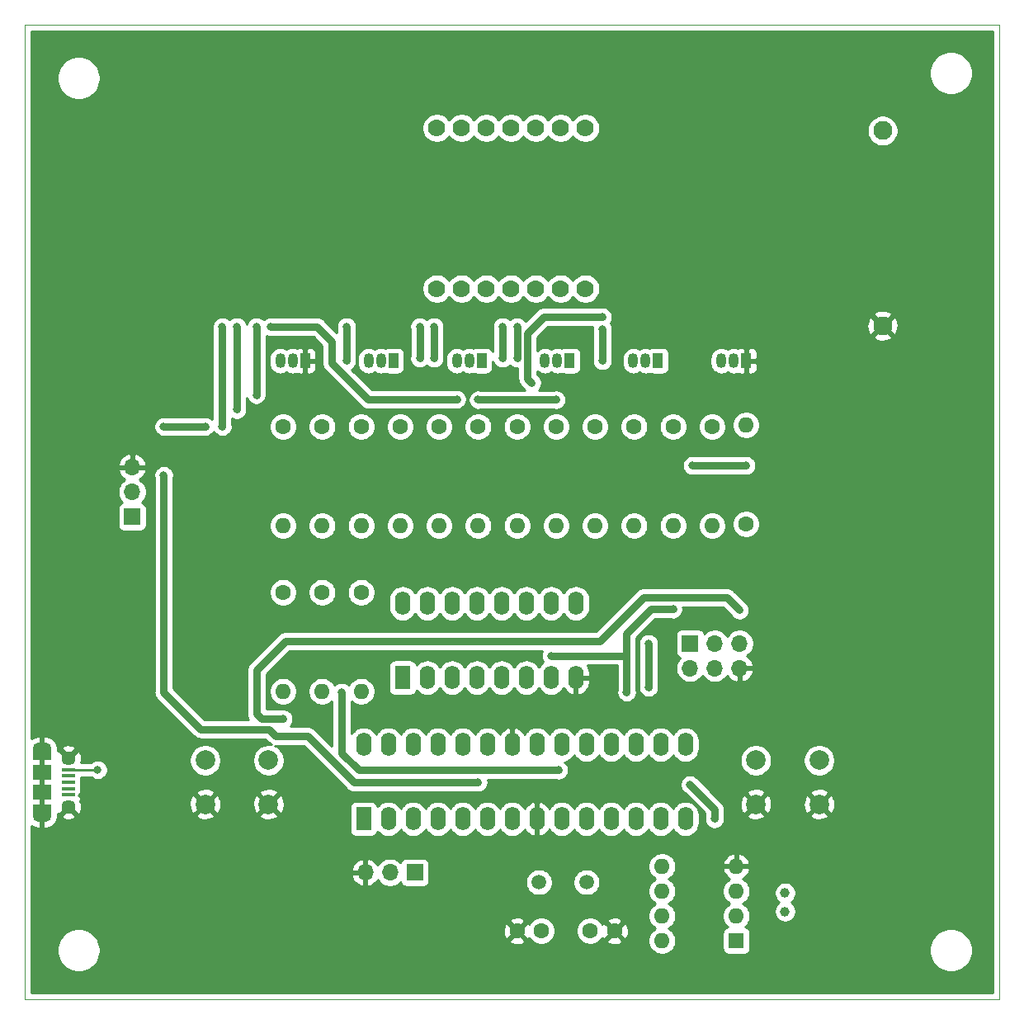
<source format=gbr>
G04 #@! TF.GenerationSoftware,KiCad,Pcbnew,5.1.6-c6e7f7d~87~ubuntu18.04.1*
G04 #@! TF.CreationDate,2020-10-04T00:16:16+02:00*
G04 #@! TF.ProjectId,PicoThermo,5069636f-5468-4657-926d-6f2e6b696361,rev?*
G04 #@! TF.SameCoordinates,Original*
G04 #@! TF.FileFunction,Copper,L1,Top*
G04 #@! TF.FilePolarity,Positive*
%FSLAX46Y46*%
G04 Gerber Fmt 4.6, Leading zero omitted, Abs format (unit mm)*
G04 Created by KiCad (PCBNEW 5.1.6-c6e7f7d~87~ubuntu18.04.1) date 2020-10-04 00:16:16*
%MOMM*%
%LPD*%
G01*
G04 APERTURE LIST*
G04 #@! TA.AperFunction,Profile*
%ADD10C,0.100000*%
G04 #@! TD*
G04 #@! TA.AperFunction,ComponentPad*
%ADD11C,1.000000*%
G04 #@! TD*
G04 #@! TA.AperFunction,ComponentPad*
%ADD12C,1.500000*%
G04 #@! TD*
G04 #@! TA.AperFunction,ComponentPad*
%ADD13R,1.050000X1.500000*%
G04 #@! TD*
G04 #@! TA.AperFunction,ComponentPad*
%ADD14O,1.050000X1.500000*%
G04 #@! TD*
G04 #@! TA.AperFunction,ComponentPad*
%ADD15O,1.600000X1.600000*%
G04 #@! TD*
G04 #@! TA.AperFunction,ComponentPad*
%ADD16R,1.600000X1.600000*%
G04 #@! TD*
G04 #@! TA.AperFunction,ComponentPad*
%ADD17O,1.600000X2.400000*%
G04 #@! TD*
G04 #@! TA.AperFunction,ComponentPad*
%ADD18R,1.600000X2.400000*%
G04 #@! TD*
G04 #@! TA.AperFunction,ComponentPad*
%ADD19C,2.000000*%
G04 #@! TD*
G04 #@! TA.AperFunction,ComponentPad*
%ADD20C,1.600000*%
G04 #@! TD*
G04 #@! TA.AperFunction,ComponentPad*
%ADD21C,1.778000*%
G04 #@! TD*
G04 #@! TA.AperFunction,ComponentPad*
%ADD22O,1.700000X1.700000*%
G04 #@! TD*
G04 #@! TA.AperFunction,ComponentPad*
%ADD23R,1.700000X1.700000*%
G04 #@! TD*
G04 #@! TA.AperFunction,SMDPad,CuDef*
%ADD24R,1.900000X1.200000*%
G04 #@! TD*
G04 #@! TA.AperFunction,ComponentPad*
%ADD25O,1.900000X1.200000*%
G04 #@! TD*
G04 #@! TA.AperFunction,SMDPad,CuDef*
%ADD26R,1.900000X1.500000*%
G04 #@! TD*
G04 #@! TA.AperFunction,ComponentPad*
%ADD27C,1.450000*%
G04 #@! TD*
G04 #@! TA.AperFunction,SMDPad,CuDef*
%ADD28R,1.350000X0.400000*%
G04 #@! TD*
G04 #@! TA.AperFunction,ComponentPad*
%ADD29C,1.948180*%
G04 #@! TD*
G04 #@! TA.AperFunction,ViaPad*
%ADD30C,0.800000*%
G04 #@! TD*
G04 #@! TA.AperFunction,Conductor*
%ADD31C,0.250000*%
G04 #@! TD*
G04 #@! TA.AperFunction,Conductor*
%ADD32C,0.750000*%
G04 #@! TD*
G04 #@! TA.AperFunction,Conductor*
%ADD33C,0.254000*%
G04 #@! TD*
G04 APERTURE END LIST*
D10*
X95000000Y-125000000D02*
X95000000Y-25000000D01*
X195000000Y-125000000D02*
X95000000Y-125000000D01*
X195000000Y-25000000D02*
X195000000Y-125000000D01*
X95000000Y-25000000D02*
X195000000Y-25000000D01*
D11*
G04 #@! TO.P,Y2,2*
G04 #@! TO.N,Net-(U3-Pad3)*
X173000000Y-114100000D03*
G04 #@! TO.P,Y2,1*
G04 #@! TO.N,Net-(U3-Pad2)*
X173000000Y-116000000D03*
G04 #@! TD*
D12*
G04 #@! TO.P,Y1,2*
G04 #@! TO.N,Net-(C2-Pad1)*
X152630000Y-113000000D03*
G04 #@! TO.P,Y1,1*
G04 #@! TO.N,Net-(C1-Pad1)*
X147750000Y-113000000D03*
G04 #@! TD*
D13*
G04 #@! TO.P,U5,1*
G04 #@! TO.N,GND*
X123750000Y-59500000D03*
D14*
G04 #@! TO.P,U5,3*
G04 #@! TO.N,+5V*
X121210000Y-59500000D03*
G04 #@! TO.P,U5,2*
G04 #@! TO.N,Net-(J4-Pad2)*
X122480000Y-59500000D03*
G04 #@! TD*
D15*
G04 #@! TO.P,U3,8*
G04 #@! TO.N,Net-(BT1-Pad1)*
X160380000Y-119000000D03*
G04 #@! TO.P,U3,4*
G04 #@! TO.N,GND*
X168000000Y-111380000D03*
G04 #@! TO.P,U3,7*
G04 #@! TO.N,/CLK*
X160380000Y-116460000D03*
G04 #@! TO.P,U3,3*
G04 #@! TO.N,Net-(U3-Pad3)*
X168000000Y-113920000D03*
G04 #@! TO.P,U3,6*
G04 #@! TO.N,/IO*
X160380000Y-113920000D03*
G04 #@! TO.P,U3,2*
G04 #@! TO.N,Net-(U3-Pad2)*
X168000000Y-116460000D03*
G04 #@! TO.P,U3,5*
G04 #@! TO.N,/CE*
X160380000Y-111380000D03*
D16*
G04 #@! TO.P,U3,1*
G04 #@! TO.N,+5V*
X168000000Y-119000000D03*
G04 #@! TD*
D17*
G04 #@! TO.P,U2,16*
G04 #@! TO.N,Net-(R8-Pad2)*
X133750000Y-84380000D03*
G04 #@! TO.P,U2,8*
G04 #@! TO.N,GND*
X151530000Y-92000000D03*
G04 #@! TO.P,U2,15*
G04 #@! TO.N,Net-(R9-Pad2)*
X136290000Y-84380000D03*
G04 #@! TO.P,U2,7*
G04 #@! TO.N,/IN7*
X148990000Y-92000000D03*
G04 #@! TO.P,U2,14*
G04 #@! TO.N,Net-(R10-Pad2)*
X138830000Y-84380000D03*
G04 #@! TO.P,U2,6*
G04 #@! TO.N,/IN6*
X146450000Y-92000000D03*
G04 #@! TO.P,U2,13*
G04 #@! TO.N,Net-(R14-Pad2)*
X141370000Y-84380000D03*
G04 #@! TO.P,U2,5*
G04 #@! TO.N,/IN5*
X143910000Y-92000000D03*
G04 #@! TO.P,U2,12*
G04 #@! TO.N,Net-(R11-Pad2)*
X143910000Y-84380000D03*
G04 #@! TO.P,U2,4*
G04 #@! TO.N,/IN4*
X141370000Y-92000000D03*
G04 #@! TO.P,U2,11*
G04 #@! TO.N,Net-(R12-Pad2)*
X146450000Y-84380000D03*
G04 #@! TO.P,U2,3*
G04 #@! TO.N,/IN3*
X138830000Y-92000000D03*
G04 #@! TO.P,U2,10*
G04 #@! TO.N,Net-(R13-Pad2)*
X148990000Y-84380000D03*
G04 #@! TO.P,U2,2*
G04 #@! TO.N,/IN2*
X136290000Y-92000000D03*
G04 #@! TO.P,U2,9*
G04 #@! TO.N,N/C*
X151530000Y-84380000D03*
D18*
G04 #@! TO.P,U2,1*
G04 #@! TO.N,/IN1*
X133750000Y-92000000D03*
G04 #@! TD*
D17*
G04 #@! TO.P,U1,28*
G04 #@! TO.N,/IN1*
X129750000Y-98880000D03*
G04 #@! TO.P,U1,14*
G04 #@! TO.N,Net-(R16-Pad2)*
X162770000Y-106500000D03*
G04 #@! TO.P,U1,27*
G04 #@! TO.N,/IN2*
X132290000Y-98880000D03*
G04 #@! TO.P,U1,13*
G04 #@! TO.N,/CE*
X160230000Y-106500000D03*
G04 #@! TO.P,U1,26*
G04 #@! TO.N,/IN3*
X134830000Y-98880000D03*
G04 #@! TO.P,U1,12*
G04 #@! TO.N,/IO*
X157690000Y-106500000D03*
G04 #@! TO.P,U1,25*
G04 #@! TO.N,/IN4*
X137370000Y-98880000D03*
G04 #@! TO.P,U1,11*
G04 #@! TO.N,/CLK*
X155150000Y-106500000D03*
G04 #@! TO.P,U1,24*
G04 #@! TO.N,/IN5*
X139910000Y-98880000D03*
G04 #@! TO.P,U1,10*
G04 #@! TO.N,Net-(C2-Pad1)*
X152610000Y-106500000D03*
G04 #@! TO.P,U1,23*
G04 #@! TO.N,/IN6*
X142450000Y-98880000D03*
G04 #@! TO.P,U1,9*
G04 #@! TO.N,Net-(C1-Pad1)*
X150070000Y-106500000D03*
G04 #@! TO.P,U1,22*
G04 #@! TO.N,GND*
X144990000Y-98880000D03*
G04 #@! TO.P,U1,8*
X147530000Y-106500000D03*
G04 #@! TO.P,U1,21*
G04 #@! TO.N,+5V*
X147530000Y-98880000D03*
G04 #@! TO.P,U1,7*
X144990000Y-106500000D03*
G04 #@! TO.P,U1,20*
X150070000Y-98880000D03*
G04 #@! TO.P,U1,6*
G04 #@! TO.N,Net-(J4-Pad2)*
X142450000Y-106500000D03*
G04 #@! TO.P,U1,19*
G04 #@! TO.N,/IN7*
X152610000Y-98880000D03*
G04 #@! TO.P,U1,5*
G04 #@! TO.N,Net-(R3-Pad2)*
X139910000Y-106500000D03*
G04 #@! TO.P,U1,18*
G04 #@! TO.N,/DISP4*
X155150000Y-98880000D03*
G04 #@! TO.P,U1,4*
G04 #@! TO.N,Net-(R2-Pad2)*
X137370000Y-106500000D03*
G04 #@! TO.P,U1,17*
G04 #@! TO.N,/DISP1*
X157690000Y-98880000D03*
G04 #@! TO.P,U1,3*
G04 #@! TO.N,Net-(J3-Pad1)*
X134830000Y-106500000D03*
G04 #@! TO.P,U1,16*
G04 #@! TO.N,/DISP2*
X160230000Y-98880000D03*
G04 #@! TO.P,U1,2*
G04 #@! TO.N,Net-(J3-Pad2)*
X132290000Y-106500000D03*
G04 #@! TO.P,U1,15*
G04 #@! TO.N,/DISP3*
X162770000Y-98880000D03*
D18*
G04 #@! TO.P,U1,1*
G04 #@! TO.N,RST*
X129750000Y-106500000D03*
G04 #@! TD*
D19*
G04 #@! TO.P,SW2,1*
G04 #@! TO.N,Net-(R3-Pad2)*
X120000000Y-100500000D03*
G04 #@! TO.P,SW2,2*
G04 #@! TO.N,GND*
X120000000Y-105000000D03*
G04 #@! TO.P,SW2,1*
G04 #@! TO.N,Net-(R3-Pad2)*
X113500000Y-100500000D03*
G04 #@! TO.P,SW2,2*
G04 #@! TO.N,GND*
X113500000Y-105000000D03*
G04 #@! TD*
G04 #@! TO.P,SW1,1*
G04 #@! TO.N,Net-(R2-Pad2)*
X176500000Y-100500000D03*
G04 #@! TO.P,SW1,2*
G04 #@! TO.N,GND*
X176500000Y-105000000D03*
G04 #@! TO.P,SW1,1*
G04 #@! TO.N,Net-(R2-Pad2)*
X170000000Y-100500000D03*
G04 #@! TO.P,SW1,2*
G04 #@! TO.N,GND*
X170000000Y-105000000D03*
G04 #@! TD*
D15*
G04 #@! TO.P,R14,2*
G04 #@! TO.N,Net-(R14-Pad2)*
X133500000Y-76410000D03*
D20*
G04 #@! TO.P,R14,1*
G04 #@! TO.N,/OUT4*
X133500000Y-66250000D03*
G04 #@! TD*
D15*
G04 #@! TO.P,R13,2*
G04 #@! TO.N,Net-(R13-Pad2)*
X145500000Y-76410000D03*
D20*
G04 #@! TO.P,R13,1*
G04 #@! TO.N,/OUT7*
X145500000Y-66250000D03*
G04 #@! TD*
D15*
G04 #@! TO.P,R12,2*
G04 #@! TO.N,Net-(R12-Pad2)*
X141500000Y-76410000D03*
D20*
G04 #@! TO.P,R12,1*
G04 #@! TO.N,/OUT6*
X141500000Y-66250000D03*
G04 #@! TD*
D15*
G04 #@! TO.P,R11,2*
G04 #@! TO.N,Net-(R11-Pad2)*
X137500000Y-76410000D03*
D20*
G04 #@! TO.P,R11,1*
G04 #@! TO.N,/OUT5*
X137500000Y-66250000D03*
G04 #@! TD*
D15*
G04 #@! TO.P,R10,2*
G04 #@! TO.N,Net-(R10-Pad2)*
X129500000Y-76410000D03*
D20*
G04 #@! TO.P,R10,1*
G04 #@! TO.N,/OUT3*
X129500000Y-66250000D03*
G04 #@! TD*
D15*
G04 #@! TO.P,R9,2*
G04 #@! TO.N,Net-(R9-Pad2)*
X125500000Y-76410000D03*
D20*
G04 #@! TO.P,R9,1*
G04 #@! TO.N,/OUT2*
X125500000Y-66250000D03*
G04 #@! TD*
D15*
G04 #@! TO.P,R8,2*
G04 #@! TO.N,Net-(R8-Pad2)*
X121500000Y-76410000D03*
D20*
G04 #@! TO.P,R8,1*
G04 #@! TO.N,/OUT1*
X121500000Y-66250000D03*
G04 #@! TD*
D15*
G04 #@! TO.P,R3,2*
G04 #@! TO.N,Net-(R3-Pad2)*
X125500000Y-93410000D03*
D20*
G04 #@! TO.P,R3,1*
G04 #@! TO.N,+5V*
X125500000Y-83250000D03*
G04 #@! TD*
D15*
G04 #@! TO.P,R2,2*
G04 #@! TO.N,Net-(R2-Pad2)*
X129500000Y-93410000D03*
D20*
G04 #@! TO.P,R2,1*
G04 #@! TO.N,+5V*
X129500000Y-83250000D03*
G04 #@! TD*
D21*
G04 #@! TO.P,LED1,14*
G04 #@! TO.N,Net-(LED1-Pad14)*
X137260000Y-35620000D03*
G04 #@! TO.P,LED1,13*
G04 #@! TO.N,/OUT3*
X139800000Y-35620000D03*
G04 #@! TO.P,LED1,12*
G04 #@! TO.N,/OUT2*
X142340000Y-35620000D03*
G04 #@! TO.P,LED1,11*
G04 #@! TO.N,Net-(LED1-Pad11)*
X144880000Y-35620000D03*
G04 #@! TO.P,LED1,10*
G04 #@! TO.N,Net-(LED1-Pad10)*
X147420000Y-35620000D03*
G04 #@! TO.P,LED1,9*
G04 #@! TO.N,/OUT1*
X149960000Y-35620000D03*
G04 #@! TO.P,LED1,8*
G04 #@! TO.N,Net-(LED1-Pad8)*
X152500000Y-35620000D03*
G04 #@! TO.P,LED1,7*
G04 #@! TO.N,+5V*
X152500000Y-52080000D03*
G04 #@! TO.P,LED1,6*
G04 #@! TO.N,Net-(LED1-Pad6)*
X149960000Y-52080000D03*
G04 #@! TO.P,LED1,5*
G04 #@! TO.N,/OUT7*
X147420000Y-52080000D03*
G04 #@! TO.P,LED1,4*
G04 #@! TO.N,/OUT6*
X144880000Y-52080000D03*
G04 #@! TO.P,LED1,3*
G04 #@! TO.N,N/C*
X142340000Y-52080000D03*
G04 #@! TO.P,LED1,2*
G04 #@! TO.N,/OUT5*
X139800000Y-52080000D03*
G04 #@! TO.P,LED1,1*
G04 #@! TO.N,/OUT4*
X137260000Y-52080000D03*
G04 #@! TD*
D22*
G04 #@! TO.P,J4,3*
G04 #@! TO.N,GND*
X106000000Y-70420000D03*
G04 #@! TO.P,J4,2*
G04 #@! TO.N,Net-(J4-Pad2)*
X106000000Y-72960000D03*
D23*
G04 #@! TO.P,J4,1*
G04 #@! TO.N,+5V*
X106000000Y-75500000D03*
G04 #@! TD*
D22*
G04 #@! TO.P,J3,3*
G04 #@! TO.N,GND*
X129920000Y-112000000D03*
G04 #@! TO.P,J3,2*
G04 #@! TO.N,Net-(J3-Pad2)*
X132460000Y-112000000D03*
D23*
G04 #@! TO.P,J3,1*
G04 #@! TO.N,Net-(J3-Pad1)*
X135000000Y-112000000D03*
G04 #@! TD*
D22*
G04 #@! TO.P,J2,6*
G04 #@! TO.N,GND*
X168330000Y-91040000D03*
G04 #@! TO.P,J2,5*
G04 #@! TO.N,RST*
X168330000Y-88500000D03*
G04 #@! TO.P,J2,4*
G04 #@! TO.N,/DISP1*
X165790000Y-91040000D03*
G04 #@! TO.P,J2,3*
G04 #@! TO.N,/IN7*
X165790000Y-88500000D03*
G04 #@! TO.P,J2,2*
G04 #@! TO.N,+5V*
X163250000Y-91040000D03*
D23*
G04 #@! TO.P,J2,1*
G04 #@! TO.N,/DISP4*
X163250000Y-88500000D03*
G04 #@! TD*
D24*
G04 #@! TO.P,J1,6*
G04 #@! TO.N,GND*
X96762500Y-99850000D03*
X96762500Y-105650000D03*
D25*
X96762500Y-106250000D03*
X96762500Y-99250000D03*
D26*
X96762500Y-101750000D03*
D27*
X99462500Y-105250000D03*
D28*
G04 #@! TO.P,J1,3*
G04 #@! TO.N,N/C*
X99462500Y-102750000D03*
G04 #@! TO.P,J1,4*
X99462500Y-103400000D03*
G04 #@! TO.P,J1,5*
G04 #@! TO.N,GND*
X99462500Y-104050000D03*
G04 #@! TO.P,J1,1*
G04 #@! TO.N,+5V*
X99462500Y-101450000D03*
G04 #@! TO.P,J1,2*
G04 #@! TO.N,N/C*
X99462500Y-102100000D03*
D27*
G04 #@! TO.P,J1,6*
G04 #@! TO.N,GND*
X99462500Y-100250000D03*
D26*
X96762500Y-103750000D03*
G04 #@! TD*
D20*
G04 #@! TO.P,C2,2*
G04 #@! TO.N,GND*
X155500000Y-118000000D03*
G04 #@! TO.P,C2,1*
G04 #@! TO.N,Net-(C2-Pad1)*
X153000000Y-118000000D03*
G04 #@! TD*
G04 #@! TO.P,C1,2*
G04 #@! TO.N,GND*
X145500000Y-118000000D03*
G04 #@! TO.P,C1,1*
G04 #@! TO.N,Net-(C1-Pad1)*
X148000000Y-118000000D03*
G04 #@! TD*
D29*
G04 #@! TO.P,BT1,2*
G04 #@! TO.N,GND*
X183000000Y-55898320D03*
G04 #@! TO.P,BT1,1*
G04 #@! TO.N,Net-(BT1-Pad1)*
X183000000Y-35900900D03*
G04 #@! TD*
D15*
G04 #@! TO.P,R17,2*
G04 #@! TO.N,Net-(LED1-Pad8)*
X169000000Y-66090000D03*
D20*
G04 #@! TO.P,R17,1*
G04 #@! TO.N,Net-(Q5-Pad2)*
X169000000Y-76250000D03*
G04 #@! TD*
D15*
G04 #@! TO.P,R16,2*
G04 #@! TO.N,Net-(R16-Pad2)*
X165500000Y-76410000D03*
D20*
G04 #@! TO.P,R16,1*
G04 #@! TO.N,Net-(Q5-Pad3)*
X165500000Y-66250000D03*
G04 #@! TD*
D15*
G04 #@! TO.P,R7,2*
G04 #@! TO.N,/DISP1*
X153500000Y-76410000D03*
D20*
G04 #@! TO.P,R7,1*
G04 #@! TO.N,Net-(Q4-Pad2)*
X153500000Y-66250000D03*
G04 #@! TD*
D15*
G04 #@! TO.P,R6,2*
G04 #@! TO.N,/DISP2*
X157500000Y-76410000D03*
D20*
G04 #@! TO.P,R6,1*
G04 #@! TO.N,Net-(Q3-Pad2)*
X157500000Y-66250000D03*
G04 #@! TD*
D15*
G04 #@! TO.P,R5,2*
G04 #@! TO.N,/DISP3*
X161500000Y-76410000D03*
D20*
G04 #@! TO.P,R5,1*
G04 #@! TO.N,Net-(Q2-Pad2)*
X161500000Y-66250000D03*
G04 #@! TD*
D15*
G04 #@! TO.P,R4,2*
G04 #@! TO.N,/DISP4*
X149500000Y-76410000D03*
D20*
G04 #@! TO.P,R4,1*
G04 #@! TO.N,Net-(Q1-Pad2)*
X149500000Y-66250000D03*
G04 #@! TD*
D15*
G04 #@! TO.P,R1,2*
G04 #@! TO.N,RST*
X121500000Y-93410000D03*
D20*
G04 #@! TO.P,R1,1*
G04 #@! TO.N,+5V*
X121500000Y-83250000D03*
G04 #@! TD*
D13*
G04 #@! TO.P,Q5,1*
G04 #@! TO.N,GND*
X169000000Y-59500000D03*
D14*
G04 #@! TO.P,Q5,3*
G04 #@! TO.N,Net-(Q5-Pad3)*
X166460000Y-59500000D03*
G04 #@! TO.P,Q5,2*
G04 #@! TO.N,Net-(Q5-Pad2)*
X167730000Y-59500000D03*
G04 #@! TD*
D13*
G04 #@! TO.P,Q4,1*
G04 #@! TO.N,+5V*
X141850000Y-59500000D03*
D14*
G04 #@! TO.P,Q4,3*
G04 #@! TO.N,Net-(LED1-Pad14)*
X139310000Y-59500000D03*
G04 #@! TO.P,Q4,2*
G04 #@! TO.N,Net-(Q4-Pad2)*
X140580000Y-59500000D03*
G04 #@! TD*
D13*
G04 #@! TO.P,Q3,1*
G04 #@! TO.N,+5V*
X150900000Y-59500000D03*
D14*
G04 #@! TO.P,Q3,3*
G04 #@! TO.N,Net-(LED1-Pad11)*
X148360000Y-59500000D03*
G04 #@! TO.P,Q3,2*
G04 #@! TO.N,Net-(Q3-Pad2)*
X149630000Y-59500000D03*
G04 #@! TD*
D13*
G04 #@! TO.P,Q2,1*
G04 #@! TO.N,+5V*
X159950000Y-59500000D03*
D14*
G04 #@! TO.P,Q2,3*
G04 #@! TO.N,Net-(LED1-Pad10)*
X157410000Y-59500000D03*
G04 #@! TO.P,Q2,2*
G04 #@! TO.N,Net-(Q2-Pad2)*
X158680000Y-59500000D03*
G04 #@! TD*
D13*
G04 #@! TO.P,Q1,1*
G04 #@! TO.N,+5V*
X132800000Y-59500000D03*
D14*
G04 #@! TO.P,Q1,3*
G04 #@! TO.N,Net-(LED1-Pad6)*
X130260000Y-59500000D03*
G04 #@! TO.P,Q1,2*
G04 #@! TO.N,Net-(Q1-Pad2)*
X131530000Y-59500000D03*
G04 #@! TD*
D30*
G04 #@! TO.N,+5V*
X102474999Y-101474999D03*
X165750000Y-106500000D03*
X163250000Y-103000000D03*
G04 #@! TO.N,RST*
X168330000Y-85080000D03*
X121500000Y-96250000D03*
G04 #@! TO.N,/IN7*
X161500000Y-85000000D03*
X149000000Y-89750000D03*
X156750000Y-93500000D03*
G04 #@! TO.N,/DISP4*
X159000000Y-88500000D03*
X159000000Y-93000000D03*
G04 #@! TO.N,Net-(J4-Pad2)*
X113500000Y-66250000D03*
X109250000Y-66250000D03*
X141500000Y-102750000D03*
X109250000Y-71250000D03*
G04 #@! TO.N,Net-(LED1-Pad14)*
X139310000Y-63440000D03*
X120250000Y-56000000D03*
G04 #@! TO.N,/OUT3*
X118750000Y-63000000D03*
X118750000Y-56000000D03*
G04 #@! TO.N,/OUT2*
X116750000Y-64500000D03*
X116750000Y-56000000D03*
G04 #@! TO.N,Net-(LED1-Pad11)*
X154250000Y-55000000D03*
X147000000Y-61750000D03*
G04 #@! TO.N,Net-(LED1-Pad10)*
X154250000Y-59500000D03*
X154250000Y-56250000D03*
G04 #@! TO.N,/OUT1*
X115250000Y-66250000D03*
X115250000Y-56000000D03*
G04 #@! TO.N,Net-(LED1-Pad8)*
X169000000Y-70250000D03*
X163500000Y-70250000D03*
G04 #@! TO.N,Net-(LED1-Pad6)*
X128000000Y-59500000D03*
X128000000Y-56000000D03*
G04 #@! TO.N,/OUT7*
X145500000Y-59250000D03*
X145500000Y-56000000D03*
G04 #@! TO.N,/OUT6*
X144000000Y-59250000D03*
X144000000Y-56000000D03*
G04 #@! TO.N,/OUT5*
X137000000Y-59250000D03*
X137000000Y-56000000D03*
G04 #@! TO.N,/OUT4*
X135500000Y-59250000D03*
X135500000Y-56000000D03*
G04 #@! TO.N,Net-(Q4-Pad2)*
X149500000Y-63500000D03*
X141500000Y-63500000D03*
G04 #@! TO.N,Net-(R2-Pad2)*
X149750000Y-101500000D03*
X127500000Y-93500000D03*
G04 #@! TD*
D31*
G04 #@! TO.N,+5V*
X99724999Y-101474999D02*
X102474999Y-101474999D01*
X99462500Y-101450000D02*
X99700000Y-101450000D01*
X99700000Y-101450000D02*
X99724999Y-101474999D01*
X102474999Y-101474999D02*
X102474999Y-101474999D01*
D32*
X165750000Y-106500000D02*
X165750000Y-105500000D01*
X165750000Y-105500000D02*
X163250000Y-103000000D01*
X163250000Y-103000000D02*
X163250000Y-103000000D01*
G04 #@! TO.N,RST*
X121500000Y-96250000D02*
X121500000Y-96250000D01*
X167000000Y-83750000D02*
X158500000Y-83750000D01*
X119250000Y-96250000D02*
X121500000Y-96250000D01*
X168330000Y-85080000D02*
X167000000Y-83750000D01*
X158500000Y-83750000D02*
X154000000Y-88250000D01*
X121750000Y-88250000D02*
X118750000Y-91250000D01*
X154000000Y-88250000D02*
X121750000Y-88250000D01*
X118750000Y-95750000D02*
X119250000Y-96250000D01*
X118750000Y-91250000D02*
X118750000Y-95750000D01*
G04 #@! TO.N,/IN7*
X161500000Y-85000000D02*
X159250000Y-85000000D01*
X159250000Y-85000000D02*
X156750000Y-87500000D01*
X156750000Y-89750000D02*
X149000000Y-89750000D01*
X156750000Y-89750000D02*
X156750000Y-93500000D01*
X156750000Y-87500000D02*
X156750000Y-89750000D01*
X149000000Y-89750000D02*
X149000000Y-89750000D01*
X156750000Y-93500000D02*
X156750000Y-93500000D01*
G04 #@! TO.N,/DISP4*
X159000000Y-88500000D02*
X159000000Y-92500000D01*
X159000000Y-92500000D02*
X159000000Y-93000000D01*
X159000000Y-93000000D02*
X159000000Y-93000000D01*
G04 #@! TO.N,Net-(J4-Pad2)*
X113500000Y-66250000D02*
X109250000Y-66250000D01*
X109250000Y-66250000D02*
X109250000Y-66250000D01*
X141500000Y-102750000D02*
X128750000Y-102750000D01*
X128750000Y-102750000D02*
X124000000Y-98000000D01*
X120050010Y-97300010D02*
X113050010Y-97300010D01*
X124000000Y-98000000D02*
X120750000Y-98000000D01*
X120750000Y-98000000D02*
X120050010Y-97300010D01*
X113050010Y-97300010D02*
X109250000Y-93500000D01*
X109250000Y-93500000D02*
X109250000Y-71250000D01*
X109250000Y-71250000D02*
X109250000Y-71250000D01*
G04 #@! TO.N,Net-(LED1-Pad14)*
X120250000Y-56000000D02*
X120250000Y-56000000D01*
X121750000Y-56000000D02*
X120250000Y-56000000D01*
X125000000Y-56000000D02*
X121750000Y-56000000D01*
X139310000Y-63440000D02*
X130190000Y-63440000D01*
X126500000Y-57500000D02*
X125000000Y-56000000D01*
X126500000Y-59750000D02*
X126500000Y-57500000D01*
X130190000Y-63440000D02*
X126500000Y-59750000D01*
G04 #@! TO.N,/OUT3*
X118750000Y-57250000D02*
X118750000Y-57250000D01*
X118750000Y-63000000D02*
X118750000Y-56000000D01*
G04 #@! TO.N,/OUT2*
X116750000Y-64500000D02*
X116750000Y-57250000D01*
X116750000Y-57250000D02*
X116750000Y-57250000D01*
X116750000Y-57250000D02*
X116750000Y-56000000D01*
G04 #@! TO.N,Net-(LED1-Pad11)*
X154250000Y-55000000D02*
X154250000Y-55000000D01*
X146575001Y-58825001D02*
X146575001Y-61325001D01*
X146575001Y-61325001D02*
X147000000Y-61750000D01*
X146550010Y-58800010D02*
X146575001Y-58825001D01*
X146550010Y-56699990D02*
X146550010Y-58800010D01*
X154250000Y-55000000D02*
X148250000Y-55000000D01*
X148250000Y-55000000D02*
X146550010Y-56699990D01*
G04 #@! TO.N,Net-(LED1-Pad10)*
X154250000Y-59500000D02*
X154250000Y-56500000D01*
X154250000Y-56500000D02*
X154250000Y-56250000D01*
X154250000Y-56250000D02*
X154250000Y-56250000D01*
G04 #@! TO.N,/OUT1*
X115250000Y-57250000D02*
X115250000Y-57250000D01*
X115250000Y-66250000D02*
X115250000Y-56000000D01*
G04 #@! TO.N,Net-(LED1-Pad8)*
X169000000Y-70250000D02*
X163500000Y-70250000D01*
X163500000Y-70250000D02*
X163500000Y-70250000D01*
G04 #@! TO.N,Net-(LED1-Pad6)*
X128000000Y-59500000D02*
X128000000Y-56000000D01*
X128000000Y-56000000D02*
X128000000Y-56000000D01*
G04 #@! TO.N,/OUT7*
X145500000Y-59250000D02*
X145500000Y-56000000D01*
X145500000Y-56000000D02*
X145500000Y-56000000D01*
G04 #@! TO.N,/OUT6*
X144000000Y-59250000D02*
X144000000Y-56000000D01*
X144000000Y-56000000D02*
X144000000Y-56000000D01*
G04 #@! TO.N,/OUT5*
X137000000Y-59250000D02*
X137000000Y-56000000D01*
X137000000Y-56000000D02*
X137000000Y-56000000D01*
G04 #@! TO.N,/OUT4*
X135500000Y-59250000D02*
X135500000Y-56000000D01*
X135500000Y-56000000D02*
X135500000Y-56000000D01*
G04 #@! TO.N,Net-(Q4-Pad2)*
X149500000Y-63500000D02*
X141500000Y-63500000D01*
X141500000Y-63500000D02*
X141500000Y-63500000D01*
G04 #@! TO.N,Net-(R2-Pad2)*
X149750000Y-101500000D02*
X129884021Y-101500000D01*
X129884021Y-101500000D02*
X129250000Y-101500000D01*
X129250000Y-101500000D02*
X127500000Y-99750000D01*
X127500000Y-99750000D02*
X127500000Y-93500000D01*
X127500000Y-93500000D02*
X127500000Y-93500000D01*
G04 #@! TD*
D33*
G04 #@! TO.N,GND*
G36*
X194315001Y-124315000D02*
G01*
X95685000Y-124315000D01*
X95685000Y-119779872D01*
X98265000Y-119779872D01*
X98265000Y-120220128D01*
X98350890Y-120651925D01*
X98519369Y-121058669D01*
X98763962Y-121424729D01*
X99075271Y-121736038D01*
X99441331Y-121980631D01*
X99848075Y-122149110D01*
X100279872Y-122235000D01*
X100720128Y-122235000D01*
X101151925Y-122149110D01*
X101558669Y-121980631D01*
X101924729Y-121736038D01*
X102236038Y-121424729D01*
X102480631Y-121058669D01*
X102649110Y-120651925D01*
X102735000Y-120220128D01*
X102735000Y-119779872D01*
X102649110Y-119348075D01*
X102501910Y-118992702D01*
X144686903Y-118992702D01*
X144758486Y-119236671D01*
X145013996Y-119357571D01*
X145288184Y-119426300D01*
X145570512Y-119440217D01*
X145850130Y-119398787D01*
X146116292Y-119303603D01*
X146241514Y-119236671D01*
X146313097Y-118992702D01*
X145500000Y-118179605D01*
X144686903Y-118992702D01*
X102501910Y-118992702D01*
X102480631Y-118941331D01*
X102236038Y-118575271D01*
X101924729Y-118263962D01*
X101635211Y-118070512D01*
X144059783Y-118070512D01*
X144101213Y-118350130D01*
X144196397Y-118616292D01*
X144263329Y-118741514D01*
X144507298Y-118813097D01*
X145320395Y-118000000D01*
X145679605Y-118000000D01*
X146492702Y-118813097D01*
X146736671Y-118741514D01*
X146750324Y-118712659D01*
X146885363Y-118914759D01*
X147085241Y-119114637D01*
X147320273Y-119271680D01*
X147581426Y-119379853D01*
X147858665Y-119435000D01*
X148141335Y-119435000D01*
X148418574Y-119379853D01*
X148679727Y-119271680D01*
X148914759Y-119114637D01*
X149114637Y-118914759D01*
X149271680Y-118679727D01*
X149379853Y-118418574D01*
X149435000Y-118141335D01*
X149435000Y-117858665D01*
X151565000Y-117858665D01*
X151565000Y-118141335D01*
X151620147Y-118418574D01*
X151728320Y-118679727D01*
X151885363Y-118914759D01*
X152085241Y-119114637D01*
X152320273Y-119271680D01*
X152581426Y-119379853D01*
X152858665Y-119435000D01*
X153141335Y-119435000D01*
X153418574Y-119379853D01*
X153679727Y-119271680D01*
X153914759Y-119114637D01*
X154036694Y-118992702D01*
X154686903Y-118992702D01*
X154758486Y-119236671D01*
X155013996Y-119357571D01*
X155288184Y-119426300D01*
X155570512Y-119440217D01*
X155850130Y-119398787D01*
X156116292Y-119303603D01*
X156241514Y-119236671D01*
X156313097Y-118992702D01*
X155500000Y-118179605D01*
X154686903Y-118992702D01*
X154036694Y-118992702D01*
X154114637Y-118914759D01*
X154248692Y-118714131D01*
X154263329Y-118741514D01*
X154507298Y-118813097D01*
X155320395Y-118000000D01*
X155679605Y-118000000D01*
X156492702Y-118813097D01*
X156736671Y-118741514D01*
X156857571Y-118486004D01*
X156926300Y-118211816D01*
X156940217Y-117929488D01*
X156898787Y-117649870D01*
X156803603Y-117383708D01*
X156736671Y-117258486D01*
X156492702Y-117186903D01*
X155679605Y-118000000D01*
X155320395Y-118000000D01*
X154507298Y-117186903D01*
X154263329Y-117258486D01*
X154249676Y-117287341D01*
X154114637Y-117085241D01*
X154036694Y-117007298D01*
X154686903Y-117007298D01*
X155500000Y-117820395D01*
X156313097Y-117007298D01*
X156241514Y-116763329D01*
X155986004Y-116642429D01*
X155711816Y-116573700D01*
X155429488Y-116559783D01*
X155149870Y-116601213D01*
X154883708Y-116696397D01*
X154758486Y-116763329D01*
X154686903Y-117007298D01*
X154036694Y-117007298D01*
X153914759Y-116885363D01*
X153679727Y-116728320D01*
X153418574Y-116620147D01*
X153141335Y-116565000D01*
X152858665Y-116565000D01*
X152581426Y-116620147D01*
X152320273Y-116728320D01*
X152085241Y-116885363D01*
X151885363Y-117085241D01*
X151728320Y-117320273D01*
X151620147Y-117581426D01*
X151565000Y-117858665D01*
X149435000Y-117858665D01*
X149379853Y-117581426D01*
X149271680Y-117320273D01*
X149114637Y-117085241D01*
X148914759Y-116885363D01*
X148679727Y-116728320D01*
X148418574Y-116620147D01*
X148141335Y-116565000D01*
X147858665Y-116565000D01*
X147581426Y-116620147D01*
X147320273Y-116728320D01*
X147085241Y-116885363D01*
X146885363Y-117085241D01*
X146751308Y-117285869D01*
X146736671Y-117258486D01*
X146492702Y-117186903D01*
X145679605Y-118000000D01*
X145320395Y-118000000D01*
X144507298Y-117186903D01*
X144263329Y-117258486D01*
X144142429Y-117513996D01*
X144073700Y-117788184D01*
X144059783Y-118070512D01*
X101635211Y-118070512D01*
X101558669Y-118019369D01*
X101151925Y-117850890D01*
X100720128Y-117765000D01*
X100279872Y-117765000D01*
X99848075Y-117850890D01*
X99441331Y-118019369D01*
X99075271Y-118263962D01*
X98763962Y-118575271D01*
X98519369Y-118941331D01*
X98350890Y-119348075D01*
X98265000Y-119779872D01*
X95685000Y-119779872D01*
X95685000Y-117007298D01*
X144686903Y-117007298D01*
X145500000Y-117820395D01*
X146313097Y-117007298D01*
X146241514Y-116763329D01*
X145986004Y-116642429D01*
X145711816Y-116573700D01*
X145429488Y-116559783D01*
X145149870Y-116601213D01*
X144883708Y-116696397D01*
X144758486Y-116763329D01*
X144686903Y-117007298D01*
X95685000Y-117007298D01*
X95685000Y-112356891D01*
X128478519Y-112356891D01*
X128575843Y-112631252D01*
X128724822Y-112881355D01*
X128919731Y-113097588D01*
X129153080Y-113271641D01*
X129415901Y-113396825D01*
X129563110Y-113441476D01*
X129793000Y-113320155D01*
X129793000Y-112127000D01*
X128599186Y-112127000D01*
X128478519Y-112356891D01*
X95685000Y-112356891D01*
X95685000Y-111643109D01*
X128478519Y-111643109D01*
X128599186Y-111873000D01*
X129793000Y-111873000D01*
X129793000Y-110679845D01*
X130047000Y-110679845D01*
X130047000Y-111873000D01*
X130067000Y-111873000D01*
X130067000Y-112127000D01*
X130047000Y-112127000D01*
X130047000Y-113320155D01*
X130276890Y-113441476D01*
X130424099Y-113396825D01*
X130686920Y-113271641D01*
X130920269Y-113097588D01*
X131115178Y-112881355D01*
X131184805Y-112764466D01*
X131306525Y-112946632D01*
X131513368Y-113153475D01*
X131756589Y-113315990D01*
X132026842Y-113427932D01*
X132313740Y-113485000D01*
X132606260Y-113485000D01*
X132893158Y-113427932D01*
X133163411Y-113315990D01*
X133406632Y-113153475D01*
X133538487Y-113021620D01*
X133560498Y-113094180D01*
X133619463Y-113204494D01*
X133698815Y-113301185D01*
X133795506Y-113380537D01*
X133905820Y-113439502D01*
X134025518Y-113475812D01*
X134150000Y-113488072D01*
X135850000Y-113488072D01*
X135974482Y-113475812D01*
X136094180Y-113439502D01*
X136204494Y-113380537D01*
X136301185Y-113301185D01*
X136380537Y-113204494D01*
X136439502Y-113094180D01*
X136475812Y-112974482D01*
X136486733Y-112863589D01*
X146365000Y-112863589D01*
X146365000Y-113136411D01*
X146418225Y-113403989D01*
X146522629Y-113656043D01*
X146674201Y-113882886D01*
X146867114Y-114075799D01*
X147093957Y-114227371D01*
X147346011Y-114331775D01*
X147613589Y-114385000D01*
X147886411Y-114385000D01*
X148153989Y-114331775D01*
X148406043Y-114227371D01*
X148632886Y-114075799D01*
X148825799Y-113882886D01*
X148977371Y-113656043D01*
X149081775Y-113403989D01*
X149135000Y-113136411D01*
X149135000Y-112863589D01*
X151245000Y-112863589D01*
X151245000Y-113136411D01*
X151298225Y-113403989D01*
X151402629Y-113656043D01*
X151554201Y-113882886D01*
X151747114Y-114075799D01*
X151973957Y-114227371D01*
X152226011Y-114331775D01*
X152493589Y-114385000D01*
X152766411Y-114385000D01*
X153033989Y-114331775D01*
X153286043Y-114227371D01*
X153512886Y-114075799D01*
X153705799Y-113882886D01*
X153857371Y-113656043D01*
X153961775Y-113403989D01*
X154015000Y-113136411D01*
X154015000Y-112863589D01*
X153961775Y-112596011D01*
X153857371Y-112343957D01*
X153705799Y-112117114D01*
X153512886Y-111924201D01*
X153286043Y-111772629D01*
X153033989Y-111668225D01*
X152766411Y-111615000D01*
X152493589Y-111615000D01*
X152226011Y-111668225D01*
X151973957Y-111772629D01*
X151747114Y-111924201D01*
X151554201Y-112117114D01*
X151402629Y-112343957D01*
X151298225Y-112596011D01*
X151245000Y-112863589D01*
X149135000Y-112863589D01*
X149081775Y-112596011D01*
X148977371Y-112343957D01*
X148825799Y-112117114D01*
X148632886Y-111924201D01*
X148406043Y-111772629D01*
X148153989Y-111668225D01*
X147886411Y-111615000D01*
X147613589Y-111615000D01*
X147346011Y-111668225D01*
X147093957Y-111772629D01*
X146867114Y-111924201D01*
X146674201Y-112117114D01*
X146522629Y-112343957D01*
X146418225Y-112596011D01*
X146365000Y-112863589D01*
X136486733Y-112863589D01*
X136488072Y-112850000D01*
X136488072Y-111238665D01*
X158945000Y-111238665D01*
X158945000Y-111521335D01*
X159000147Y-111798574D01*
X159108320Y-112059727D01*
X159265363Y-112294759D01*
X159465241Y-112494637D01*
X159697759Y-112650000D01*
X159465241Y-112805363D01*
X159265363Y-113005241D01*
X159108320Y-113240273D01*
X159000147Y-113501426D01*
X158945000Y-113778665D01*
X158945000Y-114061335D01*
X159000147Y-114338574D01*
X159108320Y-114599727D01*
X159265363Y-114834759D01*
X159465241Y-115034637D01*
X159697759Y-115190000D01*
X159465241Y-115345363D01*
X159265363Y-115545241D01*
X159108320Y-115780273D01*
X159000147Y-116041426D01*
X158945000Y-116318665D01*
X158945000Y-116601335D01*
X159000147Y-116878574D01*
X159108320Y-117139727D01*
X159265363Y-117374759D01*
X159465241Y-117574637D01*
X159697759Y-117730000D01*
X159465241Y-117885363D01*
X159265363Y-118085241D01*
X159108320Y-118320273D01*
X159000147Y-118581426D01*
X158945000Y-118858665D01*
X158945000Y-119141335D01*
X159000147Y-119418574D01*
X159108320Y-119679727D01*
X159265363Y-119914759D01*
X159465241Y-120114637D01*
X159700273Y-120271680D01*
X159961426Y-120379853D01*
X160238665Y-120435000D01*
X160521335Y-120435000D01*
X160798574Y-120379853D01*
X161059727Y-120271680D01*
X161294759Y-120114637D01*
X161494637Y-119914759D01*
X161651680Y-119679727D01*
X161759853Y-119418574D01*
X161815000Y-119141335D01*
X161815000Y-118858665D01*
X161759853Y-118581426D01*
X161651680Y-118320273D01*
X161571317Y-118200000D01*
X166561928Y-118200000D01*
X166561928Y-119800000D01*
X166574188Y-119924482D01*
X166610498Y-120044180D01*
X166669463Y-120154494D01*
X166748815Y-120251185D01*
X166845506Y-120330537D01*
X166955820Y-120389502D01*
X167075518Y-120425812D01*
X167200000Y-120438072D01*
X168800000Y-120438072D01*
X168924482Y-120425812D01*
X169044180Y-120389502D01*
X169154494Y-120330537D01*
X169251185Y-120251185D01*
X169330537Y-120154494D01*
X169389502Y-120044180D01*
X169425812Y-119924482D01*
X169438072Y-119800000D01*
X169438072Y-119779872D01*
X187765000Y-119779872D01*
X187765000Y-120220128D01*
X187850890Y-120651925D01*
X188019369Y-121058669D01*
X188263962Y-121424729D01*
X188575271Y-121736038D01*
X188941331Y-121980631D01*
X189348075Y-122149110D01*
X189779872Y-122235000D01*
X190220128Y-122235000D01*
X190651925Y-122149110D01*
X191058669Y-121980631D01*
X191424729Y-121736038D01*
X191736038Y-121424729D01*
X191980631Y-121058669D01*
X192149110Y-120651925D01*
X192235000Y-120220128D01*
X192235000Y-119779872D01*
X192149110Y-119348075D01*
X191980631Y-118941331D01*
X191736038Y-118575271D01*
X191424729Y-118263962D01*
X191058669Y-118019369D01*
X190651925Y-117850890D01*
X190220128Y-117765000D01*
X189779872Y-117765000D01*
X189348075Y-117850890D01*
X188941331Y-118019369D01*
X188575271Y-118263962D01*
X188263962Y-118575271D01*
X188019369Y-118941331D01*
X187850890Y-119348075D01*
X187765000Y-119779872D01*
X169438072Y-119779872D01*
X169438072Y-118200000D01*
X169425812Y-118075518D01*
X169389502Y-117955820D01*
X169330537Y-117845506D01*
X169251185Y-117748815D01*
X169154494Y-117669463D01*
X169044180Y-117610498D01*
X168924482Y-117574188D01*
X168916039Y-117573357D01*
X169114637Y-117374759D01*
X169271680Y-117139727D01*
X169379853Y-116878574D01*
X169435000Y-116601335D01*
X169435000Y-116318665D01*
X169379853Y-116041426D01*
X169271680Y-115780273D01*
X169114637Y-115545241D01*
X168914759Y-115345363D01*
X168682241Y-115190000D01*
X168914759Y-115034637D01*
X169114637Y-114834759D01*
X169271680Y-114599727D01*
X169379853Y-114338574D01*
X169435000Y-114061335D01*
X169435000Y-113988212D01*
X171865000Y-113988212D01*
X171865000Y-114211788D01*
X171908617Y-114431067D01*
X171994176Y-114637624D01*
X172118388Y-114823520D01*
X172276480Y-114981612D01*
X172378830Y-115050000D01*
X172276480Y-115118388D01*
X172118388Y-115276480D01*
X171994176Y-115462376D01*
X171908617Y-115668933D01*
X171865000Y-115888212D01*
X171865000Y-116111788D01*
X171908617Y-116331067D01*
X171994176Y-116537624D01*
X172118388Y-116723520D01*
X172276480Y-116881612D01*
X172462376Y-117005824D01*
X172668933Y-117091383D01*
X172888212Y-117135000D01*
X173111788Y-117135000D01*
X173331067Y-117091383D01*
X173537624Y-117005824D01*
X173723520Y-116881612D01*
X173881612Y-116723520D01*
X174005824Y-116537624D01*
X174091383Y-116331067D01*
X174135000Y-116111788D01*
X174135000Y-115888212D01*
X174091383Y-115668933D01*
X174005824Y-115462376D01*
X173881612Y-115276480D01*
X173723520Y-115118388D01*
X173621170Y-115050000D01*
X173723520Y-114981612D01*
X173881612Y-114823520D01*
X174005824Y-114637624D01*
X174091383Y-114431067D01*
X174135000Y-114211788D01*
X174135000Y-113988212D01*
X174091383Y-113768933D01*
X174005824Y-113562376D01*
X173881612Y-113376480D01*
X173723520Y-113218388D01*
X173537624Y-113094176D01*
X173331067Y-113008617D01*
X173111788Y-112965000D01*
X172888212Y-112965000D01*
X172668933Y-113008617D01*
X172462376Y-113094176D01*
X172276480Y-113218388D01*
X172118388Y-113376480D01*
X171994176Y-113562376D01*
X171908617Y-113768933D01*
X171865000Y-113988212D01*
X169435000Y-113988212D01*
X169435000Y-113778665D01*
X169379853Y-113501426D01*
X169271680Y-113240273D01*
X169114637Y-113005241D01*
X168914759Y-112805363D01*
X168679727Y-112648320D01*
X168669135Y-112643933D01*
X168855131Y-112532385D01*
X169063519Y-112343414D01*
X169231037Y-112117420D01*
X169351246Y-111863087D01*
X169391904Y-111729039D01*
X169269915Y-111507000D01*
X168127000Y-111507000D01*
X168127000Y-111527000D01*
X167873000Y-111527000D01*
X167873000Y-111507000D01*
X166730085Y-111507000D01*
X166608096Y-111729039D01*
X166648754Y-111863087D01*
X166768963Y-112117420D01*
X166936481Y-112343414D01*
X167144869Y-112532385D01*
X167330865Y-112643933D01*
X167320273Y-112648320D01*
X167085241Y-112805363D01*
X166885363Y-113005241D01*
X166728320Y-113240273D01*
X166620147Y-113501426D01*
X166565000Y-113778665D01*
X166565000Y-114061335D01*
X166620147Y-114338574D01*
X166728320Y-114599727D01*
X166885363Y-114834759D01*
X167085241Y-115034637D01*
X167317759Y-115190000D01*
X167085241Y-115345363D01*
X166885363Y-115545241D01*
X166728320Y-115780273D01*
X166620147Y-116041426D01*
X166565000Y-116318665D01*
X166565000Y-116601335D01*
X166620147Y-116878574D01*
X166728320Y-117139727D01*
X166885363Y-117374759D01*
X167083961Y-117573357D01*
X167075518Y-117574188D01*
X166955820Y-117610498D01*
X166845506Y-117669463D01*
X166748815Y-117748815D01*
X166669463Y-117845506D01*
X166610498Y-117955820D01*
X166574188Y-118075518D01*
X166561928Y-118200000D01*
X161571317Y-118200000D01*
X161494637Y-118085241D01*
X161294759Y-117885363D01*
X161062241Y-117730000D01*
X161294759Y-117574637D01*
X161494637Y-117374759D01*
X161651680Y-117139727D01*
X161759853Y-116878574D01*
X161815000Y-116601335D01*
X161815000Y-116318665D01*
X161759853Y-116041426D01*
X161651680Y-115780273D01*
X161494637Y-115545241D01*
X161294759Y-115345363D01*
X161062241Y-115190000D01*
X161294759Y-115034637D01*
X161494637Y-114834759D01*
X161651680Y-114599727D01*
X161759853Y-114338574D01*
X161815000Y-114061335D01*
X161815000Y-113778665D01*
X161759853Y-113501426D01*
X161651680Y-113240273D01*
X161494637Y-113005241D01*
X161294759Y-112805363D01*
X161062241Y-112650000D01*
X161294759Y-112494637D01*
X161494637Y-112294759D01*
X161651680Y-112059727D01*
X161759853Y-111798574D01*
X161815000Y-111521335D01*
X161815000Y-111238665D01*
X161773685Y-111030961D01*
X166608096Y-111030961D01*
X166730085Y-111253000D01*
X167873000Y-111253000D01*
X167873000Y-110109376D01*
X168127000Y-110109376D01*
X168127000Y-111253000D01*
X169269915Y-111253000D01*
X169391904Y-111030961D01*
X169351246Y-110896913D01*
X169231037Y-110642580D01*
X169063519Y-110416586D01*
X168855131Y-110227615D01*
X168613881Y-110082930D01*
X168349040Y-109988091D01*
X168127000Y-110109376D01*
X167873000Y-110109376D01*
X167650960Y-109988091D01*
X167386119Y-110082930D01*
X167144869Y-110227615D01*
X166936481Y-110416586D01*
X166768963Y-110642580D01*
X166648754Y-110896913D01*
X166608096Y-111030961D01*
X161773685Y-111030961D01*
X161759853Y-110961426D01*
X161651680Y-110700273D01*
X161494637Y-110465241D01*
X161294759Y-110265363D01*
X161059727Y-110108320D01*
X160798574Y-110000147D01*
X160521335Y-109945000D01*
X160238665Y-109945000D01*
X159961426Y-110000147D01*
X159700273Y-110108320D01*
X159465241Y-110265363D01*
X159265363Y-110465241D01*
X159108320Y-110700273D01*
X159000147Y-110961426D01*
X158945000Y-111238665D01*
X136488072Y-111238665D01*
X136488072Y-111150000D01*
X136475812Y-111025518D01*
X136439502Y-110905820D01*
X136380537Y-110795506D01*
X136301185Y-110698815D01*
X136204494Y-110619463D01*
X136094180Y-110560498D01*
X135974482Y-110524188D01*
X135850000Y-110511928D01*
X134150000Y-110511928D01*
X134025518Y-110524188D01*
X133905820Y-110560498D01*
X133795506Y-110619463D01*
X133698815Y-110698815D01*
X133619463Y-110795506D01*
X133560498Y-110905820D01*
X133538487Y-110978380D01*
X133406632Y-110846525D01*
X133163411Y-110684010D01*
X132893158Y-110572068D01*
X132606260Y-110515000D01*
X132313740Y-110515000D01*
X132026842Y-110572068D01*
X131756589Y-110684010D01*
X131513368Y-110846525D01*
X131306525Y-111053368D01*
X131184805Y-111235534D01*
X131115178Y-111118645D01*
X130920269Y-110902412D01*
X130686920Y-110728359D01*
X130424099Y-110603175D01*
X130276890Y-110558524D01*
X130047000Y-110679845D01*
X129793000Y-110679845D01*
X129563110Y-110558524D01*
X129415901Y-110603175D01*
X129153080Y-110728359D01*
X128919731Y-110902412D01*
X128724822Y-111118645D01*
X128575843Y-111368748D01*
X128478519Y-111643109D01*
X95685000Y-111643109D01*
X95685000Y-107249621D01*
X95822554Y-107342390D01*
X96047004Y-107436493D01*
X96285500Y-107485000D01*
X96635500Y-107485000D01*
X96635500Y-103877000D01*
X96615500Y-103877000D01*
X96615500Y-103623000D01*
X96635500Y-103623000D01*
X96635500Y-101877000D01*
X96615500Y-101877000D01*
X96615500Y-101623000D01*
X96635500Y-101623000D01*
X96635500Y-98015000D01*
X96889500Y-98015000D01*
X96889500Y-101623000D01*
X96909500Y-101623000D01*
X96909500Y-101877000D01*
X96889500Y-101877000D01*
X96889500Y-103623000D01*
X96909500Y-103623000D01*
X96909500Y-103877000D01*
X96889500Y-103877000D01*
X96889500Y-107485000D01*
X97239500Y-107485000D01*
X97477996Y-107436493D01*
X97702446Y-107342390D01*
X97904225Y-107206307D01*
X98075578Y-107033474D01*
X98209921Y-106830533D01*
X98302091Y-106605282D01*
X98305962Y-106567609D01*
X98282179Y-106531265D01*
X98302002Y-106494180D01*
X98337548Y-106377002D01*
X98347500Y-106377002D01*
X98347500Y-106281192D01*
X98350572Y-106250000D01*
X98349977Y-106189133D01*
X98702972Y-106189133D01*
X98765465Y-106425450D01*
X99008178Y-106538850D01*
X99268349Y-106602719D01*
X99535982Y-106614604D01*
X99800791Y-106574048D01*
X100052600Y-106482609D01*
X100159535Y-106425450D01*
X100222028Y-106189133D01*
X100168308Y-106135413D01*
X112544192Y-106135413D01*
X112639956Y-106399814D01*
X112929571Y-106540704D01*
X113241108Y-106622384D01*
X113562595Y-106641718D01*
X113881675Y-106597961D01*
X114186088Y-106492795D01*
X114360044Y-106399814D01*
X114455808Y-106135413D01*
X119044192Y-106135413D01*
X119139956Y-106399814D01*
X119429571Y-106540704D01*
X119741108Y-106622384D01*
X120062595Y-106641718D01*
X120381675Y-106597961D01*
X120686088Y-106492795D01*
X120860044Y-106399814D01*
X120955808Y-106135413D01*
X120000000Y-105179605D01*
X119044192Y-106135413D01*
X114455808Y-106135413D01*
X113500000Y-105179605D01*
X112544192Y-106135413D01*
X100168308Y-106135413D01*
X99462500Y-105429605D01*
X98702972Y-106189133D01*
X98349977Y-106189133D01*
X98347767Y-105963091D01*
X98523367Y-106009528D01*
X99282895Y-105250000D01*
X99268753Y-105235858D01*
X99448358Y-105056253D01*
X99462500Y-105070395D01*
X99476643Y-105056253D01*
X99656248Y-105235858D01*
X99642105Y-105250000D01*
X100401633Y-106009528D01*
X100637950Y-105947035D01*
X100751350Y-105704322D01*
X100815219Y-105444151D01*
X100827104Y-105176518D01*
X100809657Y-105062595D01*
X111858282Y-105062595D01*
X111902039Y-105381675D01*
X112007205Y-105686088D01*
X112100186Y-105860044D01*
X112364587Y-105955808D01*
X113320395Y-105000000D01*
X113679605Y-105000000D01*
X114635413Y-105955808D01*
X114899814Y-105860044D01*
X115040704Y-105570429D01*
X115122384Y-105258892D01*
X115134189Y-105062595D01*
X118358282Y-105062595D01*
X118402039Y-105381675D01*
X118507205Y-105686088D01*
X118600186Y-105860044D01*
X118864587Y-105955808D01*
X119820395Y-105000000D01*
X120179605Y-105000000D01*
X121135413Y-105955808D01*
X121399814Y-105860044D01*
X121540704Y-105570429D01*
X121611606Y-105300000D01*
X128311928Y-105300000D01*
X128311928Y-107700000D01*
X128324188Y-107824482D01*
X128360498Y-107944180D01*
X128419463Y-108054494D01*
X128498815Y-108151185D01*
X128595506Y-108230537D01*
X128705820Y-108289502D01*
X128825518Y-108325812D01*
X128950000Y-108338072D01*
X130550000Y-108338072D01*
X130674482Y-108325812D01*
X130794180Y-108289502D01*
X130904494Y-108230537D01*
X131001185Y-108151185D01*
X131080537Y-108054494D01*
X131139502Y-107944180D01*
X131175812Y-107824482D01*
X131177581Y-107806517D01*
X131270393Y-107919608D01*
X131488900Y-108098932D01*
X131738193Y-108232182D01*
X132008692Y-108314236D01*
X132290000Y-108341943D01*
X132571309Y-108314236D01*
X132841808Y-108232182D01*
X133091101Y-108098932D01*
X133309608Y-107919608D01*
X133488932Y-107701101D01*
X133560000Y-107568142D01*
X133631068Y-107701101D01*
X133810393Y-107919608D01*
X134028900Y-108098932D01*
X134278193Y-108232182D01*
X134548692Y-108314236D01*
X134830000Y-108341943D01*
X135111309Y-108314236D01*
X135381808Y-108232182D01*
X135631101Y-108098932D01*
X135849608Y-107919608D01*
X136028932Y-107701101D01*
X136100000Y-107568142D01*
X136171068Y-107701101D01*
X136350393Y-107919608D01*
X136568900Y-108098932D01*
X136818193Y-108232182D01*
X137088692Y-108314236D01*
X137370000Y-108341943D01*
X137651309Y-108314236D01*
X137921808Y-108232182D01*
X138171101Y-108098932D01*
X138389608Y-107919608D01*
X138568932Y-107701101D01*
X138640000Y-107568142D01*
X138711068Y-107701101D01*
X138890393Y-107919608D01*
X139108900Y-108098932D01*
X139358193Y-108232182D01*
X139628692Y-108314236D01*
X139910000Y-108341943D01*
X140191309Y-108314236D01*
X140461808Y-108232182D01*
X140711101Y-108098932D01*
X140929608Y-107919608D01*
X141108932Y-107701101D01*
X141180000Y-107568142D01*
X141251068Y-107701101D01*
X141430393Y-107919608D01*
X141648900Y-108098932D01*
X141898193Y-108232182D01*
X142168692Y-108314236D01*
X142450000Y-108341943D01*
X142731309Y-108314236D01*
X143001808Y-108232182D01*
X143251101Y-108098932D01*
X143469608Y-107919608D01*
X143648932Y-107701101D01*
X143720000Y-107568142D01*
X143791068Y-107701101D01*
X143970393Y-107919608D01*
X144188900Y-108098932D01*
X144438193Y-108232182D01*
X144708692Y-108314236D01*
X144990000Y-108341943D01*
X145271309Y-108314236D01*
X145541808Y-108232182D01*
X145791101Y-108098932D01*
X146009608Y-107919608D01*
X146188932Y-107701101D01*
X146257265Y-107573259D01*
X146407399Y-107802839D01*
X146605105Y-108004500D01*
X146838354Y-108163715D01*
X147098182Y-108274367D01*
X147180961Y-108291904D01*
X147403000Y-108169915D01*
X147403000Y-106627000D01*
X147383000Y-106627000D01*
X147383000Y-106373000D01*
X147403000Y-106373000D01*
X147403000Y-104830085D01*
X147657000Y-104830085D01*
X147657000Y-106373000D01*
X147677000Y-106373000D01*
X147677000Y-106627000D01*
X147657000Y-106627000D01*
X147657000Y-108169915D01*
X147879039Y-108291904D01*
X147961818Y-108274367D01*
X148221646Y-108163715D01*
X148454895Y-108004500D01*
X148652601Y-107802839D01*
X148802735Y-107573259D01*
X148871068Y-107701101D01*
X149050393Y-107919608D01*
X149268900Y-108098932D01*
X149518193Y-108232182D01*
X149788692Y-108314236D01*
X150070000Y-108341943D01*
X150351309Y-108314236D01*
X150621808Y-108232182D01*
X150871101Y-108098932D01*
X151089608Y-107919608D01*
X151268932Y-107701101D01*
X151340000Y-107568142D01*
X151411068Y-107701101D01*
X151590393Y-107919608D01*
X151808900Y-108098932D01*
X152058193Y-108232182D01*
X152328692Y-108314236D01*
X152610000Y-108341943D01*
X152891309Y-108314236D01*
X153161808Y-108232182D01*
X153411101Y-108098932D01*
X153629608Y-107919608D01*
X153808932Y-107701101D01*
X153880000Y-107568142D01*
X153951068Y-107701101D01*
X154130393Y-107919608D01*
X154348900Y-108098932D01*
X154598193Y-108232182D01*
X154868692Y-108314236D01*
X155150000Y-108341943D01*
X155431309Y-108314236D01*
X155701808Y-108232182D01*
X155951101Y-108098932D01*
X156169608Y-107919608D01*
X156348932Y-107701101D01*
X156420000Y-107568142D01*
X156491068Y-107701101D01*
X156670393Y-107919608D01*
X156888900Y-108098932D01*
X157138193Y-108232182D01*
X157408692Y-108314236D01*
X157690000Y-108341943D01*
X157971309Y-108314236D01*
X158241808Y-108232182D01*
X158491101Y-108098932D01*
X158709608Y-107919608D01*
X158888932Y-107701101D01*
X158960000Y-107568142D01*
X159031068Y-107701101D01*
X159210393Y-107919608D01*
X159428900Y-108098932D01*
X159678193Y-108232182D01*
X159948692Y-108314236D01*
X160230000Y-108341943D01*
X160511309Y-108314236D01*
X160781808Y-108232182D01*
X161031101Y-108098932D01*
X161249608Y-107919608D01*
X161428932Y-107701101D01*
X161500000Y-107568142D01*
X161571068Y-107701101D01*
X161750393Y-107919608D01*
X161968900Y-108098932D01*
X162218193Y-108232182D01*
X162488692Y-108314236D01*
X162770000Y-108341943D01*
X163051309Y-108314236D01*
X163321808Y-108232182D01*
X163571101Y-108098932D01*
X163789608Y-107919608D01*
X163968932Y-107701101D01*
X164102182Y-107451808D01*
X164184236Y-107181309D01*
X164205000Y-106970491D01*
X164205000Y-106029508D01*
X164184236Y-105818691D01*
X164102182Y-105548192D01*
X163968932Y-105298899D01*
X163789607Y-105080392D01*
X163571100Y-104901068D01*
X163321807Y-104767818D01*
X163051308Y-104685764D01*
X162770000Y-104658057D01*
X162488691Y-104685764D01*
X162218192Y-104767818D01*
X161968899Y-104901068D01*
X161750392Y-105080393D01*
X161571068Y-105298900D01*
X161500000Y-105431858D01*
X161428932Y-105298899D01*
X161249607Y-105080392D01*
X161031100Y-104901068D01*
X160781807Y-104767818D01*
X160511308Y-104685764D01*
X160230000Y-104658057D01*
X159948691Y-104685764D01*
X159678192Y-104767818D01*
X159428899Y-104901068D01*
X159210392Y-105080393D01*
X159031068Y-105298900D01*
X158960000Y-105431858D01*
X158888932Y-105298899D01*
X158709607Y-105080392D01*
X158491100Y-104901068D01*
X158241807Y-104767818D01*
X157971308Y-104685764D01*
X157690000Y-104658057D01*
X157408691Y-104685764D01*
X157138192Y-104767818D01*
X156888899Y-104901068D01*
X156670392Y-105080393D01*
X156491068Y-105298900D01*
X156420000Y-105431858D01*
X156348932Y-105298899D01*
X156169607Y-105080392D01*
X155951100Y-104901068D01*
X155701807Y-104767818D01*
X155431308Y-104685764D01*
X155150000Y-104658057D01*
X154868691Y-104685764D01*
X154598192Y-104767818D01*
X154348899Y-104901068D01*
X154130392Y-105080393D01*
X153951068Y-105298900D01*
X153880000Y-105431858D01*
X153808932Y-105298899D01*
X153629607Y-105080392D01*
X153411100Y-104901068D01*
X153161807Y-104767818D01*
X152891308Y-104685764D01*
X152610000Y-104658057D01*
X152328691Y-104685764D01*
X152058192Y-104767818D01*
X151808899Y-104901068D01*
X151590392Y-105080393D01*
X151411068Y-105298900D01*
X151340000Y-105431858D01*
X151268932Y-105298899D01*
X151089607Y-105080392D01*
X150871100Y-104901068D01*
X150621807Y-104767818D01*
X150351308Y-104685764D01*
X150070000Y-104658057D01*
X149788691Y-104685764D01*
X149518192Y-104767818D01*
X149268899Y-104901068D01*
X149050392Y-105080393D01*
X148871068Y-105298900D01*
X148802735Y-105426742D01*
X148652601Y-105197161D01*
X148454895Y-104995500D01*
X148221646Y-104836285D01*
X147961818Y-104725633D01*
X147879039Y-104708096D01*
X147657000Y-104830085D01*
X147403000Y-104830085D01*
X147180961Y-104708096D01*
X147098182Y-104725633D01*
X146838354Y-104836285D01*
X146605105Y-104995500D01*
X146407399Y-105197161D01*
X146257265Y-105426741D01*
X146188932Y-105298899D01*
X146009607Y-105080392D01*
X145791100Y-104901068D01*
X145541807Y-104767818D01*
X145271308Y-104685764D01*
X144990000Y-104658057D01*
X144708691Y-104685764D01*
X144438192Y-104767818D01*
X144188899Y-104901068D01*
X143970392Y-105080393D01*
X143791068Y-105298900D01*
X143720000Y-105431858D01*
X143648932Y-105298899D01*
X143469607Y-105080392D01*
X143251100Y-104901068D01*
X143001807Y-104767818D01*
X142731308Y-104685764D01*
X142450000Y-104658057D01*
X142168691Y-104685764D01*
X141898192Y-104767818D01*
X141648899Y-104901068D01*
X141430392Y-105080393D01*
X141251068Y-105298900D01*
X141180000Y-105431858D01*
X141108932Y-105298899D01*
X140929607Y-105080392D01*
X140711100Y-104901068D01*
X140461807Y-104767818D01*
X140191308Y-104685764D01*
X139910000Y-104658057D01*
X139628691Y-104685764D01*
X139358192Y-104767818D01*
X139108899Y-104901068D01*
X138890392Y-105080393D01*
X138711068Y-105298900D01*
X138640000Y-105431858D01*
X138568932Y-105298899D01*
X138389607Y-105080392D01*
X138171100Y-104901068D01*
X137921807Y-104767818D01*
X137651308Y-104685764D01*
X137370000Y-104658057D01*
X137088691Y-104685764D01*
X136818192Y-104767818D01*
X136568899Y-104901068D01*
X136350392Y-105080393D01*
X136171068Y-105298900D01*
X136100000Y-105431858D01*
X136028932Y-105298899D01*
X135849607Y-105080392D01*
X135631100Y-104901068D01*
X135381807Y-104767818D01*
X135111308Y-104685764D01*
X134830000Y-104658057D01*
X134548691Y-104685764D01*
X134278192Y-104767818D01*
X134028899Y-104901068D01*
X133810392Y-105080393D01*
X133631068Y-105298900D01*
X133560000Y-105431858D01*
X133488932Y-105298899D01*
X133309607Y-105080392D01*
X133091100Y-104901068D01*
X132841807Y-104767818D01*
X132571308Y-104685764D01*
X132290000Y-104658057D01*
X132008691Y-104685764D01*
X131738192Y-104767818D01*
X131488899Y-104901068D01*
X131270392Y-105080393D01*
X131177581Y-105193483D01*
X131175812Y-105175518D01*
X131139502Y-105055820D01*
X131080537Y-104945506D01*
X131001185Y-104848815D01*
X130904494Y-104769463D01*
X130794180Y-104710498D01*
X130674482Y-104674188D01*
X130550000Y-104661928D01*
X128950000Y-104661928D01*
X128825518Y-104674188D01*
X128705820Y-104710498D01*
X128595506Y-104769463D01*
X128498815Y-104848815D01*
X128419463Y-104945506D01*
X128360498Y-105055820D01*
X128324188Y-105175518D01*
X128311928Y-105300000D01*
X121611606Y-105300000D01*
X121622384Y-105258892D01*
X121641718Y-104937405D01*
X121597961Y-104618325D01*
X121492795Y-104313912D01*
X121399814Y-104139956D01*
X121135413Y-104044192D01*
X120179605Y-105000000D01*
X119820395Y-105000000D01*
X118864587Y-104044192D01*
X118600186Y-104139956D01*
X118459296Y-104429571D01*
X118377616Y-104741108D01*
X118358282Y-105062595D01*
X115134189Y-105062595D01*
X115141718Y-104937405D01*
X115097961Y-104618325D01*
X114992795Y-104313912D01*
X114899814Y-104139956D01*
X114635413Y-104044192D01*
X113679605Y-105000000D01*
X113320395Y-105000000D01*
X112364587Y-104044192D01*
X112100186Y-104139956D01*
X111959296Y-104429571D01*
X111877616Y-104741108D01*
X111858282Y-105062595D01*
X100809657Y-105062595D01*
X100786548Y-104911709D01*
X100695109Y-104659900D01*
X100666225Y-104605864D01*
X100723021Y-104503576D01*
X100761241Y-104384474D01*
X100772500Y-104281750D01*
X100613750Y-104123000D01*
X100501178Y-104123000D01*
X100588685Y-104051185D01*
X100668037Y-103954494D01*
X100704532Y-103886218D01*
X100726163Y-103864587D01*
X112544192Y-103864587D01*
X113500000Y-104820395D01*
X114455808Y-103864587D01*
X119044192Y-103864587D01*
X120000000Y-104820395D01*
X120955808Y-103864587D01*
X120860044Y-103600186D01*
X120570429Y-103459296D01*
X120258892Y-103377616D01*
X119937405Y-103358282D01*
X119618325Y-103402039D01*
X119313912Y-103507205D01*
X119139956Y-103600186D01*
X119044192Y-103864587D01*
X114455808Y-103864587D01*
X114360044Y-103600186D01*
X114070429Y-103459296D01*
X113758892Y-103377616D01*
X113437405Y-103358282D01*
X113118325Y-103402039D01*
X112813912Y-103507205D01*
X112639956Y-103600186D01*
X112544192Y-103864587D01*
X100726163Y-103864587D01*
X100772500Y-103818250D01*
X100762512Y-103727120D01*
X100763312Y-103724482D01*
X100775572Y-103600000D01*
X100775572Y-103200000D01*
X100763312Y-103075518D01*
X100763155Y-103075000D01*
X100763312Y-103074482D01*
X100775572Y-102950000D01*
X100775572Y-102550000D01*
X100763312Y-102425518D01*
X100763155Y-102425000D01*
X100763312Y-102424482D01*
X100775572Y-102300000D01*
X100775572Y-102234999D01*
X101771288Y-102234999D01*
X101815225Y-102278936D01*
X101984743Y-102392204D01*
X102173101Y-102470225D01*
X102373060Y-102509999D01*
X102576938Y-102509999D01*
X102776897Y-102470225D01*
X102965255Y-102392204D01*
X103134773Y-102278936D01*
X103278936Y-102134773D01*
X103392204Y-101965255D01*
X103470225Y-101776897D01*
X103509999Y-101576938D01*
X103509999Y-101373060D01*
X103470225Y-101173101D01*
X103392204Y-100984743D01*
X103278936Y-100815225D01*
X103134773Y-100671062D01*
X102965255Y-100557794D01*
X102776897Y-100479773D01*
X102576938Y-100439999D01*
X102373060Y-100439999D01*
X102173101Y-100479773D01*
X101984743Y-100557794D01*
X101815225Y-100671062D01*
X101771288Y-100714999D01*
X100746362Y-100714999D01*
X100751350Y-100704322D01*
X100815219Y-100444151D01*
X100819889Y-100338967D01*
X111865000Y-100338967D01*
X111865000Y-100661033D01*
X111927832Y-100976912D01*
X112051082Y-101274463D01*
X112230013Y-101542252D01*
X112457748Y-101769987D01*
X112725537Y-101948918D01*
X113023088Y-102072168D01*
X113338967Y-102135000D01*
X113661033Y-102135000D01*
X113976912Y-102072168D01*
X114274463Y-101948918D01*
X114542252Y-101769987D01*
X114769987Y-101542252D01*
X114948918Y-101274463D01*
X115072168Y-100976912D01*
X115135000Y-100661033D01*
X115135000Y-100338967D01*
X115072168Y-100023088D01*
X114948918Y-99725537D01*
X114769987Y-99457748D01*
X114542252Y-99230013D01*
X114274463Y-99051082D01*
X113976912Y-98927832D01*
X113661033Y-98865000D01*
X113338967Y-98865000D01*
X113023088Y-98927832D01*
X112725537Y-99051082D01*
X112457748Y-99230013D01*
X112230013Y-99457748D01*
X112051082Y-99725537D01*
X111927832Y-100023088D01*
X111865000Y-100338967D01*
X100819889Y-100338967D01*
X100827104Y-100176518D01*
X100786548Y-99911709D01*
X100695109Y-99659900D01*
X100637950Y-99552965D01*
X100401633Y-99490472D01*
X99642105Y-100250000D01*
X99656248Y-100264143D01*
X99476643Y-100443748D01*
X99462500Y-100429605D01*
X99448358Y-100443748D01*
X99268753Y-100264143D01*
X99282895Y-100250000D01*
X98523367Y-99490472D01*
X98347767Y-99536909D01*
X98349976Y-99310867D01*
X98702972Y-99310867D01*
X99462500Y-100070395D01*
X100222028Y-99310867D01*
X100159535Y-99074550D01*
X99916822Y-98961150D01*
X99656651Y-98897281D01*
X99389018Y-98885396D01*
X99124209Y-98925952D01*
X98872400Y-99017391D01*
X98765465Y-99074550D01*
X98702972Y-99310867D01*
X98349976Y-99310867D01*
X98350572Y-99250000D01*
X98347500Y-99218808D01*
X98347500Y-99122998D01*
X98337548Y-99122998D01*
X98302002Y-99005820D01*
X98282179Y-98968735D01*
X98305962Y-98932391D01*
X98302091Y-98894718D01*
X98209921Y-98669467D01*
X98075578Y-98466526D01*
X97904225Y-98293693D01*
X97702446Y-98157610D01*
X97477996Y-98063507D01*
X97239500Y-98015000D01*
X96889500Y-98015000D01*
X96635500Y-98015000D01*
X96285500Y-98015000D01*
X96047004Y-98063507D01*
X95822554Y-98157610D01*
X95685000Y-98250379D01*
X95685000Y-74650000D01*
X104511928Y-74650000D01*
X104511928Y-76350000D01*
X104524188Y-76474482D01*
X104560498Y-76594180D01*
X104619463Y-76704494D01*
X104698815Y-76801185D01*
X104795506Y-76880537D01*
X104905820Y-76939502D01*
X105025518Y-76975812D01*
X105150000Y-76988072D01*
X106850000Y-76988072D01*
X106974482Y-76975812D01*
X107094180Y-76939502D01*
X107204494Y-76880537D01*
X107301185Y-76801185D01*
X107380537Y-76704494D01*
X107439502Y-76594180D01*
X107475812Y-76474482D01*
X107488072Y-76350000D01*
X107488072Y-74650000D01*
X107475812Y-74525518D01*
X107439502Y-74405820D01*
X107380537Y-74295506D01*
X107301185Y-74198815D01*
X107204494Y-74119463D01*
X107094180Y-74060498D01*
X107021620Y-74038487D01*
X107153475Y-73906632D01*
X107315990Y-73663411D01*
X107427932Y-73393158D01*
X107485000Y-73106260D01*
X107485000Y-72813740D01*
X107427932Y-72526842D01*
X107315990Y-72256589D01*
X107153475Y-72013368D01*
X106946632Y-71806525D01*
X106764466Y-71684805D01*
X106881355Y-71615178D01*
X107097588Y-71420269D01*
X107271641Y-71186920D01*
X107290149Y-71148061D01*
X108215000Y-71148061D01*
X108215000Y-71351939D01*
X108240001Y-71477628D01*
X108240000Y-93450392D01*
X108235114Y-93500000D01*
X108254615Y-93697994D01*
X108298282Y-93841943D01*
X108312368Y-93888379D01*
X108406153Y-94063840D01*
X108532367Y-94217633D01*
X108570906Y-94249261D01*
X112300753Y-97979109D01*
X112332377Y-98017643D01*
X112486170Y-98143857D01*
X112661630Y-98237642D01*
X112852015Y-98295395D01*
X113050010Y-98314896D01*
X113099618Y-98310010D01*
X119631655Y-98310010D01*
X120000739Y-98679094D01*
X120032367Y-98717633D01*
X120186160Y-98843847D01*
X120264084Y-98885498D01*
X120161033Y-98865000D01*
X119838967Y-98865000D01*
X119523088Y-98927832D01*
X119225537Y-99051082D01*
X118957748Y-99230013D01*
X118730013Y-99457748D01*
X118551082Y-99725537D01*
X118427832Y-100023088D01*
X118365000Y-100338967D01*
X118365000Y-100661033D01*
X118427832Y-100976912D01*
X118551082Y-101274463D01*
X118730013Y-101542252D01*
X118957748Y-101769987D01*
X119225537Y-101948918D01*
X119523088Y-102072168D01*
X119838967Y-102135000D01*
X120161033Y-102135000D01*
X120476912Y-102072168D01*
X120774463Y-101948918D01*
X121042252Y-101769987D01*
X121269987Y-101542252D01*
X121448918Y-101274463D01*
X121572168Y-100976912D01*
X121635000Y-100661033D01*
X121635000Y-100338967D01*
X121572168Y-100023088D01*
X121448918Y-99725537D01*
X121269987Y-99457748D01*
X121042252Y-99230013D01*
X120774463Y-99051082D01*
X120667449Y-99006755D01*
X120700392Y-99010000D01*
X120700394Y-99010000D01*
X120749999Y-99014886D01*
X120799604Y-99010000D01*
X123581645Y-99010000D01*
X128000739Y-103429094D01*
X128032367Y-103467633D01*
X128186160Y-103593847D01*
X128361620Y-103687632D01*
X128552006Y-103745385D01*
X128700392Y-103760000D01*
X128700394Y-103760000D01*
X128749999Y-103764886D01*
X128799604Y-103760000D01*
X141272377Y-103760000D01*
X141398061Y-103785000D01*
X141601939Y-103785000D01*
X141801898Y-103745226D01*
X141990256Y-103667205D01*
X142159774Y-103553937D01*
X142303937Y-103409774D01*
X142417205Y-103240256D01*
X142495226Y-103051898D01*
X142525825Y-102898061D01*
X162215000Y-102898061D01*
X162215000Y-103101939D01*
X162254774Y-103301898D01*
X162332795Y-103490256D01*
X162446063Y-103659774D01*
X162590226Y-103803937D01*
X162696776Y-103875132D01*
X164740001Y-105918356D01*
X164740000Y-106272375D01*
X164715000Y-106398061D01*
X164715000Y-106601939D01*
X164754774Y-106801898D01*
X164832795Y-106990256D01*
X164946063Y-107159774D01*
X165090226Y-107303937D01*
X165259744Y-107417205D01*
X165448102Y-107495226D01*
X165648061Y-107535000D01*
X165851939Y-107535000D01*
X166051898Y-107495226D01*
X166240256Y-107417205D01*
X166409774Y-107303937D01*
X166553937Y-107159774D01*
X166667205Y-106990256D01*
X166745226Y-106801898D01*
X166785000Y-106601939D01*
X166785000Y-106398061D01*
X166760000Y-106272377D01*
X166760000Y-106135413D01*
X169044192Y-106135413D01*
X169139956Y-106399814D01*
X169429571Y-106540704D01*
X169741108Y-106622384D01*
X170062595Y-106641718D01*
X170381675Y-106597961D01*
X170686088Y-106492795D01*
X170860044Y-106399814D01*
X170955808Y-106135413D01*
X175544192Y-106135413D01*
X175639956Y-106399814D01*
X175929571Y-106540704D01*
X176241108Y-106622384D01*
X176562595Y-106641718D01*
X176881675Y-106597961D01*
X177186088Y-106492795D01*
X177360044Y-106399814D01*
X177455808Y-106135413D01*
X176500000Y-105179605D01*
X175544192Y-106135413D01*
X170955808Y-106135413D01*
X170000000Y-105179605D01*
X169044192Y-106135413D01*
X166760000Y-106135413D01*
X166760000Y-105549608D01*
X166764886Y-105500000D01*
X166745385Y-105302005D01*
X166687632Y-105111620D01*
X166661428Y-105062595D01*
X168358282Y-105062595D01*
X168402039Y-105381675D01*
X168507205Y-105686088D01*
X168600186Y-105860044D01*
X168864587Y-105955808D01*
X169820395Y-105000000D01*
X170179605Y-105000000D01*
X171135413Y-105955808D01*
X171399814Y-105860044D01*
X171540704Y-105570429D01*
X171622384Y-105258892D01*
X171634189Y-105062595D01*
X174858282Y-105062595D01*
X174902039Y-105381675D01*
X175007205Y-105686088D01*
X175100186Y-105860044D01*
X175364587Y-105955808D01*
X176320395Y-105000000D01*
X176679605Y-105000000D01*
X177635413Y-105955808D01*
X177899814Y-105860044D01*
X178040704Y-105570429D01*
X178122384Y-105258892D01*
X178141718Y-104937405D01*
X178097961Y-104618325D01*
X177992795Y-104313912D01*
X177899814Y-104139956D01*
X177635413Y-104044192D01*
X176679605Y-105000000D01*
X176320395Y-105000000D01*
X175364587Y-104044192D01*
X175100186Y-104139956D01*
X174959296Y-104429571D01*
X174877616Y-104741108D01*
X174858282Y-105062595D01*
X171634189Y-105062595D01*
X171641718Y-104937405D01*
X171597961Y-104618325D01*
X171492795Y-104313912D01*
X171399814Y-104139956D01*
X171135413Y-104044192D01*
X170179605Y-105000000D01*
X169820395Y-105000000D01*
X168864587Y-104044192D01*
X168600186Y-104139956D01*
X168459296Y-104429571D01*
X168377616Y-104741108D01*
X168358282Y-105062595D01*
X166661428Y-105062595D01*
X166657806Y-105055820D01*
X166593847Y-104936160D01*
X166467633Y-104782367D01*
X166429100Y-104750744D01*
X165542943Y-103864587D01*
X169044192Y-103864587D01*
X170000000Y-104820395D01*
X170955808Y-103864587D01*
X175544192Y-103864587D01*
X176500000Y-104820395D01*
X177455808Y-103864587D01*
X177360044Y-103600186D01*
X177070429Y-103459296D01*
X176758892Y-103377616D01*
X176437405Y-103358282D01*
X176118325Y-103402039D01*
X175813912Y-103507205D01*
X175639956Y-103600186D01*
X175544192Y-103864587D01*
X170955808Y-103864587D01*
X170860044Y-103600186D01*
X170570429Y-103459296D01*
X170258892Y-103377616D01*
X169937405Y-103358282D01*
X169618325Y-103402039D01*
X169313912Y-103507205D01*
X169139956Y-103600186D01*
X169044192Y-103864587D01*
X165542943Y-103864587D01*
X164125132Y-102446776D01*
X164053937Y-102340226D01*
X163909774Y-102196063D01*
X163740256Y-102082795D01*
X163551898Y-102004774D01*
X163351939Y-101965000D01*
X163148061Y-101965000D01*
X162948102Y-102004774D01*
X162759744Y-102082795D01*
X162590226Y-102196063D01*
X162446063Y-102340226D01*
X162332795Y-102509744D01*
X162254774Y-102698102D01*
X162215000Y-102898061D01*
X142525825Y-102898061D01*
X142535000Y-102851939D01*
X142535000Y-102648061D01*
X142507538Y-102510000D01*
X149522377Y-102510000D01*
X149648061Y-102535000D01*
X149851939Y-102535000D01*
X150051898Y-102495226D01*
X150240256Y-102417205D01*
X150409774Y-102303937D01*
X150553937Y-102159774D01*
X150667205Y-101990256D01*
X150745226Y-101801898D01*
X150785000Y-101601939D01*
X150785000Y-101398061D01*
X150745226Y-101198102D01*
X150667205Y-101009744D01*
X150553937Y-100840226D01*
X150409774Y-100696063D01*
X150389639Y-100682609D01*
X150621808Y-100612182D01*
X150871101Y-100478932D01*
X151089608Y-100299608D01*
X151268932Y-100081101D01*
X151340000Y-99948142D01*
X151411068Y-100081101D01*
X151590393Y-100299608D01*
X151808900Y-100478932D01*
X152058193Y-100612182D01*
X152328692Y-100694236D01*
X152610000Y-100721943D01*
X152891309Y-100694236D01*
X153161808Y-100612182D01*
X153411101Y-100478932D01*
X153629608Y-100299608D01*
X153808932Y-100081101D01*
X153880000Y-99948142D01*
X153951068Y-100081101D01*
X154130393Y-100299608D01*
X154348900Y-100478932D01*
X154598193Y-100612182D01*
X154868692Y-100694236D01*
X155150000Y-100721943D01*
X155431309Y-100694236D01*
X155701808Y-100612182D01*
X155951101Y-100478932D01*
X156169608Y-100299608D01*
X156348932Y-100081101D01*
X156420000Y-99948142D01*
X156491068Y-100081101D01*
X156670393Y-100299608D01*
X156888900Y-100478932D01*
X157138193Y-100612182D01*
X157408692Y-100694236D01*
X157690000Y-100721943D01*
X157971309Y-100694236D01*
X158241808Y-100612182D01*
X158491101Y-100478932D01*
X158709608Y-100299608D01*
X158888932Y-100081101D01*
X158960000Y-99948142D01*
X159031068Y-100081101D01*
X159210393Y-100299608D01*
X159428900Y-100478932D01*
X159678193Y-100612182D01*
X159948692Y-100694236D01*
X160230000Y-100721943D01*
X160511309Y-100694236D01*
X160781808Y-100612182D01*
X161031101Y-100478932D01*
X161249608Y-100299608D01*
X161428932Y-100081101D01*
X161500000Y-99948142D01*
X161571068Y-100081101D01*
X161750393Y-100299608D01*
X161968900Y-100478932D01*
X162218193Y-100612182D01*
X162488692Y-100694236D01*
X162770000Y-100721943D01*
X163051309Y-100694236D01*
X163321808Y-100612182D01*
X163571101Y-100478932D01*
X163741648Y-100338967D01*
X168365000Y-100338967D01*
X168365000Y-100661033D01*
X168427832Y-100976912D01*
X168551082Y-101274463D01*
X168730013Y-101542252D01*
X168957748Y-101769987D01*
X169225537Y-101948918D01*
X169523088Y-102072168D01*
X169838967Y-102135000D01*
X170161033Y-102135000D01*
X170476912Y-102072168D01*
X170774463Y-101948918D01*
X171042252Y-101769987D01*
X171269987Y-101542252D01*
X171448918Y-101274463D01*
X171572168Y-100976912D01*
X171635000Y-100661033D01*
X171635000Y-100338967D01*
X174865000Y-100338967D01*
X174865000Y-100661033D01*
X174927832Y-100976912D01*
X175051082Y-101274463D01*
X175230013Y-101542252D01*
X175457748Y-101769987D01*
X175725537Y-101948918D01*
X176023088Y-102072168D01*
X176338967Y-102135000D01*
X176661033Y-102135000D01*
X176976912Y-102072168D01*
X177274463Y-101948918D01*
X177542252Y-101769987D01*
X177769987Y-101542252D01*
X177948918Y-101274463D01*
X178072168Y-100976912D01*
X178135000Y-100661033D01*
X178135000Y-100338967D01*
X178072168Y-100023088D01*
X177948918Y-99725537D01*
X177769987Y-99457748D01*
X177542252Y-99230013D01*
X177274463Y-99051082D01*
X176976912Y-98927832D01*
X176661033Y-98865000D01*
X176338967Y-98865000D01*
X176023088Y-98927832D01*
X175725537Y-99051082D01*
X175457748Y-99230013D01*
X175230013Y-99457748D01*
X175051082Y-99725537D01*
X174927832Y-100023088D01*
X174865000Y-100338967D01*
X171635000Y-100338967D01*
X171572168Y-100023088D01*
X171448918Y-99725537D01*
X171269987Y-99457748D01*
X171042252Y-99230013D01*
X170774463Y-99051082D01*
X170476912Y-98927832D01*
X170161033Y-98865000D01*
X169838967Y-98865000D01*
X169523088Y-98927832D01*
X169225537Y-99051082D01*
X168957748Y-99230013D01*
X168730013Y-99457748D01*
X168551082Y-99725537D01*
X168427832Y-100023088D01*
X168365000Y-100338967D01*
X163741648Y-100338967D01*
X163789608Y-100299608D01*
X163968932Y-100081101D01*
X164102182Y-99831808D01*
X164184236Y-99561309D01*
X164205000Y-99350491D01*
X164205000Y-98409508D01*
X164184236Y-98198691D01*
X164102182Y-97928192D01*
X163968932Y-97678899D01*
X163789607Y-97460392D01*
X163571100Y-97281068D01*
X163321807Y-97147818D01*
X163051308Y-97065764D01*
X162770000Y-97038057D01*
X162488691Y-97065764D01*
X162218192Y-97147818D01*
X161968899Y-97281068D01*
X161750392Y-97460393D01*
X161571068Y-97678900D01*
X161500000Y-97811858D01*
X161428932Y-97678899D01*
X161249607Y-97460392D01*
X161031100Y-97281068D01*
X160781807Y-97147818D01*
X160511308Y-97065764D01*
X160230000Y-97038057D01*
X159948691Y-97065764D01*
X159678192Y-97147818D01*
X159428899Y-97281068D01*
X159210392Y-97460393D01*
X159031068Y-97678900D01*
X158960000Y-97811858D01*
X158888932Y-97678899D01*
X158709607Y-97460392D01*
X158491100Y-97281068D01*
X158241807Y-97147818D01*
X157971308Y-97065764D01*
X157690000Y-97038057D01*
X157408691Y-97065764D01*
X157138192Y-97147818D01*
X156888899Y-97281068D01*
X156670392Y-97460393D01*
X156491068Y-97678900D01*
X156420000Y-97811858D01*
X156348932Y-97678899D01*
X156169607Y-97460392D01*
X155951100Y-97281068D01*
X155701807Y-97147818D01*
X155431308Y-97065764D01*
X155150000Y-97038057D01*
X154868691Y-97065764D01*
X154598192Y-97147818D01*
X154348899Y-97281068D01*
X154130392Y-97460393D01*
X153951068Y-97678900D01*
X153880000Y-97811858D01*
X153808932Y-97678899D01*
X153629607Y-97460392D01*
X153411100Y-97281068D01*
X153161807Y-97147818D01*
X152891308Y-97065764D01*
X152610000Y-97038057D01*
X152328691Y-97065764D01*
X152058192Y-97147818D01*
X151808899Y-97281068D01*
X151590392Y-97460393D01*
X151411068Y-97678900D01*
X151340000Y-97811858D01*
X151268932Y-97678899D01*
X151089607Y-97460392D01*
X150871100Y-97281068D01*
X150621807Y-97147818D01*
X150351308Y-97065764D01*
X150070000Y-97038057D01*
X149788691Y-97065764D01*
X149518192Y-97147818D01*
X149268899Y-97281068D01*
X149050392Y-97460393D01*
X148871068Y-97678900D01*
X148800000Y-97811858D01*
X148728932Y-97678899D01*
X148549607Y-97460392D01*
X148331100Y-97281068D01*
X148081807Y-97147818D01*
X147811308Y-97065764D01*
X147530000Y-97038057D01*
X147248691Y-97065764D01*
X146978192Y-97147818D01*
X146728899Y-97281068D01*
X146510392Y-97460393D01*
X146331068Y-97678900D01*
X146262735Y-97806742D01*
X146112601Y-97577161D01*
X145914895Y-97375500D01*
X145681646Y-97216285D01*
X145421818Y-97105633D01*
X145339039Y-97088096D01*
X145117000Y-97210085D01*
X145117000Y-98753000D01*
X145137000Y-98753000D01*
X145137000Y-99007000D01*
X145117000Y-99007000D01*
X145117000Y-99027000D01*
X144863000Y-99027000D01*
X144863000Y-99007000D01*
X144843000Y-99007000D01*
X144843000Y-98753000D01*
X144863000Y-98753000D01*
X144863000Y-97210085D01*
X144640961Y-97088096D01*
X144558182Y-97105633D01*
X144298354Y-97216285D01*
X144065105Y-97375500D01*
X143867399Y-97577161D01*
X143717265Y-97806741D01*
X143648932Y-97678899D01*
X143469607Y-97460392D01*
X143251100Y-97281068D01*
X143001807Y-97147818D01*
X142731308Y-97065764D01*
X142450000Y-97038057D01*
X142168691Y-97065764D01*
X141898192Y-97147818D01*
X141648899Y-97281068D01*
X141430392Y-97460393D01*
X141251068Y-97678900D01*
X141180000Y-97811858D01*
X141108932Y-97678899D01*
X140929607Y-97460392D01*
X140711100Y-97281068D01*
X140461807Y-97147818D01*
X140191308Y-97065764D01*
X139910000Y-97038057D01*
X139628691Y-97065764D01*
X139358192Y-97147818D01*
X139108899Y-97281068D01*
X138890392Y-97460393D01*
X138711068Y-97678900D01*
X138640000Y-97811858D01*
X138568932Y-97678899D01*
X138389607Y-97460392D01*
X138171100Y-97281068D01*
X137921807Y-97147818D01*
X137651308Y-97065764D01*
X137370000Y-97038057D01*
X137088691Y-97065764D01*
X136818192Y-97147818D01*
X136568899Y-97281068D01*
X136350392Y-97460393D01*
X136171068Y-97678900D01*
X136100000Y-97811858D01*
X136028932Y-97678899D01*
X135849607Y-97460392D01*
X135631100Y-97281068D01*
X135381807Y-97147818D01*
X135111308Y-97065764D01*
X134830000Y-97038057D01*
X134548691Y-97065764D01*
X134278192Y-97147818D01*
X134028899Y-97281068D01*
X133810392Y-97460393D01*
X133631068Y-97678900D01*
X133560000Y-97811858D01*
X133488932Y-97678899D01*
X133309607Y-97460392D01*
X133091100Y-97281068D01*
X132841807Y-97147818D01*
X132571308Y-97065764D01*
X132290000Y-97038057D01*
X132008691Y-97065764D01*
X131738192Y-97147818D01*
X131488899Y-97281068D01*
X131270392Y-97460393D01*
X131091068Y-97678900D01*
X131020000Y-97811858D01*
X130948932Y-97678899D01*
X130769607Y-97460392D01*
X130551100Y-97281068D01*
X130301807Y-97147818D01*
X130031308Y-97065764D01*
X129750000Y-97038057D01*
X129468691Y-97065764D01*
X129198192Y-97147818D01*
X128948899Y-97281068D01*
X128730392Y-97460393D01*
X128551068Y-97678900D01*
X128510000Y-97755733D01*
X128510000Y-94449396D01*
X128585241Y-94524637D01*
X128820273Y-94681680D01*
X129081426Y-94789853D01*
X129358665Y-94845000D01*
X129641335Y-94845000D01*
X129918574Y-94789853D01*
X130179727Y-94681680D01*
X130414759Y-94524637D01*
X130614637Y-94324759D01*
X130771680Y-94089727D01*
X130879853Y-93828574D01*
X130935000Y-93551335D01*
X130935000Y-93268665D01*
X130879853Y-92991426D01*
X130771680Y-92730273D01*
X130614637Y-92495241D01*
X130414759Y-92295363D01*
X130179727Y-92138320D01*
X129918574Y-92030147D01*
X129641335Y-91975000D01*
X129358665Y-91975000D01*
X129081426Y-92030147D01*
X128820273Y-92138320D01*
X128585241Y-92295363D01*
X128385363Y-92495241D01*
X128228320Y-92730273D01*
X128218263Y-92754552D01*
X128159774Y-92696063D01*
X127990256Y-92582795D01*
X127801898Y-92504774D01*
X127601939Y-92465000D01*
X127398061Y-92465000D01*
X127198102Y-92504774D01*
X127009744Y-92582795D01*
X126840226Y-92696063D01*
X126781737Y-92754552D01*
X126771680Y-92730273D01*
X126614637Y-92495241D01*
X126414759Y-92295363D01*
X126179727Y-92138320D01*
X125918574Y-92030147D01*
X125641335Y-91975000D01*
X125358665Y-91975000D01*
X125081426Y-92030147D01*
X124820273Y-92138320D01*
X124585241Y-92295363D01*
X124385363Y-92495241D01*
X124228320Y-92730273D01*
X124120147Y-92991426D01*
X124065000Y-93268665D01*
X124065000Y-93551335D01*
X124120147Y-93828574D01*
X124228320Y-94089727D01*
X124385363Y-94324759D01*
X124585241Y-94524637D01*
X124820273Y-94681680D01*
X125081426Y-94789853D01*
X125358665Y-94845000D01*
X125641335Y-94845000D01*
X125918574Y-94789853D01*
X126179727Y-94681680D01*
X126414759Y-94524637D01*
X126490001Y-94449395D01*
X126490000Y-99061645D01*
X124749261Y-97320906D01*
X124717633Y-97282367D01*
X124563840Y-97156153D01*
X124388380Y-97062368D01*
X124197994Y-97004615D01*
X124049608Y-96990000D01*
X124000000Y-96985114D01*
X123950392Y-96990000D01*
X122223711Y-96990000D01*
X122303937Y-96909774D01*
X122417205Y-96740256D01*
X122495226Y-96551898D01*
X122535000Y-96351939D01*
X122535000Y-96148061D01*
X122495226Y-95948102D01*
X122417205Y-95759744D01*
X122303937Y-95590226D01*
X122159774Y-95446063D01*
X121990256Y-95332795D01*
X121801898Y-95254774D01*
X121601939Y-95215000D01*
X121398061Y-95215000D01*
X121272377Y-95240000D01*
X119760000Y-95240000D01*
X119760000Y-93268665D01*
X120065000Y-93268665D01*
X120065000Y-93551335D01*
X120120147Y-93828574D01*
X120228320Y-94089727D01*
X120385363Y-94324759D01*
X120585241Y-94524637D01*
X120820273Y-94681680D01*
X121081426Y-94789853D01*
X121358665Y-94845000D01*
X121641335Y-94845000D01*
X121918574Y-94789853D01*
X122179727Y-94681680D01*
X122414759Y-94524637D01*
X122614637Y-94324759D01*
X122771680Y-94089727D01*
X122879853Y-93828574D01*
X122935000Y-93551335D01*
X122935000Y-93268665D01*
X122879853Y-92991426D01*
X122771680Y-92730273D01*
X122614637Y-92495241D01*
X122414759Y-92295363D01*
X122179727Y-92138320D01*
X121918574Y-92030147D01*
X121641335Y-91975000D01*
X121358665Y-91975000D01*
X121081426Y-92030147D01*
X120820273Y-92138320D01*
X120585241Y-92295363D01*
X120385363Y-92495241D01*
X120228320Y-92730273D01*
X120120147Y-92991426D01*
X120065000Y-93268665D01*
X119760000Y-93268665D01*
X119760000Y-91668355D01*
X122168356Y-89260000D01*
X148082689Y-89260000D01*
X148004774Y-89448102D01*
X147965000Y-89648061D01*
X147965000Y-89851939D01*
X148004774Y-90051898D01*
X148082795Y-90240256D01*
X148189891Y-90400538D01*
X148188899Y-90401068D01*
X147970392Y-90580393D01*
X147791068Y-90798900D01*
X147720000Y-90931858D01*
X147648932Y-90798899D01*
X147469607Y-90580392D01*
X147251100Y-90401068D01*
X147001807Y-90267818D01*
X146731308Y-90185764D01*
X146450000Y-90158057D01*
X146168691Y-90185764D01*
X145898192Y-90267818D01*
X145648899Y-90401068D01*
X145430392Y-90580393D01*
X145251068Y-90798900D01*
X145180000Y-90931858D01*
X145108932Y-90798899D01*
X144929607Y-90580392D01*
X144711100Y-90401068D01*
X144461807Y-90267818D01*
X144191308Y-90185764D01*
X143910000Y-90158057D01*
X143628691Y-90185764D01*
X143358192Y-90267818D01*
X143108899Y-90401068D01*
X142890392Y-90580393D01*
X142711068Y-90798900D01*
X142640000Y-90931858D01*
X142568932Y-90798899D01*
X142389607Y-90580392D01*
X142171100Y-90401068D01*
X141921807Y-90267818D01*
X141651308Y-90185764D01*
X141370000Y-90158057D01*
X141088691Y-90185764D01*
X140818192Y-90267818D01*
X140568899Y-90401068D01*
X140350392Y-90580393D01*
X140171068Y-90798900D01*
X140100000Y-90931858D01*
X140028932Y-90798899D01*
X139849607Y-90580392D01*
X139631100Y-90401068D01*
X139381807Y-90267818D01*
X139111308Y-90185764D01*
X138830000Y-90158057D01*
X138548691Y-90185764D01*
X138278192Y-90267818D01*
X138028899Y-90401068D01*
X137810392Y-90580393D01*
X137631068Y-90798900D01*
X137560000Y-90931858D01*
X137488932Y-90798899D01*
X137309607Y-90580392D01*
X137091100Y-90401068D01*
X136841807Y-90267818D01*
X136571308Y-90185764D01*
X136290000Y-90158057D01*
X136008691Y-90185764D01*
X135738192Y-90267818D01*
X135488899Y-90401068D01*
X135270392Y-90580393D01*
X135177581Y-90693483D01*
X135175812Y-90675518D01*
X135139502Y-90555820D01*
X135080537Y-90445506D01*
X135001185Y-90348815D01*
X134904494Y-90269463D01*
X134794180Y-90210498D01*
X134674482Y-90174188D01*
X134550000Y-90161928D01*
X132950000Y-90161928D01*
X132825518Y-90174188D01*
X132705820Y-90210498D01*
X132595506Y-90269463D01*
X132498815Y-90348815D01*
X132419463Y-90445506D01*
X132360498Y-90555820D01*
X132324188Y-90675518D01*
X132311928Y-90800000D01*
X132311928Y-93200000D01*
X132324188Y-93324482D01*
X132360498Y-93444180D01*
X132419463Y-93554494D01*
X132498815Y-93651185D01*
X132595506Y-93730537D01*
X132705820Y-93789502D01*
X132825518Y-93825812D01*
X132950000Y-93838072D01*
X134550000Y-93838072D01*
X134674482Y-93825812D01*
X134794180Y-93789502D01*
X134904494Y-93730537D01*
X135001185Y-93651185D01*
X135080537Y-93554494D01*
X135139502Y-93444180D01*
X135175812Y-93324482D01*
X135177581Y-93306517D01*
X135270393Y-93419608D01*
X135488900Y-93598932D01*
X135738193Y-93732182D01*
X136008692Y-93814236D01*
X136290000Y-93841943D01*
X136571309Y-93814236D01*
X136841808Y-93732182D01*
X137091101Y-93598932D01*
X137309608Y-93419608D01*
X137488932Y-93201101D01*
X137560000Y-93068142D01*
X137631068Y-93201101D01*
X137810393Y-93419608D01*
X138028900Y-93598932D01*
X138278193Y-93732182D01*
X138548692Y-93814236D01*
X138830000Y-93841943D01*
X139111309Y-93814236D01*
X139381808Y-93732182D01*
X139631101Y-93598932D01*
X139849608Y-93419608D01*
X140028932Y-93201101D01*
X140100000Y-93068142D01*
X140171068Y-93201101D01*
X140350393Y-93419608D01*
X140568900Y-93598932D01*
X140818193Y-93732182D01*
X141088692Y-93814236D01*
X141370000Y-93841943D01*
X141651309Y-93814236D01*
X141921808Y-93732182D01*
X142171101Y-93598932D01*
X142389608Y-93419608D01*
X142568932Y-93201101D01*
X142640000Y-93068142D01*
X142711068Y-93201101D01*
X142890393Y-93419608D01*
X143108900Y-93598932D01*
X143358193Y-93732182D01*
X143628692Y-93814236D01*
X143910000Y-93841943D01*
X144191309Y-93814236D01*
X144461808Y-93732182D01*
X144711101Y-93598932D01*
X144929608Y-93419608D01*
X145108932Y-93201101D01*
X145180000Y-93068142D01*
X145251068Y-93201101D01*
X145430393Y-93419608D01*
X145648900Y-93598932D01*
X145898193Y-93732182D01*
X146168692Y-93814236D01*
X146450000Y-93841943D01*
X146731309Y-93814236D01*
X147001808Y-93732182D01*
X147251101Y-93598932D01*
X147469608Y-93419608D01*
X147648932Y-93201101D01*
X147720000Y-93068142D01*
X147791068Y-93201101D01*
X147970393Y-93419608D01*
X148188900Y-93598932D01*
X148438193Y-93732182D01*
X148708692Y-93814236D01*
X148990000Y-93841943D01*
X149271309Y-93814236D01*
X149541808Y-93732182D01*
X149791101Y-93598932D01*
X150009608Y-93419608D01*
X150188932Y-93201101D01*
X150257265Y-93073259D01*
X150407399Y-93302839D01*
X150605105Y-93504500D01*
X150838354Y-93663715D01*
X151098182Y-93774367D01*
X151180961Y-93791904D01*
X151403000Y-93669915D01*
X151403000Y-92127000D01*
X151657000Y-92127000D01*
X151657000Y-93669915D01*
X151879039Y-93791904D01*
X151961818Y-93774367D01*
X152221646Y-93663715D01*
X152454895Y-93504500D01*
X152652601Y-93302839D01*
X152807166Y-93066483D01*
X152912650Y-92804514D01*
X152965000Y-92527000D01*
X152965000Y-92127000D01*
X151657000Y-92127000D01*
X151403000Y-92127000D01*
X151383000Y-92127000D01*
X151383000Y-91873000D01*
X151403000Y-91873000D01*
X151403000Y-91853000D01*
X151657000Y-91853000D01*
X151657000Y-91873000D01*
X152965000Y-91873000D01*
X152965000Y-91473000D01*
X152912650Y-91195486D01*
X152807166Y-90933517D01*
X152693695Y-90760000D01*
X155740000Y-90760000D01*
X155740001Y-93272372D01*
X155715000Y-93398061D01*
X155715000Y-93601939D01*
X155754774Y-93801898D01*
X155832795Y-93990256D01*
X155946063Y-94159774D01*
X156090226Y-94303937D01*
X156259744Y-94417205D01*
X156448102Y-94495226D01*
X156648061Y-94535000D01*
X156851939Y-94535000D01*
X157051898Y-94495226D01*
X157240256Y-94417205D01*
X157409774Y-94303937D01*
X157553937Y-94159774D01*
X157667205Y-93990256D01*
X157745226Y-93801898D01*
X157785000Y-93601939D01*
X157785000Y-93398061D01*
X157760000Y-93272377D01*
X157760000Y-89799608D01*
X157764886Y-89750000D01*
X157760000Y-89700392D01*
X157760000Y-88398061D01*
X157965000Y-88398061D01*
X157965000Y-88601939D01*
X157990000Y-88727624D01*
X157990001Y-92450383D01*
X157990000Y-92450393D01*
X157990000Y-92772377D01*
X157965000Y-92898061D01*
X157965000Y-93101939D01*
X158004774Y-93301898D01*
X158082795Y-93490256D01*
X158196063Y-93659774D01*
X158340226Y-93803937D01*
X158509744Y-93917205D01*
X158698102Y-93995226D01*
X158898061Y-94035000D01*
X159101939Y-94035000D01*
X159301898Y-93995226D01*
X159490256Y-93917205D01*
X159659774Y-93803937D01*
X159803937Y-93659774D01*
X159917205Y-93490256D01*
X159995226Y-93301898D01*
X160035000Y-93101939D01*
X160035000Y-92898061D01*
X160010000Y-92772377D01*
X160010000Y-88727623D01*
X160035000Y-88601939D01*
X160035000Y-88398061D01*
X159995226Y-88198102D01*
X159917205Y-88009744D01*
X159803937Y-87840226D01*
X159659774Y-87696063D01*
X159590836Y-87650000D01*
X161761928Y-87650000D01*
X161761928Y-89350000D01*
X161774188Y-89474482D01*
X161810498Y-89594180D01*
X161869463Y-89704494D01*
X161948815Y-89801185D01*
X162045506Y-89880537D01*
X162155820Y-89939502D01*
X162228380Y-89961513D01*
X162096525Y-90093368D01*
X161934010Y-90336589D01*
X161822068Y-90606842D01*
X161765000Y-90893740D01*
X161765000Y-91186260D01*
X161822068Y-91473158D01*
X161934010Y-91743411D01*
X162096525Y-91986632D01*
X162303368Y-92193475D01*
X162546589Y-92355990D01*
X162816842Y-92467932D01*
X163103740Y-92525000D01*
X163396260Y-92525000D01*
X163683158Y-92467932D01*
X163953411Y-92355990D01*
X164196632Y-92193475D01*
X164403475Y-91986632D01*
X164520000Y-91812240D01*
X164636525Y-91986632D01*
X164843368Y-92193475D01*
X165086589Y-92355990D01*
X165356842Y-92467932D01*
X165643740Y-92525000D01*
X165936260Y-92525000D01*
X166223158Y-92467932D01*
X166493411Y-92355990D01*
X166736632Y-92193475D01*
X166943475Y-91986632D01*
X167065195Y-91804466D01*
X167134822Y-91921355D01*
X167329731Y-92137588D01*
X167563080Y-92311641D01*
X167825901Y-92436825D01*
X167973110Y-92481476D01*
X168203000Y-92360155D01*
X168203000Y-91167000D01*
X168457000Y-91167000D01*
X168457000Y-92360155D01*
X168686890Y-92481476D01*
X168834099Y-92436825D01*
X169096920Y-92311641D01*
X169330269Y-92137588D01*
X169525178Y-91921355D01*
X169674157Y-91671252D01*
X169771481Y-91396891D01*
X169650814Y-91167000D01*
X168457000Y-91167000D01*
X168203000Y-91167000D01*
X168183000Y-91167000D01*
X168183000Y-90913000D01*
X168203000Y-90913000D01*
X168203000Y-90893000D01*
X168457000Y-90893000D01*
X168457000Y-90913000D01*
X169650814Y-90913000D01*
X169771481Y-90683109D01*
X169674157Y-90408748D01*
X169525178Y-90158645D01*
X169330269Y-89942412D01*
X169100594Y-89771100D01*
X169276632Y-89653475D01*
X169483475Y-89446632D01*
X169645990Y-89203411D01*
X169757932Y-88933158D01*
X169815000Y-88646260D01*
X169815000Y-88353740D01*
X169757932Y-88066842D01*
X169645990Y-87796589D01*
X169483475Y-87553368D01*
X169276632Y-87346525D01*
X169033411Y-87184010D01*
X168763158Y-87072068D01*
X168476260Y-87015000D01*
X168183740Y-87015000D01*
X167896842Y-87072068D01*
X167626589Y-87184010D01*
X167383368Y-87346525D01*
X167176525Y-87553368D01*
X167060000Y-87727760D01*
X166943475Y-87553368D01*
X166736632Y-87346525D01*
X166493411Y-87184010D01*
X166223158Y-87072068D01*
X165936260Y-87015000D01*
X165643740Y-87015000D01*
X165356842Y-87072068D01*
X165086589Y-87184010D01*
X164843368Y-87346525D01*
X164711513Y-87478380D01*
X164689502Y-87405820D01*
X164630537Y-87295506D01*
X164551185Y-87198815D01*
X164454494Y-87119463D01*
X164344180Y-87060498D01*
X164224482Y-87024188D01*
X164100000Y-87011928D01*
X162400000Y-87011928D01*
X162275518Y-87024188D01*
X162155820Y-87060498D01*
X162045506Y-87119463D01*
X161948815Y-87198815D01*
X161869463Y-87295506D01*
X161810498Y-87405820D01*
X161774188Y-87525518D01*
X161761928Y-87650000D01*
X159590836Y-87650000D01*
X159490256Y-87582795D01*
X159301898Y-87504774D01*
X159101939Y-87465000D01*
X158898061Y-87465000D01*
X158698102Y-87504774D01*
X158509744Y-87582795D01*
X158340226Y-87696063D01*
X158196063Y-87840226D01*
X158082795Y-88009744D01*
X158004774Y-88198102D01*
X157965000Y-88398061D01*
X157760000Y-88398061D01*
X157760000Y-87918355D01*
X159668356Y-86010000D01*
X161272377Y-86010000D01*
X161398061Y-86035000D01*
X161601939Y-86035000D01*
X161801898Y-85995226D01*
X161990256Y-85917205D01*
X162159774Y-85803937D01*
X162303937Y-85659774D01*
X162417205Y-85490256D01*
X162495226Y-85301898D01*
X162535000Y-85101939D01*
X162535000Y-84898061D01*
X162507538Y-84760000D01*
X166581645Y-84760000D01*
X167454868Y-85633223D01*
X167526063Y-85739774D01*
X167670226Y-85883937D01*
X167839744Y-85997205D01*
X168028102Y-86075226D01*
X168228061Y-86115000D01*
X168431939Y-86115000D01*
X168631898Y-86075226D01*
X168820256Y-85997205D01*
X168989774Y-85883937D01*
X169133937Y-85739774D01*
X169247205Y-85570256D01*
X169325226Y-85381898D01*
X169365000Y-85181939D01*
X169365000Y-84978061D01*
X169325226Y-84778102D01*
X169247205Y-84589744D01*
X169133937Y-84420226D01*
X168989774Y-84276063D01*
X168883223Y-84204868D01*
X167749261Y-83070906D01*
X167717633Y-83032367D01*
X167563840Y-82906153D01*
X167388380Y-82812368D01*
X167197994Y-82754615D01*
X167049608Y-82740000D01*
X167000000Y-82735114D01*
X166950392Y-82740000D01*
X158549607Y-82740000D01*
X158499999Y-82735114D01*
X158302005Y-82754615D01*
X158214802Y-82781068D01*
X158111620Y-82812368D01*
X157936160Y-82906153D01*
X157782367Y-83032367D01*
X157750739Y-83070906D01*
X153581645Y-87240000D01*
X121799608Y-87240000D01*
X121750000Y-87235114D01*
X121552005Y-87254615D01*
X121361620Y-87312368D01*
X121186160Y-87406153D01*
X121032367Y-87532367D01*
X121000744Y-87570900D01*
X118070906Y-90500739D01*
X118032367Y-90532367D01*
X117906153Y-90686160D01*
X117845893Y-90798900D01*
X117812368Y-90861621D01*
X117754615Y-91052006D01*
X117735114Y-91250000D01*
X117740000Y-91299608D01*
X117740001Y-95700382D01*
X117735114Y-95750000D01*
X117754615Y-95947994D01*
X117812368Y-96138379D01*
X117872031Y-96250000D01*
X117893417Y-96290010D01*
X113468366Y-96290010D01*
X110260000Y-93081645D01*
X110260000Y-83108665D01*
X120065000Y-83108665D01*
X120065000Y-83391335D01*
X120120147Y-83668574D01*
X120228320Y-83929727D01*
X120385363Y-84164759D01*
X120585241Y-84364637D01*
X120820273Y-84521680D01*
X121081426Y-84629853D01*
X121358665Y-84685000D01*
X121641335Y-84685000D01*
X121918574Y-84629853D01*
X122179727Y-84521680D01*
X122414759Y-84364637D01*
X122614637Y-84164759D01*
X122771680Y-83929727D01*
X122879853Y-83668574D01*
X122935000Y-83391335D01*
X122935000Y-83108665D01*
X124065000Y-83108665D01*
X124065000Y-83391335D01*
X124120147Y-83668574D01*
X124228320Y-83929727D01*
X124385363Y-84164759D01*
X124585241Y-84364637D01*
X124820273Y-84521680D01*
X125081426Y-84629853D01*
X125358665Y-84685000D01*
X125641335Y-84685000D01*
X125918574Y-84629853D01*
X126179727Y-84521680D01*
X126414759Y-84364637D01*
X126614637Y-84164759D01*
X126771680Y-83929727D01*
X126879853Y-83668574D01*
X126935000Y-83391335D01*
X126935000Y-83108665D01*
X128065000Y-83108665D01*
X128065000Y-83391335D01*
X128120147Y-83668574D01*
X128228320Y-83929727D01*
X128385363Y-84164759D01*
X128585241Y-84364637D01*
X128820273Y-84521680D01*
X129081426Y-84629853D01*
X129358665Y-84685000D01*
X129641335Y-84685000D01*
X129918574Y-84629853D01*
X130179727Y-84521680D01*
X130414759Y-84364637D01*
X130614637Y-84164759D01*
X130771680Y-83929727D01*
X130780054Y-83909509D01*
X132315000Y-83909509D01*
X132315000Y-84850492D01*
X132335764Y-85061309D01*
X132417818Y-85331808D01*
X132551068Y-85581101D01*
X132730393Y-85799608D01*
X132948900Y-85978932D01*
X133198193Y-86112182D01*
X133468692Y-86194236D01*
X133750000Y-86221943D01*
X134031309Y-86194236D01*
X134301808Y-86112182D01*
X134551101Y-85978932D01*
X134769608Y-85799608D01*
X134948932Y-85581101D01*
X135020000Y-85448142D01*
X135091068Y-85581101D01*
X135270393Y-85799608D01*
X135488900Y-85978932D01*
X135738193Y-86112182D01*
X136008692Y-86194236D01*
X136290000Y-86221943D01*
X136571309Y-86194236D01*
X136841808Y-86112182D01*
X137091101Y-85978932D01*
X137309608Y-85799608D01*
X137488932Y-85581101D01*
X137560000Y-85448142D01*
X137631068Y-85581101D01*
X137810393Y-85799608D01*
X138028900Y-85978932D01*
X138278193Y-86112182D01*
X138548692Y-86194236D01*
X138830000Y-86221943D01*
X139111309Y-86194236D01*
X139381808Y-86112182D01*
X139631101Y-85978932D01*
X139849608Y-85799608D01*
X140028932Y-85581101D01*
X140100000Y-85448142D01*
X140171068Y-85581101D01*
X140350393Y-85799608D01*
X140568900Y-85978932D01*
X140818193Y-86112182D01*
X141088692Y-86194236D01*
X141370000Y-86221943D01*
X141651309Y-86194236D01*
X141921808Y-86112182D01*
X142171101Y-85978932D01*
X142389608Y-85799608D01*
X142568932Y-85581101D01*
X142640000Y-85448142D01*
X142711068Y-85581101D01*
X142890393Y-85799608D01*
X143108900Y-85978932D01*
X143358193Y-86112182D01*
X143628692Y-86194236D01*
X143910000Y-86221943D01*
X144191309Y-86194236D01*
X144461808Y-86112182D01*
X144711101Y-85978932D01*
X144929608Y-85799608D01*
X145108932Y-85581101D01*
X145180000Y-85448142D01*
X145251068Y-85581101D01*
X145430393Y-85799608D01*
X145648900Y-85978932D01*
X145898193Y-86112182D01*
X146168692Y-86194236D01*
X146450000Y-86221943D01*
X146731309Y-86194236D01*
X147001808Y-86112182D01*
X147251101Y-85978932D01*
X147469608Y-85799608D01*
X147648932Y-85581101D01*
X147720000Y-85448142D01*
X147791068Y-85581101D01*
X147970393Y-85799608D01*
X148188900Y-85978932D01*
X148438193Y-86112182D01*
X148708692Y-86194236D01*
X148990000Y-86221943D01*
X149271309Y-86194236D01*
X149541808Y-86112182D01*
X149791101Y-85978932D01*
X150009608Y-85799608D01*
X150188932Y-85581101D01*
X150260000Y-85448142D01*
X150331068Y-85581101D01*
X150510393Y-85799608D01*
X150728900Y-85978932D01*
X150978193Y-86112182D01*
X151248692Y-86194236D01*
X151530000Y-86221943D01*
X151811309Y-86194236D01*
X152081808Y-86112182D01*
X152331101Y-85978932D01*
X152549608Y-85799608D01*
X152728932Y-85581101D01*
X152862182Y-85331808D01*
X152944236Y-85061309D01*
X152965000Y-84850491D01*
X152965000Y-83909508D01*
X152944236Y-83698691D01*
X152862182Y-83428192D01*
X152728932Y-83178899D01*
X152549607Y-82960392D01*
X152331100Y-82781068D01*
X152081807Y-82647818D01*
X151811308Y-82565764D01*
X151530000Y-82538057D01*
X151248691Y-82565764D01*
X150978192Y-82647818D01*
X150728899Y-82781068D01*
X150510392Y-82960393D01*
X150331068Y-83178900D01*
X150260000Y-83311858D01*
X150188932Y-83178899D01*
X150009607Y-82960392D01*
X149791100Y-82781068D01*
X149541807Y-82647818D01*
X149271308Y-82565764D01*
X148990000Y-82538057D01*
X148708691Y-82565764D01*
X148438192Y-82647818D01*
X148188899Y-82781068D01*
X147970392Y-82960393D01*
X147791068Y-83178900D01*
X147720000Y-83311858D01*
X147648932Y-83178899D01*
X147469607Y-82960392D01*
X147251100Y-82781068D01*
X147001807Y-82647818D01*
X146731308Y-82565764D01*
X146450000Y-82538057D01*
X146168691Y-82565764D01*
X145898192Y-82647818D01*
X145648899Y-82781068D01*
X145430392Y-82960393D01*
X145251068Y-83178900D01*
X145180000Y-83311858D01*
X145108932Y-83178899D01*
X144929607Y-82960392D01*
X144711100Y-82781068D01*
X144461807Y-82647818D01*
X144191308Y-82565764D01*
X143910000Y-82538057D01*
X143628691Y-82565764D01*
X143358192Y-82647818D01*
X143108899Y-82781068D01*
X142890392Y-82960393D01*
X142711068Y-83178900D01*
X142640000Y-83311858D01*
X142568932Y-83178899D01*
X142389607Y-82960392D01*
X142171100Y-82781068D01*
X141921807Y-82647818D01*
X141651308Y-82565764D01*
X141370000Y-82538057D01*
X141088691Y-82565764D01*
X140818192Y-82647818D01*
X140568899Y-82781068D01*
X140350392Y-82960393D01*
X140171068Y-83178900D01*
X140100000Y-83311858D01*
X140028932Y-83178899D01*
X139849607Y-82960392D01*
X139631100Y-82781068D01*
X139381807Y-82647818D01*
X139111308Y-82565764D01*
X138830000Y-82538057D01*
X138548691Y-82565764D01*
X138278192Y-82647818D01*
X138028899Y-82781068D01*
X137810392Y-82960393D01*
X137631068Y-83178900D01*
X137560000Y-83311858D01*
X137488932Y-83178899D01*
X137309607Y-82960392D01*
X137091100Y-82781068D01*
X136841807Y-82647818D01*
X136571308Y-82565764D01*
X136290000Y-82538057D01*
X136008691Y-82565764D01*
X135738192Y-82647818D01*
X135488899Y-82781068D01*
X135270392Y-82960393D01*
X135091068Y-83178900D01*
X135020000Y-83311858D01*
X134948932Y-83178899D01*
X134769607Y-82960392D01*
X134551100Y-82781068D01*
X134301807Y-82647818D01*
X134031308Y-82565764D01*
X133750000Y-82538057D01*
X133468691Y-82565764D01*
X133198192Y-82647818D01*
X132948899Y-82781068D01*
X132730392Y-82960393D01*
X132551068Y-83178900D01*
X132417818Y-83428193D01*
X132335764Y-83698692D01*
X132315000Y-83909509D01*
X130780054Y-83909509D01*
X130879853Y-83668574D01*
X130935000Y-83391335D01*
X130935000Y-83108665D01*
X130879853Y-82831426D01*
X130771680Y-82570273D01*
X130614637Y-82335241D01*
X130414759Y-82135363D01*
X130179727Y-81978320D01*
X129918574Y-81870147D01*
X129641335Y-81815000D01*
X129358665Y-81815000D01*
X129081426Y-81870147D01*
X128820273Y-81978320D01*
X128585241Y-82135363D01*
X128385363Y-82335241D01*
X128228320Y-82570273D01*
X128120147Y-82831426D01*
X128065000Y-83108665D01*
X126935000Y-83108665D01*
X126879853Y-82831426D01*
X126771680Y-82570273D01*
X126614637Y-82335241D01*
X126414759Y-82135363D01*
X126179727Y-81978320D01*
X125918574Y-81870147D01*
X125641335Y-81815000D01*
X125358665Y-81815000D01*
X125081426Y-81870147D01*
X124820273Y-81978320D01*
X124585241Y-82135363D01*
X124385363Y-82335241D01*
X124228320Y-82570273D01*
X124120147Y-82831426D01*
X124065000Y-83108665D01*
X122935000Y-83108665D01*
X122879853Y-82831426D01*
X122771680Y-82570273D01*
X122614637Y-82335241D01*
X122414759Y-82135363D01*
X122179727Y-81978320D01*
X121918574Y-81870147D01*
X121641335Y-81815000D01*
X121358665Y-81815000D01*
X121081426Y-81870147D01*
X120820273Y-81978320D01*
X120585241Y-82135363D01*
X120385363Y-82335241D01*
X120228320Y-82570273D01*
X120120147Y-82831426D01*
X120065000Y-83108665D01*
X110260000Y-83108665D01*
X110260000Y-76268665D01*
X120065000Y-76268665D01*
X120065000Y-76551335D01*
X120120147Y-76828574D01*
X120228320Y-77089727D01*
X120385363Y-77324759D01*
X120585241Y-77524637D01*
X120820273Y-77681680D01*
X121081426Y-77789853D01*
X121358665Y-77845000D01*
X121641335Y-77845000D01*
X121918574Y-77789853D01*
X122179727Y-77681680D01*
X122414759Y-77524637D01*
X122614637Y-77324759D01*
X122771680Y-77089727D01*
X122879853Y-76828574D01*
X122935000Y-76551335D01*
X122935000Y-76268665D01*
X124065000Y-76268665D01*
X124065000Y-76551335D01*
X124120147Y-76828574D01*
X124228320Y-77089727D01*
X124385363Y-77324759D01*
X124585241Y-77524637D01*
X124820273Y-77681680D01*
X125081426Y-77789853D01*
X125358665Y-77845000D01*
X125641335Y-77845000D01*
X125918574Y-77789853D01*
X126179727Y-77681680D01*
X126414759Y-77524637D01*
X126614637Y-77324759D01*
X126771680Y-77089727D01*
X126879853Y-76828574D01*
X126935000Y-76551335D01*
X126935000Y-76268665D01*
X128065000Y-76268665D01*
X128065000Y-76551335D01*
X128120147Y-76828574D01*
X128228320Y-77089727D01*
X128385363Y-77324759D01*
X128585241Y-77524637D01*
X128820273Y-77681680D01*
X129081426Y-77789853D01*
X129358665Y-77845000D01*
X129641335Y-77845000D01*
X129918574Y-77789853D01*
X130179727Y-77681680D01*
X130414759Y-77524637D01*
X130614637Y-77324759D01*
X130771680Y-77089727D01*
X130879853Y-76828574D01*
X130935000Y-76551335D01*
X130935000Y-76268665D01*
X132065000Y-76268665D01*
X132065000Y-76551335D01*
X132120147Y-76828574D01*
X132228320Y-77089727D01*
X132385363Y-77324759D01*
X132585241Y-77524637D01*
X132820273Y-77681680D01*
X133081426Y-77789853D01*
X133358665Y-77845000D01*
X133641335Y-77845000D01*
X133918574Y-77789853D01*
X134179727Y-77681680D01*
X134414759Y-77524637D01*
X134614637Y-77324759D01*
X134771680Y-77089727D01*
X134879853Y-76828574D01*
X134935000Y-76551335D01*
X134935000Y-76268665D01*
X136065000Y-76268665D01*
X136065000Y-76551335D01*
X136120147Y-76828574D01*
X136228320Y-77089727D01*
X136385363Y-77324759D01*
X136585241Y-77524637D01*
X136820273Y-77681680D01*
X137081426Y-77789853D01*
X137358665Y-77845000D01*
X137641335Y-77845000D01*
X137918574Y-77789853D01*
X138179727Y-77681680D01*
X138414759Y-77524637D01*
X138614637Y-77324759D01*
X138771680Y-77089727D01*
X138879853Y-76828574D01*
X138935000Y-76551335D01*
X138935000Y-76268665D01*
X140065000Y-76268665D01*
X140065000Y-76551335D01*
X140120147Y-76828574D01*
X140228320Y-77089727D01*
X140385363Y-77324759D01*
X140585241Y-77524637D01*
X140820273Y-77681680D01*
X141081426Y-77789853D01*
X141358665Y-77845000D01*
X141641335Y-77845000D01*
X141918574Y-77789853D01*
X142179727Y-77681680D01*
X142414759Y-77524637D01*
X142614637Y-77324759D01*
X142771680Y-77089727D01*
X142879853Y-76828574D01*
X142935000Y-76551335D01*
X142935000Y-76268665D01*
X144065000Y-76268665D01*
X144065000Y-76551335D01*
X144120147Y-76828574D01*
X144228320Y-77089727D01*
X144385363Y-77324759D01*
X144585241Y-77524637D01*
X144820273Y-77681680D01*
X145081426Y-77789853D01*
X145358665Y-77845000D01*
X145641335Y-77845000D01*
X145918574Y-77789853D01*
X146179727Y-77681680D01*
X146414759Y-77524637D01*
X146614637Y-77324759D01*
X146771680Y-77089727D01*
X146879853Y-76828574D01*
X146935000Y-76551335D01*
X146935000Y-76268665D01*
X148065000Y-76268665D01*
X148065000Y-76551335D01*
X148120147Y-76828574D01*
X148228320Y-77089727D01*
X148385363Y-77324759D01*
X148585241Y-77524637D01*
X148820273Y-77681680D01*
X149081426Y-77789853D01*
X149358665Y-77845000D01*
X149641335Y-77845000D01*
X149918574Y-77789853D01*
X150179727Y-77681680D01*
X150414759Y-77524637D01*
X150614637Y-77324759D01*
X150771680Y-77089727D01*
X150879853Y-76828574D01*
X150935000Y-76551335D01*
X150935000Y-76268665D01*
X152065000Y-76268665D01*
X152065000Y-76551335D01*
X152120147Y-76828574D01*
X152228320Y-77089727D01*
X152385363Y-77324759D01*
X152585241Y-77524637D01*
X152820273Y-77681680D01*
X153081426Y-77789853D01*
X153358665Y-77845000D01*
X153641335Y-77845000D01*
X153918574Y-77789853D01*
X154179727Y-77681680D01*
X154414759Y-77524637D01*
X154614637Y-77324759D01*
X154771680Y-77089727D01*
X154879853Y-76828574D01*
X154935000Y-76551335D01*
X154935000Y-76268665D01*
X156065000Y-76268665D01*
X156065000Y-76551335D01*
X156120147Y-76828574D01*
X156228320Y-77089727D01*
X156385363Y-77324759D01*
X156585241Y-77524637D01*
X156820273Y-77681680D01*
X157081426Y-77789853D01*
X157358665Y-77845000D01*
X157641335Y-77845000D01*
X157918574Y-77789853D01*
X158179727Y-77681680D01*
X158414759Y-77524637D01*
X158614637Y-77324759D01*
X158771680Y-77089727D01*
X158879853Y-76828574D01*
X158935000Y-76551335D01*
X158935000Y-76268665D01*
X160065000Y-76268665D01*
X160065000Y-76551335D01*
X160120147Y-76828574D01*
X160228320Y-77089727D01*
X160385363Y-77324759D01*
X160585241Y-77524637D01*
X160820273Y-77681680D01*
X161081426Y-77789853D01*
X161358665Y-77845000D01*
X161641335Y-77845000D01*
X161918574Y-77789853D01*
X162179727Y-77681680D01*
X162414759Y-77524637D01*
X162614637Y-77324759D01*
X162771680Y-77089727D01*
X162879853Y-76828574D01*
X162935000Y-76551335D01*
X162935000Y-76268665D01*
X164065000Y-76268665D01*
X164065000Y-76551335D01*
X164120147Y-76828574D01*
X164228320Y-77089727D01*
X164385363Y-77324759D01*
X164585241Y-77524637D01*
X164820273Y-77681680D01*
X165081426Y-77789853D01*
X165358665Y-77845000D01*
X165641335Y-77845000D01*
X165918574Y-77789853D01*
X166179727Y-77681680D01*
X166414759Y-77524637D01*
X166614637Y-77324759D01*
X166771680Y-77089727D01*
X166879853Y-76828574D01*
X166935000Y-76551335D01*
X166935000Y-76268665D01*
X166903174Y-76108665D01*
X167565000Y-76108665D01*
X167565000Y-76391335D01*
X167620147Y-76668574D01*
X167728320Y-76929727D01*
X167885363Y-77164759D01*
X168085241Y-77364637D01*
X168320273Y-77521680D01*
X168581426Y-77629853D01*
X168858665Y-77685000D01*
X169141335Y-77685000D01*
X169418574Y-77629853D01*
X169679727Y-77521680D01*
X169914759Y-77364637D01*
X170114637Y-77164759D01*
X170271680Y-76929727D01*
X170379853Y-76668574D01*
X170435000Y-76391335D01*
X170435000Y-76108665D01*
X170379853Y-75831426D01*
X170271680Y-75570273D01*
X170114637Y-75335241D01*
X169914759Y-75135363D01*
X169679727Y-74978320D01*
X169418574Y-74870147D01*
X169141335Y-74815000D01*
X168858665Y-74815000D01*
X168581426Y-74870147D01*
X168320273Y-74978320D01*
X168085241Y-75135363D01*
X167885363Y-75335241D01*
X167728320Y-75570273D01*
X167620147Y-75831426D01*
X167565000Y-76108665D01*
X166903174Y-76108665D01*
X166879853Y-75991426D01*
X166771680Y-75730273D01*
X166614637Y-75495241D01*
X166414759Y-75295363D01*
X166179727Y-75138320D01*
X165918574Y-75030147D01*
X165641335Y-74975000D01*
X165358665Y-74975000D01*
X165081426Y-75030147D01*
X164820273Y-75138320D01*
X164585241Y-75295363D01*
X164385363Y-75495241D01*
X164228320Y-75730273D01*
X164120147Y-75991426D01*
X164065000Y-76268665D01*
X162935000Y-76268665D01*
X162879853Y-75991426D01*
X162771680Y-75730273D01*
X162614637Y-75495241D01*
X162414759Y-75295363D01*
X162179727Y-75138320D01*
X161918574Y-75030147D01*
X161641335Y-74975000D01*
X161358665Y-74975000D01*
X161081426Y-75030147D01*
X160820273Y-75138320D01*
X160585241Y-75295363D01*
X160385363Y-75495241D01*
X160228320Y-75730273D01*
X160120147Y-75991426D01*
X160065000Y-76268665D01*
X158935000Y-76268665D01*
X158879853Y-75991426D01*
X158771680Y-75730273D01*
X158614637Y-75495241D01*
X158414759Y-75295363D01*
X158179727Y-75138320D01*
X157918574Y-75030147D01*
X157641335Y-74975000D01*
X157358665Y-74975000D01*
X157081426Y-75030147D01*
X156820273Y-75138320D01*
X156585241Y-75295363D01*
X156385363Y-75495241D01*
X156228320Y-75730273D01*
X156120147Y-75991426D01*
X156065000Y-76268665D01*
X154935000Y-76268665D01*
X154879853Y-75991426D01*
X154771680Y-75730273D01*
X154614637Y-75495241D01*
X154414759Y-75295363D01*
X154179727Y-75138320D01*
X153918574Y-75030147D01*
X153641335Y-74975000D01*
X153358665Y-74975000D01*
X153081426Y-75030147D01*
X152820273Y-75138320D01*
X152585241Y-75295363D01*
X152385363Y-75495241D01*
X152228320Y-75730273D01*
X152120147Y-75991426D01*
X152065000Y-76268665D01*
X150935000Y-76268665D01*
X150879853Y-75991426D01*
X150771680Y-75730273D01*
X150614637Y-75495241D01*
X150414759Y-75295363D01*
X150179727Y-75138320D01*
X149918574Y-75030147D01*
X149641335Y-74975000D01*
X149358665Y-74975000D01*
X149081426Y-75030147D01*
X148820273Y-75138320D01*
X148585241Y-75295363D01*
X148385363Y-75495241D01*
X148228320Y-75730273D01*
X148120147Y-75991426D01*
X148065000Y-76268665D01*
X146935000Y-76268665D01*
X146879853Y-75991426D01*
X146771680Y-75730273D01*
X146614637Y-75495241D01*
X146414759Y-75295363D01*
X146179727Y-75138320D01*
X145918574Y-75030147D01*
X145641335Y-74975000D01*
X145358665Y-74975000D01*
X145081426Y-75030147D01*
X144820273Y-75138320D01*
X144585241Y-75295363D01*
X144385363Y-75495241D01*
X144228320Y-75730273D01*
X144120147Y-75991426D01*
X144065000Y-76268665D01*
X142935000Y-76268665D01*
X142879853Y-75991426D01*
X142771680Y-75730273D01*
X142614637Y-75495241D01*
X142414759Y-75295363D01*
X142179727Y-75138320D01*
X141918574Y-75030147D01*
X141641335Y-74975000D01*
X141358665Y-74975000D01*
X141081426Y-75030147D01*
X140820273Y-75138320D01*
X140585241Y-75295363D01*
X140385363Y-75495241D01*
X140228320Y-75730273D01*
X140120147Y-75991426D01*
X140065000Y-76268665D01*
X138935000Y-76268665D01*
X138879853Y-75991426D01*
X138771680Y-75730273D01*
X138614637Y-75495241D01*
X138414759Y-75295363D01*
X138179727Y-75138320D01*
X137918574Y-75030147D01*
X137641335Y-74975000D01*
X137358665Y-74975000D01*
X137081426Y-75030147D01*
X136820273Y-75138320D01*
X136585241Y-75295363D01*
X136385363Y-75495241D01*
X136228320Y-75730273D01*
X136120147Y-75991426D01*
X136065000Y-76268665D01*
X134935000Y-76268665D01*
X134879853Y-75991426D01*
X134771680Y-75730273D01*
X134614637Y-75495241D01*
X134414759Y-75295363D01*
X134179727Y-75138320D01*
X133918574Y-75030147D01*
X133641335Y-74975000D01*
X133358665Y-74975000D01*
X133081426Y-75030147D01*
X132820273Y-75138320D01*
X132585241Y-75295363D01*
X132385363Y-75495241D01*
X132228320Y-75730273D01*
X132120147Y-75991426D01*
X132065000Y-76268665D01*
X130935000Y-76268665D01*
X130879853Y-75991426D01*
X130771680Y-75730273D01*
X130614637Y-75495241D01*
X130414759Y-75295363D01*
X130179727Y-75138320D01*
X129918574Y-75030147D01*
X129641335Y-74975000D01*
X129358665Y-74975000D01*
X129081426Y-75030147D01*
X128820273Y-75138320D01*
X128585241Y-75295363D01*
X128385363Y-75495241D01*
X128228320Y-75730273D01*
X128120147Y-75991426D01*
X128065000Y-76268665D01*
X126935000Y-76268665D01*
X126879853Y-75991426D01*
X126771680Y-75730273D01*
X126614637Y-75495241D01*
X126414759Y-75295363D01*
X126179727Y-75138320D01*
X125918574Y-75030147D01*
X125641335Y-74975000D01*
X125358665Y-74975000D01*
X125081426Y-75030147D01*
X124820273Y-75138320D01*
X124585241Y-75295363D01*
X124385363Y-75495241D01*
X124228320Y-75730273D01*
X124120147Y-75991426D01*
X124065000Y-76268665D01*
X122935000Y-76268665D01*
X122879853Y-75991426D01*
X122771680Y-75730273D01*
X122614637Y-75495241D01*
X122414759Y-75295363D01*
X122179727Y-75138320D01*
X121918574Y-75030147D01*
X121641335Y-74975000D01*
X121358665Y-74975000D01*
X121081426Y-75030147D01*
X120820273Y-75138320D01*
X120585241Y-75295363D01*
X120385363Y-75495241D01*
X120228320Y-75730273D01*
X120120147Y-75991426D01*
X120065000Y-76268665D01*
X110260000Y-76268665D01*
X110260000Y-71477623D01*
X110285000Y-71351939D01*
X110285000Y-71148061D01*
X110245226Y-70948102D01*
X110167205Y-70759744D01*
X110053937Y-70590226D01*
X109909774Y-70446063D01*
X109740256Y-70332795D01*
X109551898Y-70254774D01*
X109351939Y-70215000D01*
X109148061Y-70215000D01*
X108948102Y-70254774D01*
X108759744Y-70332795D01*
X108590226Y-70446063D01*
X108446063Y-70590226D01*
X108332795Y-70759744D01*
X108254774Y-70948102D01*
X108215000Y-71148061D01*
X107290149Y-71148061D01*
X107396825Y-70924099D01*
X107441476Y-70776890D01*
X107320155Y-70547000D01*
X106127000Y-70547000D01*
X106127000Y-70567000D01*
X105873000Y-70567000D01*
X105873000Y-70547000D01*
X104679845Y-70547000D01*
X104558524Y-70776890D01*
X104603175Y-70924099D01*
X104728359Y-71186920D01*
X104902412Y-71420269D01*
X105118645Y-71615178D01*
X105235534Y-71684805D01*
X105053368Y-71806525D01*
X104846525Y-72013368D01*
X104684010Y-72256589D01*
X104572068Y-72526842D01*
X104515000Y-72813740D01*
X104515000Y-73106260D01*
X104572068Y-73393158D01*
X104684010Y-73663411D01*
X104846525Y-73906632D01*
X104978380Y-74038487D01*
X104905820Y-74060498D01*
X104795506Y-74119463D01*
X104698815Y-74198815D01*
X104619463Y-74295506D01*
X104560498Y-74405820D01*
X104524188Y-74525518D01*
X104511928Y-74650000D01*
X95685000Y-74650000D01*
X95685000Y-70063110D01*
X104558524Y-70063110D01*
X104679845Y-70293000D01*
X105873000Y-70293000D01*
X105873000Y-69099186D01*
X106127000Y-69099186D01*
X106127000Y-70293000D01*
X107320155Y-70293000D01*
X107396644Y-70148061D01*
X162465000Y-70148061D01*
X162465000Y-70351939D01*
X162504774Y-70551898D01*
X162582795Y-70740256D01*
X162696063Y-70909774D01*
X162840226Y-71053937D01*
X163009744Y-71167205D01*
X163198102Y-71245226D01*
X163398061Y-71285000D01*
X163601939Y-71285000D01*
X163727623Y-71260000D01*
X168772377Y-71260000D01*
X168898061Y-71285000D01*
X169101939Y-71285000D01*
X169301898Y-71245226D01*
X169490256Y-71167205D01*
X169659774Y-71053937D01*
X169803937Y-70909774D01*
X169917205Y-70740256D01*
X169995226Y-70551898D01*
X170035000Y-70351939D01*
X170035000Y-70148061D01*
X169995226Y-69948102D01*
X169917205Y-69759744D01*
X169803937Y-69590226D01*
X169659774Y-69446063D01*
X169490256Y-69332795D01*
X169301898Y-69254774D01*
X169101939Y-69215000D01*
X168898061Y-69215000D01*
X168772377Y-69240000D01*
X163727623Y-69240000D01*
X163601939Y-69215000D01*
X163398061Y-69215000D01*
X163198102Y-69254774D01*
X163009744Y-69332795D01*
X162840226Y-69446063D01*
X162696063Y-69590226D01*
X162582795Y-69759744D01*
X162504774Y-69948102D01*
X162465000Y-70148061D01*
X107396644Y-70148061D01*
X107441476Y-70063110D01*
X107396825Y-69915901D01*
X107271641Y-69653080D01*
X107097588Y-69419731D01*
X106881355Y-69224822D01*
X106631252Y-69075843D01*
X106356891Y-68978519D01*
X106127000Y-69099186D01*
X105873000Y-69099186D01*
X105643109Y-68978519D01*
X105368748Y-69075843D01*
X105118645Y-69224822D01*
X104902412Y-69419731D01*
X104728359Y-69653080D01*
X104603175Y-69915901D01*
X104558524Y-70063110D01*
X95685000Y-70063110D01*
X95685000Y-66148061D01*
X108215000Y-66148061D01*
X108215000Y-66351939D01*
X108254774Y-66551898D01*
X108332795Y-66740256D01*
X108446063Y-66909774D01*
X108590226Y-67053937D01*
X108759744Y-67167205D01*
X108948102Y-67245226D01*
X109148061Y-67285000D01*
X109351939Y-67285000D01*
X109477623Y-67260000D01*
X113272377Y-67260000D01*
X113398061Y-67285000D01*
X113601939Y-67285000D01*
X113801898Y-67245226D01*
X113990256Y-67167205D01*
X114159774Y-67053937D01*
X114303937Y-66909774D01*
X114375000Y-66803420D01*
X114446063Y-66909774D01*
X114590226Y-67053937D01*
X114759744Y-67167205D01*
X114948102Y-67245226D01*
X115148061Y-67285000D01*
X115351939Y-67285000D01*
X115551898Y-67245226D01*
X115740256Y-67167205D01*
X115909774Y-67053937D01*
X116053937Y-66909774D01*
X116167205Y-66740256D01*
X116245226Y-66551898D01*
X116285000Y-66351939D01*
X116285000Y-66148061D01*
X116277164Y-66108665D01*
X120065000Y-66108665D01*
X120065000Y-66391335D01*
X120120147Y-66668574D01*
X120228320Y-66929727D01*
X120385363Y-67164759D01*
X120585241Y-67364637D01*
X120820273Y-67521680D01*
X121081426Y-67629853D01*
X121358665Y-67685000D01*
X121641335Y-67685000D01*
X121918574Y-67629853D01*
X122179727Y-67521680D01*
X122414759Y-67364637D01*
X122614637Y-67164759D01*
X122771680Y-66929727D01*
X122879853Y-66668574D01*
X122935000Y-66391335D01*
X122935000Y-66108665D01*
X124065000Y-66108665D01*
X124065000Y-66391335D01*
X124120147Y-66668574D01*
X124228320Y-66929727D01*
X124385363Y-67164759D01*
X124585241Y-67364637D01*
X124820273Y-67521680D01*
X125081426Y-67629853D01*
X125358665Y-67685000D01*
X125641335Y-67685000D01*
X125918574Y-67629853D01*
X126179727Y-67521680D01*
X126414759Y-67364637D01*
X126614637Y-67164759D01*
X126771680Y-66929727D01*
X126879853Y-66668574D01*
X126935000Y-66391335D01*
X126935000Y-66108665D01*
X128065000Y-66108665D01*
X128065000Y-66391335D01*
X128120147Y-66668574D01*
X128228320Y-66929727D01*
X128385363Y-67164759D01*
X128585241Y-67364637D01*
X128820273Y-67521680D01*
X129081426Y-67629853D01*
X129358665Y-67685000D01*
X129641335Y-67685000D01*
X129918574Y-67629853D01*
X130179727Y-67521680D01*
X130414759Y-67364637D01*
X130614637Y-67164759D01*
X130771680Y-66929727D01*
X130879853Y-66668574D01*
X130935000Y-66391335D01*
X130935000Y-66108665D01*
X132065000Y-66108665D01*
X132065000Y-66391335D01*
X132120147Y-66668574D01*
X132228320Y-66929727D01*
X132385363Y-67164759D01*
X132585241Y-67364637D01*
X132820273Y-67521680D01*
X133081426Y-67629853D01*
X133358665Y-67685000D01*
X133641335Y-67685000D01*
X133918574Y-67629853D01*
X134179727Y-67521680D01*
X134414759Y-67364637D01*
X134614637Y-67164759D01*
X134771680Y-66929727D01*
X134879853Y-66668574D01*
X134935000Y-66391335D01*
X134935000Y-66108665D01*
X136065000Y-66108665D01*
X136065000Y-66391335D01*
X136120147Y-66668574D01*
X136228320Y-66929727D01*
X136385363Y-67164759D01*
X136585241Y-67364637D01*
X136820273Y-67521680D01*
X137081426Y-67629853D01*
X137358665Y-67685000D01*
X137641335Y-67685000D01*
X137918574Y-67629853D01*
X138179727Y-67521680D01*
X138414759Y-67364637D01*
X138614637Y-67164759D01*
X138771680Y-66929727D01*
X138879853Y-66668574D01*
X138935000Y-66391335D01*
X138935000Y-66108665D01*
X140065000Y-66108665D01*
X140065000Y-66391335D01*
X140120147Y-66668574D01*
X140228320Y-66929727D01*
X140385363Y-67164759D01*
X140585241Y-67364637D01*
X140820273Y-67521680D01*
X141081426Y-67629853D01*
X141358665Y-67685000D01*
X141641335Y-67685000D01*
X141918574Y-67629853D01*
X142179727Y-67521680D01*
X142414759Y-67364637D01*
X142614637Y-67164759D01*
X142771680Y-66929727D01*
X142879853Y-66668574D01*
X142935000Y-66391335D01*
X142935000Y-66108665D01*
X144065000Y-66108665D01*
X144065000Y-66391335D01*
X144120147Y-66668574D01*
X144228320Y-66929727D01*
X144385363Y-67164759D01*
X144585241Y-67364637D01*
X144820273Y-67521680D01*
X145081426Y-67629853D01*
X145358665Y-67685000D01*
X145641335Y-67685000D01*
X145918574Y-67629853D01*
X146179727Y-67521680D01*
X146414759Y-67364637D01*
X146614637Y-67164759D01*
X146771680Y-66929727D01*
X146879853Y-66668574D01*
X146935000Y-66391335D01*
X146935000Y-66108665D01*
X148065000Y-66108665D01*
X148065000Y-66391335D01*
X148120147Y-66668574D01*
X148228320Y-66929727D01*
X148385363Y-67164759D01*
X148585241Y-67364637D01*
X148820273Y-67521680D01*
X149081426Y-67629853D01*
X149358665Y-67685000D01*
X149641335Y-67685000D01*
X149918574Y-67629853D01*
X150179727Y-67521680D01*
X150414759Y-67364637D01*
X150614637Y-67164759D01*
X150771680Y-66929727D01*
X150879853Y-66668574D01*
X150935000Y-66391335D01*
X150935000Y-66108665D01*
X152065000Y-66108665D01*
X152065000Y-66391335D01*
X152120147Y-66668574D01*
X152228320Y-66929727D01*
X152385363Y-67164759D01*
X152585241Y-67364637D01*
X152820273Y-67521680D01*
X153081426Y-67629853D01*
X153358665Y-67685000D01*
X153641335Y-67685000D01*
X153918574Y-67629853D01*
X154179727Y-67521680D01*
X154414759Y-67364637D01*
X154614637Y-67164759D01*
X154771680Y-66929727D01*
X154879853Y-66668574D01*
X154935000Y-66391335D01*
X154935000Y-66108665D01*
X156065000Y-66108665D01*
X156065000Y-66391335D01*
X156120147Y-66668574D01*
X156228320Y-66929727D01*
X156385363Y-67164759D01*
X156585241Y-67364637D01*
X156820273Y-67521680D01*
X157081426Y-67629853D01*
X157358665Y-67685000D01*
X157641335Y-67685000D01*
X157918574Y-67629853D01*
X158179727Y-67521680D01*
X158414759Y-67364637D01*
X158614637Y-67164759D01*
X158771680Y-66929727D01*
X158879853Y-66668574D01*
X158935000Y-66391335D01*
X158935000Y-66108665D01*
X160065000Y-66108665D01*
X160065000Y-66391335D01*
X160120147Y-66668574D01*
X160228320Y-66929727D01*
X160385363Y-67164759D01*
X160585241Y-67364637D01*
X160820273Y-67521680D01*
X161081426Y-67629853D01*
X161358665Y-67685000D01*
X161641335Y-67685000D01*
X161918574Y-67629853D01*
X162179727Y-67521680D01*
X162414759Y-67364637D01*
X162614637Y-67164759D01*
X162771680Y-66929727D01*
X162879853Y-66668574D01*
X162935000Y-66391335D01*
X162935000Y-66108665D01*
X164065000Y-66108665D01*
X164065000Y-66391335D01*
X164120147Y-66668574D01*
X164228320Y-66929727D01*
X164385363Y-67164759D01*
X164585241Y-67364637D01*
X164820273Y-67521680D01*
X165081426Y-67629853D01*
X165358665Y-67685000D01*
X165641335Y-67685000D01*
X165918574Y-67629853D01*
X166179727Y-67521680D01*
X166414759Y-67364637D01*
X166614637Y-67164759D01*
X166771680Y-66929727D01*
X166879853Y-66668574D01*
X166935000Y-66391335D01*
X166935000Y-66108665D01*
X166903174Y-65948665D01*
X167565000Y-65948665D01*
X167565000Y-66231335D01*
X167620147Y-66508574D01*
X167728320Y-66769727D01*
X167885363Y-67004759D01*
X168085241Y-67204637D01*
X168320273Y-67361680D01*
X168581426Y-67469853D01*
X168858665Y-67525000D01*
X169141335Y-67525000D01*
X169418574Y-67469853D01*
X169679727Y-67361680D01*
X169914759Y-67204637D01*
X170114637Y-67004759D01*
X170271680Y-66769727D01*
X170379853Y-66508574D01*
X170435000Y-66231335D01*
X170435000Y-65948665D01*
X170379853Y-65671426D01*
X170271680Y-65410273D01*
X170114637Y-65175241D01*
X169914759Y-64975363D01*
X169679727Y-64818320D01*
X169418574Y-64710147D01*
X169141335Y-64655000D01*
X168858665Y-64655000D01*
X168581426Y-64710147D01*
X168320273Y-64818320D01*
X168085241Y-64975363D01*
X167885363Y-65175241D01*
X167728320Y-65410273D01*
X167620147Y-65671426D01*
X167565000Y-65948665D01*
X166903174Y-65948665D01*
X166879853Y-65831426D01*
X166771680Y-65570273D01*
X166614637Y-65335241D01*
X166414759Y-65135363D01*
X166179727Y-64978320D01*
X165918574Y-64870147D01*
X165641335Y-64815000D01*
X165358665Y-64815000D01*
X165081426Y-64870147D01*
X164820273Y-64978320D01*
X164585241Y-65135363D01*
X164385363Y-65335241D01*
X164228320Y-65570273D01*
X164120147Y-65831426D01*
X164065000Y-66108665D01*
X162935000Y-66108665D01*
X162879853Y-65831426D01*
X162771680Y-65570273D01*
X162614637Y-65335241D01*
X162414759Y-65135363D01*
X162179727Y-64978320D01*
X161918574Y-64870147D01*
X161641335Y-64815000D01*
X161358665Y-64815000D01*
X161081426Y-64870147D01*
X160820273Y-64978320D01*
X160585241Y-65135363D01*
X160385363Y-65335241D01*
X160228320Y-65570273D01*
X160120147Y-65831426D01*
X160065000Y-66108665D01*
X158935000Y-66108665D01*
X158879853Y-65831426D01*
X158771680Y-65570273D01*
X158614637Y-65335241D01*
X158414759Y-65135363D01*
X158179727Y-64978320D01*
X157918574Y-64870147D01*
X157641335Y-64815000D01*
X157358665Y-64815000D01*
X157081426Y-64870147D01*
X156820273Y-64978320D01*
X156585241Y-65135363D01*
X156385363Y-65335241D01*
X156228320Y-65570273D01*
X156120147Y-65831426D01*
X156065000Y-66108665D01*
X154935000Y-66108665D01*
X154879853Y-65831426D01*
X154771680Y-65570273D01*
X154614637Y-65335241D01*
X154414759Y-65135363D01*
X154179727Y-64978320D01*
X153918574Y-64870147D01*
X153641335Y-64815000D01*
X153358665Y-64815000D01*
X153081426Y-64870147D01*
X152820273Y-64978320D01*
X152585241Y-65135363D01*
X152385363Y-65335241D01*
X152228320Y-65570273D01*
X152120147Y-65831426D01*
X152065000Y-66108665D01*
X150935000Y-66108665D01*
X150879853Y-65831426D01*
X150771680Y-65570273D01*
X150614637Y-65335241D01*
X150414759Y-65135363D01*
X150179727Y-64978320D01*
X149918574Y-64870147D01*
X149641335Y-64815000D01*
X149358665Y-64815000D01*
X149081426Y-64870147D01*
X148820273Y-64978320D01*
X148585241Y-65135363D01*
X148385363Y-65335241D01*
X148228320Y-65570273D01*
X148120147Y-65831426D01*
X148065000Y-66108665D01*
X146935000Y-66108665D01*
X146879853Y-65831426D01*
X146771680Y-65570273D01*
X146614637Y-65335241D01*
X146414759Y-65135363D01*
X146179727Y-64978320D01*
X145918574Y-64870147D01*
X145641335Y-64815000D01*
X145358665Y-64815000D01*
X145081426Y-64870147D01*
X144820273Y-64978320D01*
X144585241Y-65135363D01*
X144385363Y-65335241D01*
X144228320Y-65570273D01*
X144120147Y-65831426D01*
X144065000Y-66108665D01*
X142935000Y-66108665D01*
X142879853Y-65831426D01*
X142771680Y-65570273D01*
X142614637Y-65335241D01*
X142414759Y-65135363D01*
X142179727Y-64978320D01*
X141918574Y-64870147D01*
X141641335Y-64815000D01*
X141358665Y-64815000D01*
X141081426Y-64870147D01*
X140820273Y-64978320D01*
X140585241Y-65135363D01*
X140385363Y-65335241D01*
X140228320Y-65570273D01*
X140120147Y-65831426D01*
X140065000Y-66108665D01*
X138935000Y-66108665D01*
X138879853Y-65831426D01*
X138771680Y-65570273D01*
X138614637Y-65335241D01*
X138414759Y-65135363D01*
X138179727Y-64978320D01*
X137918574Y-64870147D01*
X137641335Y-64815000D01*
X137358665Y-64815000D01*
X137081426Y-64870147D01*
X136820273Y-64978320D01*
X136585241Y-65135363D01*
X136385363Y-65335241D01*
X136228320Y-65570273D01*
X136120147Y-65831426D01*
X136065000Y-66108665D01*
X134935000Y-66108665D01*
X134879853Y-65831426D01*
X134771680Y-65570273D01*
X134614637Y-65335241D01*
X134414759Y-65135363D01*
X134179727Y-64978320D01*
X133918574Y-64870147D01*
X133641335Y-64815000D01*
X133358665Y-64815000D01*
X133081426Y-64870147D01*
X132820273Y-64978320D01*
X132585241Y-65135363D01*
X132385363Y-65335241D01*
X132228320Y-65570273D01*
X132120147Y-65831426D01*
X132065000Y-66108665D01*
X130935000Y-66108665D01*
X130879853Y-65831426D01*
X130771680Y-65570273D01*
X130614637Y-65335241D01*
X130414759Y-65135363D01*
X130179727Y-64978320D01*
X129918574Y-64870147D01*
X129641335Y-64815000D01*
X129358665Y-64815000D01*
X129081426Y-64870147D01*
X128820273Y-64978320D01*
X128585241Y-65135363D01*
X128385363Y-65335241D01*
X128228320Y-65570273D01*
X128120147Y-65831426D01*
X128065000Y-66108665D01*
X126935000Y-66108665D01*
X126879853Y-65831426D01*
X126771680Y-65570273D01*
X126614637Y-65335241D01*
X126414759Y-65135363D01*
X126179727Y-64978320D01*
X125918574Y-64870147D01*
X125641335Y-64815000D01*
X125358665Y-64815000D01*
X125081426Y-64870147D01*
X124820273Y-64978320D01*
X124585241Y-65135363D01*
X124385363Y-65335241D01*
X124228320Y-65570273D01*
X124120147Y-65831426D01*
X124065000Y-66108665D01*
X122935000Y-66108665D01*
X122879853Y-65831426D01*
X122771680Y-65570273D01*
X122614637Y-65335241D01*
X122414759Y-65135363D01*
X122179727Y-64978320D01*
X121918574Y-64870147D01*
X121641335Y-64815000D01*
X121358665Y-64815000D01*
X121081426Y-64870147D01*
X120820273Y-64978320D01*
X120585241Y-65135363D01*
X120385363Y-65335241D01*
X120228320Y-65570273D01*
X120120147Y-65831426D01*
X120065000Y-66108665D01*
X116277164Y-66108665D01*
X116260000Y-66022377D01*
X116260000Y-65417311D01*
X116448102Y-65495226D01*
X116648061Y-65535000D01*
X116851939Y-65535000D01*
X117051898Y-65495226D01*
X117240256Y-65417205D01*
X117409774Y-65303937D01*
X117553937Y-65159774D01*
X117667205Y-64990256D01*
X117745226Y-64801898D01*
X117785000Y-64601939D01*
X117785000Y-64398061D01*
X117760000Y-64272377D01*
X117760000Y-63314515D01*
X117832795Y-63490256D01*
X117946063Y-63659774D01*
X118090226Y-63803937D01*
X118259744Y-63917205D01*
X118448102Y-63995226D01*
X118648061Y-64035000D01*
X118851939Y-64035000D01*
X119051898Y-63995226D01*
X119240256Y-63917205D01*
X119409774Y-63803937D01*
X119553937Y-63659774D01*
X119667205Y-63490256D01*
X119745226Y-63301898D01*
X119785000Y-63101939D01*
X119785000Y-62898061D01*
X119760000Y-62772377D01*
X119760000Y-59218021D01*
X120050000Y-59218021D01*
X120050000Y-59781978D01*
X120066785Y-59952399D01*
X120133115Y-60171059D01*
X120240829Y-60372578D01*
X120385788Y-60549212D01*
X120562421Y-60694171D01*
X120763940Y-60801885D01*
X120982600Y-60868215D01*
X121210000Y-60890612D01*
X121437399Y-60868215D01*
X121656059Y-60801885D01*
X121845000Y-60700894D01*
X122033940Y-60801885D01*
X122252600Y-60868215D01*
X122480000Y-60890612D01*
X122707399Y-60868215D01*
X122916098Y-60804907D01*
X122980820Y-60839502D01*
X123100518Y-60875812D01*
X123225000Y-60888072D01*
X123464250Y-60885000D01*
X123623000Y-60726250D01*
X123623000Y-59953109D01*
X123623215Y-59952400D01*
X123640000Y-59781979D01*
X123640000Y-59627000D01*
X123877000Y-59627000D01*
X123877000Y-60726250D01*
X124035750Y-60885000D01*
X124275000Y-60888072D01*
X124399482Y-60875812D01*
X124519180Y-60839502D01*
X124629494Y-60780537D01*
X124726185Y-60701185D01*
X124805537Y-60604494D01*
X124864502Y-60494180D01*
X124900812Y-60374482D01*
X124913072Y-60250000D01*
X124910000Y-59785750D01*
X124751250Y-59627000D01*
X123877000Y-59627000D01*
X123640000Y-59627000D01*
X123640000Y-59218022D01*
X123623215Y-59047601D01*
X123623000Y-59046892D01*
X123623000Y-58273750D01*
X123877000Y-58273750D01*
X123877000Y-59373000D01*
X124751250Y-59373000D01*
X124910000Y-59214250D01*
X124913072Y-58750000D01*
X124900812Y-58625518D01*
X124864502Y-58505820D01*
X124805537Y-58395506D01*
X124726185Y-58298815D01*
X124629494Y-58219463D01*
X124519180Y-58160498D01*
X124399482Y-58124188D01*
X124275000Y-58111928D01*
X124035750Y-58115000D01*
X123877000Y-58273750D01*
X123623000Y-58273750D01*
X123464250Y-58115000D01*
X123225000Y-58111928D01*
X123100518Y-58124188D01*
X122980820Y-58160498D01*
X122916098Y-58195093D01*
X122707400Y-58131785D01*
X122480000Y-58109388D01*
X122252601Y-58131785D01*
X122033941Y-58198115D01*
X121845000Y-58299106D01*
X121656060Y-58198115D01*
X121437400Y-58131785D01*
X121210000Y-58109388D01*
X120982601Y-58131785D01*
X120763941Y-58198115D01*
X120562422Y-58305829D01*
X120385789Y-58450788D01*
X120240830Y-58627421D01*
X120133115Y-58828940D01*
X120066785Y-59047600D01*
X120050000Y-59218021D01*
X119760000Y-59218021D01*
X119760000Y-57299607D01*
X119764886Y-57250000D01*
X119760000Y-57200392D01*
X119760000Y-56917311D01*
X119948102Y-56995226D01*
X120148061Y-57035000D01*
X120351939Y-57035000D01*
X120477623Y-57010000D01*
X124581645Y-57010000D01*
X125490001Y-57918356D01*
X125490000Y-59700392D01*
X125485114Y-59750000D01*
X125504615Y-59947994D01*
X125517435Y-59990256D01*
X125562368Y-60138379D01*
X125656153Y-60313840D01*
X125782367Y-60467633D01*
X125820906Y-60499261D01*
X129440739Y-64119094D01*
X129472367Y-64157633D01*
X129626160Y-64283847D01*
X129801620Y-64377632D01*
X129992006Y-64435385D01*
X130140392Y-64450000D01*
X130140394Y-64450000D01*
X130189999Y-64454886D01*
X130239604Y-64450000D01*
X139082377Y-64450000D01*
X139208061Y-64475000D01*
X139411939Y-64475000D01*
X139611898Y-64435226D01*
X139800256Y-64357205D01*
X139969774Y-64243937D01*
X140113937Y-64099774D01*
X140227205Y-63930256D01*
X140305226Y-63741898D01*
X140345000Y-63541939D01*
X140345000Y-63338061D01*
X140305226Y-63138102D01*
X140227205Y-62949744D01*
X140113937Y-62780226D01*
X139969774Y-62636063D01*
X139800256Y-62522795D01*
X139611898Y-62444774D01*
X139411939Y-62405000D01*
X139208061Y-62405000D01*
X139082377Y-62430000D01*
X130608355Y-62430000D01*
X128553381Y-60375026D01*
X128659774Y-60303937D01*
X128803937Y-60159774D01*
X128917205Y-59990256D01*
X128995226Y-59801898D01*
X129035000Y-59601939D01*
X129035000Y-59398061D01*
X129010000Y-59272377D01*
X129010000Y-59218021D01*
X129100000Y-59218021D01*
X129100000Y-59781978D01*
X129116785Y-59952399D01*
X129183115Y-60171059D01*
X129290829Y-60372578D01*
X129435788Y-60549212D01*
X129612421Y-60694171D01*
X129813940Y-60801885D01*
X130032600Y-60868215D01*
X130260000Y-60890612D01*
X130487399Y-60868215D01*
X130706059Y-60801885D01*
X130895000Y-60700894D01*
X131083940Y-60801885D01*
X131302600Y-60868215D01*
X131530000Y-60890612D01*
X131757399Y-60868215D01*
X131966098Y-60804907D01*
X132030820Y-60839502D01*
X132150518Y-60875812D01*
X132275000Y-60888072D01*
X133325000Y-60888072D01*
X133449482Y-60875812D01*
X133569180Y-60839502D01*
X133679494Y-60780537D01*
X133776185Y-60701185D01*
X133855537Y-60604494D01*
X133914502Y-60494180D01*
X133950812Y-60374482D01*
X133963072Y-60250000D01*
X133963072Y-58750000D01*
X133950812Y-58625518D01*
X133914502Y-58505820D01*
X133855537Y-58395506D01*
X133776185Y-58298815D01*
X133679494Y-58219463D01*
X133569180Y-58160498D01*
X133449482Y-58124188D01*
X133325000Y-58111928D01*
X132275000Y-58111928D01*
X132150518Y-58124188D01*
X132030820Y-58160498D01*
X131966098Y-58195093D01*
X131757400Y-58131785D01*
X131530000Y-58109388D01*
X131302601Y-58131785D01*
X131083941Y-58198115D01*
X130895000Y-58299106D01*
X130706060Y-58198115D01*
X130487400Y-58131785D01*
X130260000Y-58109388D01*
X130032601Y-58131785D01*
X129813941Y-58198115D01*
X129612422Y-58305829D01*
X129435789Y-58450788D01*
X129290830Y-58627421D01*
X129183115Y-58828940D01*
X129116785Y-59047600D01*
X129100000Y-59218021D01*
X129010000Y-59218021D01*
X129010000Y-56227623D01*
X129035000Y-56101939D01*
X129035000Y-55898061D01*
X134465000Y-55898061D01*
X134465000Y-56101939D01*
X134490001Y-56227628D01*
X134490000Y-59022376D01*
X134465000Y-59148061D01*
X134465000Y-59351939D01*
X134504774Y-59551898D01*
X134582795Y-59740256D01*
X134696063Y-59909774D01*
X134840226Y-60053937D01*
X135009744Y-60167205D01*
X135198102Y-60245226D01*
X135398061Y-60285000D01*
X135601939Y-60285000D01*
X135801898Y-60245226D01*
X135990256Y-60167205D01*
X136159774Y-60053937D01*
X136250000Y-59963711D01*
X136340226Y-60053937D01*
X136509744Y-60167205D01*
X136698102Y-60245226D01*
X136898061Y-60285000D01*
X137101939Y-60285000D01*
X137301898Y-60245226D01*
X137490256Y-60167205D01*
X137659774Y-60053937D01*
X137803937Y-59909774D01*
X137917205Y-59740256D01*
X137995226Y-59551898D01*
X138035000Y-59351939D01*
X138035000Y-59218021D01*
X138150000Y-59218021D01*
X138150000Y-59781978D01*
X138166785Y-59952399D01*
X138233115Y-60171059D01*
X138340829Y-60372578D01*
X138485788Y-60549212D01*
X138662421Y-60694171D01*
X138863940Y-60801885D01*
X139082600Y-60868215D01*
X139310000Y-60890612D01*
X139537399Y-60868215D01*
X139756059Y-60801885D01*
X139945000Y-60700894D01*
X140133940Y-60801885D01*
X140352600Y-60868215D01*
X140580000Y-60890612D01*
X140807399Y-60868215D01*
X141016098Y-60804907D01*
X141080820Y-60839502D01*
X141200518Y-60875812D01*
X141325000Y-60888072D01*
X142375000Y-60888072D01*
X142499482Y-60875812D01*
X142619180Y-60839502D01*
X142729494Y-60780537D01*
X142826185Y-60701185D01*
X142905537Y-60604494D01*
X142964502Y-60494180D01*
X143000812Y-60374482D01*
X143013072Y-60250000D01*
X143013072Y-59571931D01*
X143082795Y-59740256D01*
X143196063Y-59909774D01*
X143340226Y-60053937D01*
X143509744Y-60167205D01*
X143698102Y-60245226D01*
X143898061Y-60285000D01*
X144101939Y-60285000D01*
X144301898Y-60245226D01*
X144490256Y-60167205D01*
X144659774Y-60053937D01*
X144750000Y-59963711D01*
X144840226Y-60053937D01*
X145009744Y-60167205D01*
X145198102Y-60245226D01*
X145398061Y-60285000D01*
X145565002Y-60285000D01*
X145565002Y-61275384D01*
X145560115Y-61325001D01*
X145579616Y-61522995D01*
X145637369Y-61713380D01*
X145731155Y-61888841D01*
X145857369Y-62042634D01*
X145895903Y-62074258D01*
X146124867Y-62303221D01*
X146196063Y-62409774D01*
X146276289Y-62490000D01*
X141727623Y-62490000D01*
X141601939Y-62465000D01*
X141398061Y-62465000D01*
X141198102Y-62504774D01*
X141009744Y-62582795D01*
X140840226Y-62696063D01*
X140696063Y-62840226D01*
X140582795Y-63009744D01*
X140504774Y-63198102D01*
X140465000Y-63398061D01*
X140465000Y-63601939D01*
X140504774Y-63801898D01*
X140582795Y-63990256D01*
X140696063Y-64159774D01*
X140840226Y-64303937D01*
X141009744Y-64417205D01*
X141198102Y-64495226D01*
X141398061Y-64535000D01*
X141601939Y-64535000D01*
X141727623Y-64510000D01*
X149272377Y-64510000D01*
X149398061Y-64535000D01*
X149601939Y-64535000D01*
X149801898Y-64495226D01*
X149990256Y-64417205D01*
X150159774Y-64303937D01*
X150303937Y-64159774D01*
X150417205Y-63990256D01*
X150495226Y-63801898D01*
X150535000Y-63601939D01*
X150535000Y-63398061D01*
X150495226Y-63198102D01*
X150417205Y-63009744D01*
X150303937Y-62840226D01*
X150159774Y-62696063D01*
X149990256Y-62582795D01*
X149801898Y-62504774D01*
X149601939Y-62465000D01*
X149398061Y-62465000D01*
X149272377Y-62490000D01*
X147723711Y-62490000D01*
X147803937Y-62409774D01*
X147917205Y-62240256D01*
X147995226Y-62051898D01*
X148035000Y-61851939D01*
X148035000Y-61648061D01*
X147995226Y-61448102D01*
X147917205Y-61259744D01*
X147803937Y-61090226D01*
X147659774Y-60946063D01*
X147585001Y-60896101D01*
X147585001Y-60589600D01*
X147712421Y-60694171D01*
X147913940Y-60801885D01*
X148132600Y-60868215D01*
X148360000Y-60890612D01*
X148587399Y-60868215D01*
X148806059Y-60801885D01*
X148995000Y-60700894D01*
X149183940Y-60801885D01*
X149402600Y-60868215D01*
X149630000Y-60890612D01*
X149857399Y-60868215D01*
X150066098Y-60804907D01*
X150130820Y-60839502D01*
X150250518Y-60875812D01*
X150375000Y-60888072D01*
X151425000Y-60888072D01*
X151549482Y-60875812D01*
X151669180Y-60839502D01*
X151779494Y-60780537D01*
X151876185Y-60701185D01*
X151955537Y-60604494D01*
X152014502Y-60494180D01*
X152050812Y-60374482D01*
X152063072Y-60250000D01*
X152063072Y-58750000D01*
X152050812Y-58625518D01*
X152014502Y-58505820D01*
X151955537Y-58395506D01*
X151876185Y-58298815D01*
X151779494Y-58219463D01*
X151669180Y-58160498D01*
X151549482Y-58124188D01*
X151425000Y-58111928D01*
X150375000Y-58111928D01*
X150250518Y-58124188D01*
X150130820Y-58160498D01*
X150066098Y-58195093D01*
X149857400Y-58131785D01*
X149630000Y-58109388D01*
X149402601Y-58131785D01*
X149183941Y-58198115D01*
X148995001Y-58299106D01*
X148806060Y-58198115D01*
X148587400Y-58131785D01*
X148360000Y-58109388D01*
X148132601Y-58131785D01*
X147913941Y-58198115D01*
X147712422Y-58305829D01*
X147560010Y-58430910D01*
X147560010Y-57118345D01*
X148668356Y-56010000D01*
X153242462Y-56010000D01*
X153215000Y-56148061D01*
X153215000Y-56351939D01*
X153240000Y-56477623D01*
X153240000Y-56549607D01*
X153240001Y-56549617D01*
X153240000Y-59272376D01*
X153215000Y-59398061D01*
X153215000Y-59601939D01*
X153254774Y-59801898D01*
X153332795Y-59990256D01*
X153446063Y-60159774D01*
X153590226Y-60303937D01*
X153759744Y-60417205D01*
X153948102Y-60495226D01*
X154148061Y-60535000D01*
X154351939Y-60535000D01*
X154551898Y-60495226D01*
X154740256Y-60417205D01*
X154909774Y-60303937D01*
X155053937Y-60159774D01*
X155167205Y-59990256D01*
X155245226Y-59801898D01*
X155285000Y-59601939D01*
X155285000Y-59398061D01*
X155260000Y-59272377D01*
X155260000Y-59218021D01*
X156250000Y-59218021D01*
X156250000Y-59781978D01*
X156266785Y-59952399D01*
X156333115Y-60171059D01*
X156440829Y-60372578D01*
X156585788Y-60549212D01*
X156762421Y-60694171D01*
X156963940Y-60801885D01*
X157182600Y-60868215D01*
X157410000Y-60890612D01*
X157637399Y-60868215D01*
X157856059Y-60801885D01*
X158045000Y-60700894D01*
X158233940Y-60801885D01*
X158452600Y-60868215D01*
X158680000Y-60890612D01*
X158907399Y-60868215D01*
X159116098Y-60804907D01*
X159180820Y-60839502D01*
X159300518Y-60875812D01*
X159425000Y-60888072D01*
X160475000Y-60888072D01*
X160599482Y-60875812D01*
X160719180Y-60839502D01*
X160829494Y-60780537D01*
X160926185Y-60701185D01*
X161005537Y-60604494D01*
X161064502Y-60494180D01*
X161100812Y-60374482D01*
X161113072Y-60250000D01*
X161113072Y-59218021D01*
X165300000Y-59218021D01*
X165300000Y-59781978D01*
X165316785Y-59952399D01*
X165383115Y-60171059D01*
X165490829Y-60372578D01*
X165635788Y-60549212D01*
X165812421Y-60694171D01*
X166013940Y-60801885D01*
X166232600Y-60868215D01*
X166460000Y-60890612D01*
X166687399Y-60868215D01*
X166906059Y-60801885D01*
X167095000Y-60700894D01*
X167283940Y-60801885D01*
X167502600Y-60868215D01*
X167730000Y-60890612D01*
X167957399Y-60868215D01*
X168166098Y-60804907D01*
X168230820Y-60839502D01*
X168350518Y-60875812D01*
X168475000Y-60888072D01*
X168714250Y-60885000D01*
X168873000Y-60726250D01*
X168873000Y-59953109D01*
X168873215Y-59952400D01*
X168890000Y-59781979D01*
X168890000Y-59627000D01*
X169127000Y-59627000D01*
X169127000Y-60726250D01*
X169285750Y-60885000D01*
X169525000Y-60888072D01*
X169649482Y-60875812D01*
X169769180Y-60839502D01*
X169879494Y-60780537D01*
X169976185Y-60701185D01*
X170055537Y-60604494D01*
X170114502Y-60494180D01*
X170150812Y-60374482D01*
X170163072Y-60250000D01*
X170160000Y-59785750D01*
X170001250Y-59627000D01*
X169127000Y-59627000D01*
X168890000Y-59627000D01*
X168890000Y-59218022D01*
X168873215Y-59047601D01*
X168873000Y-59046892D01*
X168873000Y-58273750D01*
X169127000Y-58273750D01*
X169127000Y-59373000D01*
X170001250Y-59373000D01*
X170160000Y-59214250D01*
X170163072Y-58750000D01*
X170150812Y-58625518D01*
X170114502Y-58505820D01*
X170055537Y-58395506D01*
X169976185Y-58298815D01*
X169879494Y-58219463D01*
X169769180Y-58160498D01*
X169649482Y-58124188D01*
X169525000Y-58111928D01*
X169285750Y-58115000D01*
X169127000Y-58273750D01*
X168873000Y-58273750D01*
X168714250Y-58115000D01*
X168475000Y-58111928D01*
X168350518Y-58124188D01*
X168230820Y-58160498D01*
X168166098Y-58195093D01*
X167957400Y-58131785D01*
X167730000Y-58109388D01*
X167502601Y-58131785D01*
X167283941Y-58198115D01*
X167095001Y-58299106D01*
X166906060Y-58198115D01*
X166687400Y-58131785D01*
X166460000Y-58109388D01*
X166232601Y-58131785D01*
X166013941Y-58198115D01*
X165812422Y-58305829D01*
X165635789Y-58450788D01*
X165490830Y-58627421D01*
X165383115Y-58828940D01*
X165316785Y-59047600D01*
X165300000Y-59218021D01*
X161113072Y-59218021D01*
X161113072Y-58750000D01*
X161100812Y-58625518D01*
X161064502Y-58505820D01*
X161005537Y-58395506D01*
X160926185Y-58298815D01*
X160829494Y-58219463D01*
X160719180Y-58160498D01*
X160599482Y-58124188D01*
X160475000Y-58111928D01*
X159425000Y-58111928D01*
X159300518Y-58124188D01*
X159180820Y-58160498D01*
X159116098Y-58195093D01*
X158907400Y-58131785D01*
X158680000Y-58109388D01*
X158452601Y-58131785D01*
X158233941Y-58198115D01*
X158045001Y-58299106D01*
X157856060Y-58198115D01*
X157637400Y-58131785D01*
X157410000Y-58109388D01*
X157182601Y-58131785D01*
X156963941Y-58198115D01*
X156762422Y-58305829D01*
X156585789Y-58450788D01*
X156440830Y-58627421D01*
X156333115Y-58828940D01*
X156266785Y-59047600D01*
X156250000Y-59218021D01*
X155260000Y-59218021D01*
X155260000Y-57015255D01*
X182062670Y-57015255D01*
X182155305Y-57277008D01*
X182440505Y-57415309D01*
X182747205Y-57495312D01*
X183063620Y-57513944D01*
X183377590Y-57470489D01*
X183677050Y-57366617D01*
X183844695Y-57277008D01*
X183937330Y-57015255D01*
X183000000Y-56077925D01*
X182062670Y-57015255D01*
X155260000Y-57015255D01*
X155260000Y-56477623D01*
X155285000Y-56351939D01*
X155285000Y-56148061D01*
X155247979Y-55961940D01*
X181384376Y-55961940D01*
X181427831Y-56275910D01*
X181531703Y-56575370D01*
X181621312Y-56743015D01*
X181883065Y-56835650D01*
X182820395Y-55898320D01*
X183179605Y-55898320D01*
X184116935Y-56835650D01*
X184378688Y-56743015D01*
X184516989Y-56457815D01*
X184596992Y-56151115D01*
X184615624Y-55834700D01*
X184572169Y-55520730D01*
X184468297Y-55221270D01*
X184378688Y-55053625D01*
X184116935Y-54960990D01*
X183179605Y-55898320D01*
X182820395Y-55898320D01*
X181883065Y-54960990D01*
X181621312Y-55053625D01*
X181483011Y-55338825D01*
X181403008Y-55645525D01*
X181384376Y-55961940D01*
X155247979Y-55961940D01*
X155245226Y-55948102D01*
X155167205Y-55759744D01*
X155077172Y-55625000D01*
X155167205Y-55490256D01*
X155245226Y-55301898D01*
X155285000Y-55101939D01*
X155285000Y-54898061D01*
X155261792Y-54781385D01*
X182062670Y-54781385D01*
X183000000Y-55718715D01*
X183937330Y-54781385D01*
X183844695Y-54519632D01*
X183559495Y-54381331D01*
X183252795Y-54301328D01*
X182936380Y-54282696D01*
X182622410Y-54326151D01*
X182322950Y-54430023D01*
X182155305Y-54519632D01*
X182062670Y-54781385D01*
X155261792Y-54781385D01*
X155245226Y-54698102D01*
X155167205Y-54509744D01*
X155053937Y-54340226D01*
X154909774Y-54196063D01*
X154740256Y-54082795D01*
X154551898Y-54004774D01*
X154351939Y-53965000D01*
X154148061Y-53965000D01*
X154022377Y-53990000D01*
X148299608Y-53990000D01*
X148250000Y-53985114D01*
X148052005Y-54004615D01*
X147861620Y-54062368D01*
X147686160Y-54156153D01*
X147532367Y-54282367D01*
X147500744Y-54320901D01*
X146375026Y-55446619D01*
X146303937Y-55340226D01*
X146159774Y-55196063D01*
X145990256Y-55082795D01*
X145801898Y-55004774D01*
X145601939Y-54965000D01*
X145398061Y-54965000D01*
X145198102Y-55004774D01*
X145009744Y-55082795D01*
X144840226Y-55196063D01*
X144750000Y-55286289D01*
X144659774Y-55196063D01*
X144490256Y-55082795D01*
X144301898Y-55004774D01*
X144101939Y-54965000D01*
X143898061Y-54965000D01*
X143698102Y-55004774D01*
X143509744Y-55082795D01*
X143340226Y-55196063D01*
X143196063Y-55340226D01*
X143082795Y-55509744D01*
X143004774Y-55698102D01*
X142965000Y-55898061D01*
X142965000Y-56101939D01*
X142990001Y-56227628D01*
X142990000Y-58589876D01*
X142964502Y-58505820D01*
X142905537Y-58395506D01*
X142826185Y-58298815D01*
X142729494Y-58219463D01*
X142619180Y-58160498D01*
X142499482Y-58124188D01*
X142375000Y-58111928D01*
X141325000Y-58111928D01*
X141200518Y-58124188D01*
X141080820Y-58160498D01*
X141016098Y-58195093D01*
X140807400Y-58131785D01*
X140580000Y-58109388D01*
X140352601Y-58131785D01*
X140133941Y-58198115D01*
X139945001Y-58299106D01*
X139756060Y-58198115D01*
X139537400Y-58131785D01*
X139310000Y-58109388D01*
X139082601Y-58131785D01*
X138863941Y-58198115D01*
X138662422Y-58305829D01*
X138485789Y-58450788D01*
X138340830Y-58627421D01*
X138233115Y-58828940D01*
X138166785Y-59047600D01*
X138150000Y-59218021D01*
X138035000Y-59218021D01*
X138035000Y-59148061D01*
X138010000Y-59022377D01*
X138010000Y-56227623D01*
X138035000Y-56101939D01*
X138035000Y-55898061D01*
X137995226Y-55698102D01*
X137917205Y-55509744D01*
X137803937Y-55340226D01*
X137659774Y-55196063D01*
X137490256Y-55082795D01*
X137301898Y-55004774D01*
X137101939Y-54965000D01*
X136898061Y-54965000D01*
X136698102Y-55004774D01*
X136509744Y-55082795D01*
X136340226Y-55196063D01*
X136250000Y-55286289D01*
X136159774Y-55196063D01*
X135990256Y-55082795D01*
X135801898Y-55004774D01*
X135601939Y-54965000D01*
X135398061Y-54965000D01*
X135198102Y-55004774D01*
X135009744Y-55082795D01*
X134840226Y-55196063D01*
X134696063Y-55340226D01*
X134582795Y-55509744D01*
X134504774Y-55698102D01*
X134465000Y-55898061D01*
X129035000Y-55898061D01*
X128995226Y-55698102D01*
X128917205Y-55509744D01*
X128803937Y-55340226D01*
X128659774Y-55196063D01*
X128490256Y-55082795D01*
X128301898Y-55004774D01*
X128101939Y-54965000D01*
X127898061Y-54965000D01*
X127698102Y-55004774D01*
X127509744Y-55082795D01*
X127340226Y-55196063D01*
X127196063Y-55340226D01*
X127082795Y-55509744D01*
X127004774Y-55698102D01*
X126965000Y-55898061D01*
X126965000Y-56101939D01*
X126990001Y-56227628D01*
X126990001Y-56561646D01*
X125749261Y-55320906D01*
X125717633Y-55282367D01*
X125563840Y-55156153D01*
X125388380Y-55062368D01*
X125197994Y-55004615D01*
X125049608Y-54990000D01*
X125000000Y-54985114D01*
X124950392Y-54990000D01*
X120477623Y-54990000D01*
X120351939Y-54965000D01*
X120148061Y-54965000D01*
X119948102Y-55004774D01*
X119759744Y-55082795D01*
X119590226Y-55196063D01*
X119500000Y-55286289D01*
X119409774Y-55196063D01*
X119240256Y-55082795D01*
X119051898Y-55004774D01*
X118851939Y-54965000D01*
X118648061Y-54965000D01*
X118448102Y-55004774D01*
X118259744Y-55082795D01*
X118090226Y-55196063D01*
X117946063Y-55340226D01*
X117832795Y-55509744D01*
X117754774Y-55698102D01*
X117750000Y-55722103D01*
X117745226Y-55698102D01*
X117667205Y-55509744D01*
X117553937Y-55340226D01*
X117409774Y-55196063D01*
X117240256Y-55082795D01*
X117051898Y-55004774D01*
X116851939Y-54965000D01*
X116648061Y-54965000D01*
X116448102Y-55004774D01*
X116259744Y-55082795D01*
X116090226Y-55196063D01*
X116000000Y-55286289D01*
X115909774Y-55196063D01*
X115740256Y-55082795D01*
X115551898Y-55004774D01*
X115351939Y-54965000D01*
X115148061Y-54965000D01*
X114948102Y-55004774D01*
X114759744Y-55082795D01*
X114590226Y-55196063D01*
X114446063Y-55340226D01*
X114332795Y-55509744D01*
X114254774Y-55698102D01*
X114215000Y-55898061D01*
X114215000Y-56101939D01*
X114240001Y-56227628D01*
X114240001Y-57200383D01*
X114235114Y-57250000D01*
X114240001Y-57299616D01*
X114240000Y-65526289D01*
X114159774Y-65446063D01*
X113990256Y-65332795D01*
X113801898Y-65254774D01*
X113601939Y-65215000D01*
X113398061Y-65215000D01*
X113272377Y-65240000D01*
X109477623Y-65240000D01*
X109351939Y-65215000D01*
X109148061Y-65215000D01*
X108948102Y-65254774D01*
X108759744Y-65332795D01*
X108590226Y-65446063D01*
X108446063Y-65590226D01*
X108332795Y-65759744D01*
X108254774Y-65948102D01*
X108215000Y-66148061D01*
X95685000Y-66148061D01*
X95685000Y-51929899D01*
X135736000Y-51929899D01*
X135736000Y-52230101D01*
X135794566Y-52524534D01*
X135909449Y-52801885D01*
X136076232Y-53051493D01*
X136288507Y-53263768D01*
X136538115Y-53430551D01*
X136815466Y-53545434D01*
X137109899Y-53604000D01*
X137410101Y-53604000D01*
X137704534Y-53545434D01*
X137981885Y-53430551D01*
X138231493Y-53263768D01*
X138443768Y-53051493D01*
X138530000Y-52922438D01*
X138616232Y-53051493D01*
X138828507Y-53263768D01*
X139078115Y-53430551D01*
X139355466Y-53545434D01*
X139649899Y-53604000D01*
X139950101Y-53604000D01*
X140244534Y-53545434D01*
X140521885Y-53430551D01*
X140771493Y-53263768D01*
X140983768Y-53051493D01*
X141070000Y-52922438D01*
X141156232Y-53051493D01*
X141368507Y-53263768D01*
X141618115Y-53430551D01*
X141895466Y-53545434D01*
X142189899Y-53604000D01*
X142490101Y-53604000D01*
X142784534Y-53545434D01*
X143061885Y-53430551D01*
X143311493Y-53263768D01*
X143523768Y-53051493D01*
X143610000Y-52922438D01*
X143696232Y-53051493D01*
X143908507Y-53263768D01*
X144158115Y-53430551D01*
X144435466Y-53545434D01*
X144729899Y-53604000D01*
X145030101Y-53604000D01*
X145324534Y-53545434D01*
X145601885Y-53430551D01*
X145851493Y-53263768D01*
X146063768Y-53051493D01*
X146150000Y-52922438D01*
X146236232Y-53051493D01*
X146448507Y-53263768D01*
X146698115Y-53430551D01*
X146975466Y-53545434D01*
X147269899Y-53604000D01*
X147570101Y-53604000D01*
X147864534Y-53545434D01*
X148141885Y-53430551D01*
X148391493Y-53263768D01*
X148603768Y-53051493D01*
X148690000Y-52922438D01*
X148776232Y-53051493D01*
X148988507Y-53263768D01*
X149238115Y-53430551D01*
X149515466Y-53545434D01*
X149809899Y-53604000D01*
X150110101Y-53604000D01*
X150404534Y-53545434D01*
X150681885Y-53430551D01*
X150931493Y-53263768D01*
X151143768Y-53051493D01*
X151230000Y-52922438D01*
X151316232Y-53051493D01*
X151528507Y-53263768D01*
X151778115Y-53430551D01*
X152055466Y-53545434D01*
X152349899Y-53604000D01*
X152650101Y-53604000D01*
X152944534Y-53545434D01*
X153221885Y-53430551D01*
X153471493Y-53263768D01*
X153683768Y-53051493D01*
X153850551Y-52801885D01*
X153965434Y-52524534D01*
X154024000Y-52230101D01*
X154024000Y-51929899D01*
X153965434Y-51635466D01*
X153850551Y-51358115D01*
X153683768Y-51108507D01*
X153471493Y-50896232D01*
X153221885Y-50729449D01*
X152944534Y-50614566D01*
X152650101Y-50556000D01*
X152349899Y-50556000D01*
X152055466Y-50614566D01*
X151778115Y-50729449D01*
X151528507Y-50896232D01*
X151316232Y-51108507D01*
X151230000Y-51237562D01*
X151143768Y-51108507D01*
X150931493Y-50896232D01*
X150681885Y-50729449D01*
X150404534Y-50614566D01*
X150110101Y-50556000D01*
X149809899Y-50556000D01*
X149515466Y-50614566D01*
X149238115Y-50729449D01*
X148988507Y-50896232D01*
X148776232Y-51108507D01*
X148690000Y-51237562D01*
X148603768Y-51108507D01*
X148391493Y-50896232D01*
X148141885Y-50729449D01*
X147864534Y-50614566D01*
X147570101Y-50556000D01*
X147269899Y-50556000D01*
X146975466Y-50614566D01*
X146698115Y-50729449D01*
X146448507Y-50896232D01*
X146236232Y-51108507D01*
X146150000Y-51237562D01*
X146063768Y-51108507D01*
X145851493Y-50896232D01*
X145601885Y-50729449D01*
X145324534Y-50614566D01*
X145030101Y-50556000D01*
X144729899Y-50556000D01*
X144435466Y-50614566D01*
X144158115Y-50729449D01*
X143908507Y-50896232D01*
X143696232Y-51108507D01*
X143610000Y-51237562D01*
X143523768Y-51108507D01*
X143311493Y-50896232D01*
X143061885Y-50729449D01*
X142784534Y-50614566D01*
X142490101Y-50556000D01*
X142189899Y-50556000D01*
X141895466Y-50614566D01*
X141618115Y-50729449D01*
X141368507Y-50896232D01*
X141156232Y-51108507D01*
X141070000Y-51237562D01*
X140983768Y-51108507D01*
X140771493Y-50896232D01*
X140521885Y-50729449D01*
X140244534Y-50614566D01*
X139950101Y-50556000D01*
X139649899Y-50556000D01*
X139355466Y-50614566D01*
X139078115Y-50729449D01*
X138828507Y-50896232D01*
X138616232Y-51108507D01*
X138530000Y-51237562D01*
X138443768Y-51108507D01*
X138231493Y-50896232D01*
X137981885Y-50729449D01*
X137704534Y-50614566D01*
X137410101Y-50556000D01*
X137109899Y-50556000D01*
X136815466Y-50614566D01*
X136538115Y-50729449D01*
X136288507Y-50896232D01*
X136076232Y-51108507D01*
X135909449Y-51358115D01*
X135794566Y-51635466D01*
X135736000Y-51929899D01*
X95685000Y-51929899D01*
X95685000Y-35469899D01*
X135736000Y-35469899D01*
X135736000Y-35770101D01*
X135794566Y-36064534D01*
X135909449Y-36341885D01*
X136076232Y-36591493D01*
X136288507Y-36803768D01*
X136538115Y-36970551D01*
X136815466Y-37085434D01*
X137109899Y-37144000D01*
X137410101Y-37144000D01*
X137704534Y-37085434D01*
X137981885Y-36970551D01*
X138231493Y-36803768D01*
X138443768Y-36591493D01*
X138530000Y-36462438D01*
X138616232Y-36591493D01*
X138828507Y-36803768D01*
X139078115Y-36970551D01*
X139355466Y-37085434D01*
X139649899Y-37144000D01*
X139950101Y-37144000D01*
X140244534Y-37085434D01*
X140521885Y-36970551D01*
X140771493Y-36803768D01*
X140983768Y-36591493D01*
X141070000Y-36462438D01*
X141156232Y-36591493D01*
X141368507Y-36803768D01*
X141618115Y-36970551D01*
X141895466Y-37085434D01*
X142189899Y-37144000D01*
X142490101Y-37144000D01*
X142784534Y-37085434D01*
X143061885Y-36970551D01*
X143311493Y-36803768D01*
X143523768Y-36591493D01*
X143610000Y-36462438D01*
X143696232Y-36591493D01*
X143908507Y-36803768D01*
X144158115Y-36970551D01*
X144435466Y-37085434D01*
X144729899Y-37144000D01*
X145030101Y-37144000D01*
X145324534Y-37085434D01*
X145601885Y-36970551D01*
X145851493Y-36803768D01*
X146063768Y-36591493D01*
X146150000Y-36462438D01*
X146236232Y-36591493D01*
X146448507Y-36803768D01*
X146698115Y-36970551D01*
X146975466Y-37085434D01*
X147269899Y-37144000D01*
X147570101Y-37144000D01*
X147864534Y-37085434D01*
X148141885Y-36970551D01*
X148391493Y-36803768D01*
X148603768Y-36591493D01*
X148690000Y-36462438D01*
X148776232Y-36591493D01*
X148988507Y-36803768D01*
X149238115Y-36970551D01*
X149515466Y-37085434D01*
X149809899Y-37144000D01*
X150110101Y-37144000D01*
X150404534Y-37085434D01*
X150681885Y-36970551D01*
X150931493Y-36803768D01*
X151143768Y-36591493D01*
X151230000Y-36462438D01*
X151316232Y-36591493D01*
X151528507Y-36803768D01*
X151778115Y-36970551D01*
X152055466Y-37085434D01*
X152349899Y-37144000D01*
X152650101Y-37144000D01*
X152944534Y-37085434D01*
X153221885Y-36970551D01*
X153471493Y-36803768D01*
X153683768Y-36591493D01*
X153850551Y-36341885D01*
X153965434Y-36064534D01*
X154024000Y-35770101D01*
X154024000Y-35742418D01*
X181390910Y-35742418D01*
X181390910Y-36059382D01*
X181452746Y-36370254D01*
X181574043Y-36663090D01*
X181750138Y-36926635D01*
X181974265Y-37150762D01*
X182237810Y-37326857D01*
X182530646Y-37448154D01*
X182841518Y-37509990D01*
X183158482Y-37509990D01*
X183469354Y-37448154D01*
X183762190Y-37326857D01*
X184025735Y-37150762D01*
X184249862Y-36926635D01*
X184425957Y-36663090D01*
X184547254Y-36370254D01*
X184609090Y-36059382D01*
X184609090Y-35742418D01*
X184547254Y-35431546D01*
X184425957Y-35138710D01*
X184249862Y-34875165D01*
X184025735Y-34651038D01*
X183762190Y-34474943D01*
X183469354Y-34353646D01*
X183158482Y-34291810D01*
X182841518Y-34291810D01*
X182530646Y-34353646D01*
X182237810Y-34474943D01*
X181974265Y-34651038D01*
X181750138Y-34875165D01*
X181574043Y-35138710D01*
X181452746Y-35431546D01*
X181390910Y-35742418D01*
X154024000Y-35742418D01*
X154024000Y-35469899D01*
X153965434Y-35175466D01*
X153850551Y-34898115D01*
X153683768Y-34648507D01*
X153471493Y-34436232D01*
X153221885Y-34269449D01*
X152944534Y-34154566D01*
X152650101Y-34096000D01*
X152349899Y-34096000D01*
X152055466Y-34154566D01*
X151778115Y-34269449D01*
X151528507Y-34436232D01*
X151316232Y-34648507D01*
X151230000Y-34777562D01*
X151143768Y-34648507D01*
X150931493Y-34436232D01*
X150681885Y-34269449D01*
X150404534Y-34154566D01*
X150110101Y-34096000D01*
X149809899Y-34096000D01*
X149515466Y-34154566D01*
X149238115Y-34269449D01*
X148988507Y-34436232D01*
X148776232Y-34648507D01*
X148690000Y-34777562D01*
X148603768Y-34648507D01*
X148391493Y-34436232D01*
X148141885Y-34269449D01*
X147864534Y-34154566D01*
X147570101Y-34096000D01*
X147269899Y-34096000D01*
X146975466Y-34154566D01*
X146698115Y-34269449D01*
X146448507Y-34436232D01*
X146236232Y-34648507D01*
X146150000Y-34777562D01*
X146063768Y-34648507D01*
X145851493Y-34436232D01*
X145601885Y-34269449D01*
X145324534Y-34154566D01*
X145030101Y-34096000D01*
X144729899Y-34096000D01*
X144435466Y-34154566D01*
X144158115Y-34269449D01*
X143908507Y-34436232D01*
X143696232Y-34648507D01*
X143610000Y-34777562D01*
X143523768Y-34648507D01*
X143311493Y-34436232D01*
X143061885Y-34269449D01*
X142784534Y-34154566D01*
X142490101Y-34096000D01*
X142189899Y-34096000D01*
X141895466Y-34154566D01*
X141618115Y-34269449D01*
X141368507Y-34436232D01*
X141156232Y-34648507D01*
X141070000Y-34777562D01*
X140983768Y-34648507D01*
X140771493Y-34436232D01*
X140521885Y-34269449D01*
X140244534Y-34154566D01*
X139950101Y-34096000D01*
X139649899Y-34096000D01*
X139355466Y-34154566D01*
X139078115Y-34269449D01*
X138828507Y-34436232D01*
X138616232Y-34648507D01*
X138530000Y-34777562D01*
X138443768Y-34648507D01*
X138231493Y-34436232D01*
X137981885Y-34269449D01*
X137704534Y-34154566D01*
X137410101Y-34096000D01*
X137109899Y-34096000D01*
X136815466Y-34154566D01*
X136538115Y-34269449D01*
X136288507Y-34436232D01*
X136076232Y-34648507D01*
X135909449Y-34898115D01*
X135794566Y-35175466D01*
X135736000Y-35469899D01*
X95685000Y-35469899D01*
X95685000Y-30279872D01*
X98265000Y-30279872D01*
X98265000Y-30720128D01*
X98350890Y-31151925D01*
X98519369Y-31558669D01*
X98763962Y-31924729D01*
X99075271Y-32236038D01*
X99441331Y-32480631D01*
X99848075Y-32649110D01*
X100279872Y-32735000D01*
X100720128Y-32735000D01*
X101151925Y-32649110D01*
X101558669Y-32480631D01*
X101924729Y-32236038D01*
X102236038Y-31924729D01*
X102480631Y-31558669D01*
X102649110Y-31151925D01*
X102735000Y-30720128D01*
X102735000Y-30279872D01*
X102649110Y-29848075D01*
X102620860Y-29779872D01*
X187765000Y-29779872D01*
X187765000Y-30220128D01*
X187850890Y-30651925D01*
X188019369Y-31058669D01*
X188263962Y-31424729D01*
X188575271Y-31736038D01*
X188941331Y-31980631D01*
X189348075Y-32149110D01*
X189779872Y-32235000D01*
X190220128Y-32235000D01*
X190651925Y-32149110D01*
X191058669Y-31980631D01*
X191424729Y-31736038D01*
X191736038Y-31424729D01*
X191980631Y-31058669D01*
X192149110Y-30651925D01*
X192235000Y-30220128D01*
X192235000Y-29779872D01*
X192149110Y-29348075D01*
X191980631Y-28941331D01*
X191736038Y-28575271D01*
X191424729Y-28263962D01*
X191058669Y-28019369D01*
X190651925Y-27850890D01*
X190220128Y-27765000D01*
X189779872Y-27765000D01*
X189348075Y-27850890D01*
X188941331Y-28019369D01*
X188575271Y-28263962D01*
X188263962Y-28575271D01*
X188019369Y-28941331D01*
X187850890Y-29348075D01*
X187765000Y-29779872D01*
X102620860Y-29779872D01*
X102480631Y-29441331D01*
X102236038Y-29075271D01*
X101924729Y-28763962D01*
X101558669Y-28519369D01*
X101151925Y-28350890D01*
X100720128Y-28265000D01*
X100279872Y-28265000D01*
X99848075Y-28350890D01*
X99441331Y-28519369D01*
X99075271Y-28763962D01*
X98763962Y-29075271D01*
X98519369Y-29441331D01*
X98350890Y-29848075D01*
X98265000Y-30279872D01*
X95685000Y-30279872D01*
X95685000Y-25685000D01*
X194315000Y-25685000D01*
X194315001Y-124315000D01*
G37*
X194315001Y-124315000D02*
X95685000Y-124315000D01*
X95685000Y-119779872D01*
X98265000Y-119779872D01*
X98265000Y-120220128D01*
X98350890Y-120651925D01*
X98519369Y-121058669D01*
X98763962Y-121424729D01*
X99075271Y-121736038D01*
X99441331Y-121980631D01*
X99848075Y-122149110D01*
X100279872Y-122235000D01*
X100720128Y-122235000D01*
X101151925Y-122149110D01*
X101558669Y-121980631D01*
X101924729Y-121736038D01*
X102236038Y-121424729D01*
X102480631Y-121058669D01*
X102649110Y-120651925D01*
X102735000Y-120220128D01*
X102735000Y-119779872D01*
X102649110Y-119348075D01*
X102501910Y-118992702D01*
X144686903Y-118992702D01*
X144758486Y-119236671D01*
X145013996Y-119357571D01*
X145288184Y-119426300D01*
X145570512Y-119440217D01*
X145850130Y-119398787D01*
X146116292Y-119303603D01*
X146241514Y-119236671D01*
X146313097Y-118992702D01*
X145500000Y-118179605D01*
X144686903Y-118992702D01*
X102501910Y-118992702D01*
X102480631Y-118941331D01*
X102236038Y-118575271D01*
X101924729Y-118263962D01*
X101635211Y-118070512D01*
X144059783Y-118070512D01*
X144101213Y-118350130D01*
X144196397Y-118616292D01*
X144263329Y-118741514D01*
X144507298Y-118813097D01*
X145320395Y-118000000D01*
X145679605Y-118000000D01*
X146492702Y-118813097D01*
X146736671Y-118741514D01*
X146750324Y-118712659D01*
X146885363Y-118914759D01*
X147085241Y-119114637D01*
X147320273Y-119271680D01*
X147581426Y-119379853D01*
X147858665Y-119435000D01*
X148141335Y-119435000D01*
X148418574Y-119379853D01*
X148679727Y-119271680D01*
X148914759Y-119114637D01*
X149114637Y-118914759D01*
X149271680Y-118679727D01*
X149379853Y-118418574D01*
X149435000Y-118141335D01*
X149435000Y-117858665D01*
X151565000Y-117858665D01*
X151565000Y-118141335D01*
X151620147Y-118418574D01*
X151728320Y-118679727D01*
X151885363Y-118914759D01*
X152085241Y-119114637D01*
X152320273Y-119271680D01*
X152581426Y-119379853D01*
X152858665Y-119435000D01*
X153141335Y-119435000D01*
X153418574Y-119379853D01*
X153679727Y-119271680D01*
X153914759Y-119114637D01*
X154036694Y-118992702D01*
X154686903Y-118992702D01*
X154758486Y-119236671D01*
X155013996Y-119357571D01*
X155288184Y-119426300D01*
X155570512Y-119440217D01*
X155850130Y-119398787D01*
X156116292Y-119303603D01*
X156241514Y-119236671D01*
X156313097Y-118992702D01*
X155500000Y-118179605D01*
X154686903Y-118992702D01*
X154036694Y-118992702D01*
X154114637Y-118914759D01*
X154248692Y-118714131D01*
X154263329Y-118741514D01*
X154507298Y-118813097D01*
X155320395Y-118000000D01*
X155679605Y-118000000D01*
X156492702Y-118813097D01*
X156736671Y-118741514D01*
X156857571Y-118486004D01*
X156926300Y-118211816D01*
X156940217Y-117929488D01*
X156898787Y-117649870D01*
X156803603Y-117383708D01*
X156736671Y-117258486D01*
X156492702Y-117186903D01*
X155679605Y-118000000D01*
X155320395Y-118000000D01*
X154507298Y-117186903D01*
X154263329Y-117258486D01*
X154249676Y-117287341D01*
X154114637Y-117085241D01*
X154036694Y-117007298D01*
X154686903Y-117007298D01*
X155500000Y-117820395D01*
X156313097Y-117007298D01*
X156241514Y-116763329D01*
X155986004Y-116642429D01*
X155711816Y-116573700D01*
X155429488Y-116559783D01*
X155149870Y-116601213D01*
X154883708Y-116696397D01*
X154758486Y-116763329D01*
X154686903Y-117007298D01*
X154036694Y-117007298D01*
X153914759Y-116885363D01*
X153679727Y-116728320D01*
X153418574Y-116620147D01*
X153141335Y-116565000D01*
X152858665Y-116565000D01*
X152581426Y-116620147D01*
X152320273Y-116728320D01*
X152085241Y-116885363D01*
X151885363Y-117085241D01*
X151728320Y-117320273D01*
X151620147Y-117581426D01*
X151565000Y-117858665D01*
X149435000Y-117858665D01*
X149379853Y-117581426D01*
X149271680Y-117320273D01*
X149114637Y-117085241D01*
X148914759Y-116885363D01*
X148679727Y-116728320D01*
X148418574Y-116620147D01*
X148141335Y-116565000D01*
X147858665Y-116565000D01*
X147581426Y-116620147D01*
X147320273Y-116728320D01*
X147085241Y-116885363D01*
X146885363Y-117085241D01*
X146751308Y-117285869D01*
X146736671Y-117258486D01*
X146492702Y-117186903D01*
X145679605Y-118000000D01*
X145320395Y-118000000D01*
X144507298Y-117186903D01*
X144263329Y-117258486D01*
X144142429Y-117513996D01*
X144073700Y-117788184D01*
X144059783Y-118070512D01*
X101635211Y-118070512D01*
X101558669Y-118019369D01*
X101151925Y-117850890D01*
X100720128Y-117765000D01*
X100279872Y-117765000D01*
X99848075Y-117850890D01*
X99441331Y-118019369D01*
X99075271Y-118263962D01*
X98763962Y-118575271D01*
X98519369Y-118941331D01*
X98350890Y-119348075D01*
X98265000Y-119779872D01*
X95685000Y-119779872D01*
X95685000Y-117007298D01*
X144686903Y-117007298D01*
X145500000Y-117820395D01*
X146313097Y-117007298D01*
X146241514Y-116763329D01*
X145986004Y-116642429D01*
X145711816Y-116573700D01*
X145429488Y-116559783D01*
X145149870Y-116601213D01*
X144883708Y-116696397D01*
X144758486Y-116763329D01*
X144686903Y-117007298D01*
X95685000Y-117007298D01*
X95685000Y-112356891D01*
X128478519Y-112356891D01*
X128575843Y-112631252D01*
X128724822Y-112881355D01*
X128919731Y-113097588D01*
X129153080Y-113271641D01*
X129415901Y-113396825D01*
X129563110Y-113441476D01*
X129793000Y-113320155D01*
X129793000Y-112127000D01*
X128599186Y-112127000D01*
X128478519Y-112356891D01*
X95685000Y-112356891D01*
X95685000Y-111643109D01*
X128478519Y-111643109D01*
X128599186Y-111873000D01*
X129793000Y-111873000D01*
X129793000Y-110679845D01*
X130047000Y-110679845D01*
X130047000Y-111873000D01*
X130067000Y-111873000D01*
X130067000Y-112127000D01*
X130047000Y-112127000D01*
X130047000Y-113320155D01*
X130276890Y-113441476D01*
X130424099Y-113396825D01*
X130686920Y-113271641D01*
X130920269Y-113097588D01*
X131115178Y-112881355D01*
X131184805Y-112764466D01*
X131306525Y-112946632D01*
X131513368Y-113153475D01*
X131756589Y-113315990D01*
X132026842Y-113427932D01*
X132313740Y-113485000D01*
X132606260Y-113485000D01*
X132893158Y-113427932D01*
X133163411Y-113315990D01*
X133406632Y-113153475D01*
X133538487Y-113021620D01*
X133560498Y-113094180D01*
X133619463Y-113204494D01*
X133698815Y-113301185D01*
X133795506Y-113380537D01*
X133905820Y-113439502D01*
X134025518Y-113475812D01*
X134150000Y-113488072D01*
X135850000Y-113488072D01*
X135974482Y-113475812D01*
X136094180Y-113439502D01*
X136204494Y-113380537D01*
X136301185Y-113301185D01*
X136380537Y-113204494D01*
X136439502Y-113094180D01*
X136475812Y-112974482D01*
X136486733Y-112863589D01*
X146365000Y-112863589D01*
X146365000Y-113136411D01*
X146418225Y-113403989D01*
X146522629Y-113656043D01*
X146674201Y-113882886D01*
X146867114Y-114075799D01*
X147093957Y-114227371D01*
X147346011Y-114331775D01*
X147613589Y-114385000D01*
X147886411Y-114385000D01*
X148153989Y-114331775D01*
X148406043Y-114227371D01*
X148632886Y-114075799D01*
X148825799Y-113882886D01*
X148977371Y-113656043D01*
X149081775Y-113403989D01*
X149135000Y-113136411D01*
X149135000Y-112863589D01*
X151245000Y-112863589D01*
X151245000Y-113136411D01*
X151298225Y-113403989D01*
X151402629Y-113656043D01*
X151554201Y-113882886D01*
X151747114Y-114075799D01*
X151973957Y-114227371D01*
X152226011Y-114331775D01*
X152493589Y-114385000D01*
X152766411Y-114385000D01*
X153033989Y-114331775D01*
X153286043Y-114227371D01*
X153512886Y-114075799D01*
X153705799Y-113882886D01*
X153857371Y-113656043D01*
X153961775Y-113403989D01*
X154015000Y-113136411D01*
X154015000Y-112863589D01*
X153961775Y-112596011D01*
X153857371Y-112343957D01*
X153705799Y-112117114D01*
X153512886Y-111924201D01*
X153286043Y-111772629D01*
X153033989Y-111668225D01*
X152766411Y-111615000D01*
X152493589Y-111615000D01*
X152226011Y-111668225D01*
X151973957Y-111772629D01*
X151747114Y-111924201D01*
X151554201Y-112117114D01*
X151402629Y-112343957D01*
X151298225Y-112596011D01*
X151245000Y-112863589D01*
X149135000Y-112863589D01*
X149081775Y-112596011D01*
X148977371Y-112343957D01*
X148825799Y-112117114D01*
X148632886Y-111924201D01*
X148406043Y-111772629D01*
X148153989Y-111668225D01*
X147886411Y-111615000D01*
X147613589Y-111615000D01*
X147346011Y-111668225D01*
X147093957Y-111772629D01*
X146867114Y-111924201D01*
X146674201Y-112117114D01*
X146522629Y-112343957D01*
X146418225Y-112596011D01*
X146365000Y-112863589D01*
X136486733Y-112863589D01*
X136488072Y-112850000D01*
X136488072Y-111238665D01*
X158945000Y-111238665D01*
X158945000Y-111521335D01*
X159000147Y-111798574D01*
X159108320Y-112059727D01*
X159265363Y-112294759D01*
X159465241Y-112494637D01*
X159697759Y-112650000D01*
X159465241Y-112805363D01*
X159265363Y-113005241D01*
X159108320Y-113240273D01*
X159000147Y-113501426D01*
X158945000Y-113778665D01*
X158945000Y-114061335D01*
X159000147Y-114338574D01*
X159108320Y-114599727D01*
X159265363Y-114834759D01*
X159465241Y-115034637D01*
X159697759Y-115190000D01*
X159465241Y-115345363D01*
X159265363Y-115545241D01*
X159108320Y-115780273D01*
X159000147Y-116041426D01*
X158945000Y-116318665D01*
X158945000Y-116601335D01*
X159000147Y-116878574D01*
X159108320Y-117139727D01*
X159265363Y-117374759D01*
X159465241Y-117574637D01*
X159697759Y-117730000D01*
X159465241Y-117885363D01*
X159265363Y-118085241D01*
X159108320Y-118320273D01*
X159000147Y-118581426D01*
X158945000Y-118858665D01*
X158945000Y-119141335D01*
X159000147Y-119418574D01*
X159108320Y-119679727D01*
X159265363Y-119914759D01*
X159465241Y-120114637D01*
X159700273Y-120271680D01*
X159961426Y-120379853D01*
X160238665Y-120435000D01*
X160521335Y-120435000D01*
X160798574Y-120379853D01*
X161059727Y-120271680D01*
X161294759Y-120114637D01*
X161494637Y-119914759D01*
X161651680Y-119679727D01*
X161759853Y-119418574D01*
X161815000Y-119141335D01*
X161815000Y-118858665D01*
X161759853Y-118581426D01*
X161651680Y-118320273D01*
X161571317Y-118200000D01*
X166561928Y-118200000D01*
X166561928Y-119800000D01*
X166574188Y-119924482D01*
X166610498Y-120044180D01*
X166669463Y-120154494D01*
X166748815Y-120251185D01*
X166845506Y-120330537D01*
X166955820Y-120389502D01*
X167075518Y-120425812D01*
X167200000Y-120438072D01*
X168800000Y-120438072D01*
X168924482Y-120425812D01*
X169044180Y-120389502D01*
X169154494Y-120330537D01*
X169251185Y-120251185D01*
X169330537Y-120154494D01*
X169389502Y-120044180D01*
X169425812Y-119924482D01*
X169438072Y-119800000D01*
X169438072Y-119779872D01*
X187765000Y-119779872D01*
X187765000Y-120220128D01*
X187850890Y-120651925D01*
X188019369Y-121058669D01*
X188263962Y-121424729D01*
X188575271Y-121736038D01*
X188941331Y-121980631D01*
X189348075Y-122149110D01*
X189779872Y-122235000D01*
X190220128Y-122235000D01*
X190651925Y-122149110D01*
X191058669Y-121980631D01*
X191424729Y-121736038D01*
X191736038Y-121424729D01*
X191980631Y-121058669D01*
X192149110Y-120651925D01*
X192235000Y-120220128D01*
X192235000Y-119779872D01*
X192149110Y-119348075D01*
X191980631Y-118941331D01*
X191736038Y-118575271D01*
X191424729Y-118263962D01*
X191058669Y-118019369D01*
X190651925Y-117850890D01*
X190220128Y-117765000D01*
X189779872Y-117765000D01*
X189348075Y-117850890D01*
X188941331Y-118019369D01*
X188575271Y-118263962D01*
X188263962Y-118575271D01*
X188019369Y-118941331D01*
X187850890Y-119348075D01*
X187765000Y-119779872D01*
X169438072Y-119779872D01*
X169438072Y-118200000D01*
X169425812Y-118075518D01*
X169389502Y-117955820D01*
X169330537Y-117845506D01*
X169251185Y-117748815D01*
X169154494Y-117669463D01*
X169044180Y-117610498D01*
X168924482Y-117574188D01*
X168916039Y-117573357D01*
X169114637Y-117374759D01*
X169271680Y-117139727D01*
X169379853Y-116878574D01*
X169435000Y-116601335D01*
X169435000Y-116318665D01*
X169379853Y-116041426D01*
X169271680Y-115780273D01*
X169114637Y-115545241D01*
X168914759Y-115345363D01*
X168682241Y-115190000D01*
X168914759Y-115034637D01*
X169114637Y-114834759D01*
X169271680Y-114599727D01*
X169379853Y-114338574D01*
X169435000Y-114061335D01*
X169435000Y-113988212D01*
X171865000Y-113988212D01*
X171865000Y-114211788D01*
X171908617Y-114431067D01*
X171994176Y-114637624D01*
X172118388Y-114823520D01*
X172276480Y-114981612D01*
X172378830Y-115050000D01*
X172276480Y-115118388D01*
X172118388Y-115276480D01*
X171994176Y-115462376D01*
X171908617Y-115668933D01*
X171865000Y-115888212D01*
X171865000Y-116111788D01*
X171908617Y-116331067D01*
X171994176Y-116537624D01*
X172118388Y-116723520D01*
X172276480Y-116881612D01*
X172462376Y-117005824D01*
X172668933Y-117091383D01*
X172888212Y-117135000D01*
X173111788Y-117135000D01*
X173331067Y-117091383D01*
X173537624Y-117005824D01*
X173723520Y-116881612D01*
X173881612Y-116723520D01*
X174005824Y-116537624D01*
X174091383Y-116331067D01*
X174135000Y-116111788D01*
X174135000Y-115888212D01*
X174091383Y-115668933D01*
X174005824Y-115462376D01*
X173881612Y-115276480D01*
X173723520Y-115118388D01*
X173621170Y-115050000D01*
X173723520Y-114981612D01*
X173881612Y-114823520D01*
X174005824Y-114637624D01*
X174091383Y-114431067D01*
X174135000Y-114211788D01*
X174135000Y-113988212D01*
X174091383Y-113768933D01*
X174005824Y-113562376D01*
X173881612Y-113376480D01*
X173723520Y-113218388D01*
X173537624Y-113094176D01*
X173331067Y-113008617D01*
X173111788Y-112965000D01*
X172888212Y-112965000D01*
X172668933Y-113008617D01*
X172462376Y-113094176D01*
X172276480Y-113218388D01*
X172118388Y-113376480D01*
X171994176Y-113562376D01*
X171908617Y-113768933D01*
X171865000Y-113988212D01*
X169435000Y-113988212D01*
X169435000Y-113778665D01*
X169379853Y-113501426D01*
X169271680Y-113240273D01*
X169114637Y-113005241D01*
X168914759Y-112805363D01*
X168679727Y-112648320D01*
X168669135Y-112643933D01*
X168855131Y-112532385D01*
X169063519Y-112343414D01*
X169231037Y-112117420D01*
X169351246Y-111863087D01*
X169391904Y-111729039D01*
X169269915Y-111507000D01*
X168127000Y-111507000D01*
X168127000Y-111527000D01*
X167873000Y-111527000D01*
X167873000Y-111507000D01*
X166730085Y-111507000D01*
X166608096Y-111729039D01*
X166648754Y-111863087D01*
X166768963Y-112117420D01*
X166936481Y-112343414D01*
X167144869Y-112532385D01*
X167330865Y-112643933D01*
X167320273Y-112648320D01*
X167085241Y-112805363D01*
X166885363Y-113005241D01*
X166728320Y-113240273D01*
X166620147Y-113501426D01*
X166565000Y-113778665D01*
X166565000Y-114061335D01*
X166620147Y-114338574D01*
X166728320Y-114599727D01*
X166885363Y-114834759D01*
X167085241Y-115034637D01*
X167317759Y-115190000D01*
X167085241Y-115345363D01*
X166885363Y-115545241D01*
X166728320Y-115780273D01*
X166620147Y-116041426D01*
X166565000Y-116318665D01*
X166565000Y-116601335D01*
X166620147Y-116878574D01*
X166728320Y-117139727D01*
X166885363Y-117374759D01*
X167083961Y-117573357D01*
X167075518Y-117574188D01*
X166955820Y-117610498D01*
X166845506Y-117669463D01*
X166748815Y-117748815D01*
X166669463Y-117845506D01*
X166610498Y-117955820D01*
X166574188Y-118075518D01*
X166561928Y-118200000D01*
X161571317Y-118200000D01*
X161494637Y-118085241D01*
X161294759Y-117885363D01*
X161062241Y-117730000D01*
X161294759Y-117574637D01*
X161494637Y-117374759D01*
X161651680Y-117139727D01*
X161759853Y-116878574D01*
X161815000Y-116601335D01*
X161815000Y-116318665D01*
X161759853Y-116041426D01*
X161651680Y-115780273D01*
X161494637Y-115545241D01*
X161294759Y-115345363D01*
X161062241Y-115190000D01*
X161294759Y-115034637D01*
X161494637Y-114834759D01*
X161651680Y-114599727D01*
X161759853Y-114338574D01*
X161815000Y-114061335D01*
X161815000Y-113778665D01*
X161759853Y-113501426D01*
X161651680Y-113240273D01*
X161494637Y-113005241D01*
X161294759Y-112805363D01*
X161062241Y-112650000D01*
X161294759Y-112494637D01*
X161494637Y-112294759D01*
X161651680Y-112059727D01*
X161759853Y-111798574D01*
X161815000Y-111521335D01*
X161815000Y-111238665D01*
X161773685Y-111030961D01*
X166608096Y-111030961D01*
X166730085Y-111253000D01*
X167873000Y-111253000D01*
X167873000Y-110109376D01*
X168127000Y-110109376D01*
X168127000Y-111253000D01*
X169269915Y-111253000D01*
X169391904Y-111030961D01*
X169351246Y-110896913D01*
X169231037Y-110642580D01*
X169063519Y-110416586D01*
X168855131Y-110227615D01*
X168613881Y-110082930D01*
X168349040Y-109988091D01*
X168127000Y-110109376D01*
X167873000Y-110109376D01*
X167650960Y-109988091D01*
X167386119Y-110082930D01*
X167144869Y-110227615D01*
X166936481Y-110416586D01*
X166768963Y-110642580D01*
X166648754Y-110896913D01*
X166608096Y-111030961D01*
X161773685Y-111030961D01*
X161759853Y-110961426D01*
X161651680Y-110700273D01*
X161494637Y-110465241D01*
X161294759Y-110265363D01*
X161059727Y-110108320D01*
X160798574Y-110000147D01*
X160521335Y-109945000D01*
X160238665Y-109945000D01*
X159961426Y-110000147D01*
X159700273Y-110108320D01*
X159465241Y-110265363D01*
X159265363Y-110465241D01*
X159108320Y-110700273D01*
X159000147Y-110961426D01*
X158945000Y-111238665D01*
X136488072Y-111238665D01*
X136488072Y-111150000D01*
X136475812Y-111025518D01*
X136439502Y-110905820D01*
X136380537Y-110795506D01*
X136301185Y-110698815D01*
X136204494Y-110619463D01*
X136094180Y-110560498D01*
X135974482Y-110524188D01*
X135850000Y-110511928D01*
X134150000Y-110511928D01*
X134025518Y-110524188D01*
X133905820Y-110560498D01*
X133795506Y-110619463D01*
X133698815Y-110698815D01*
X133619463Y-110795506D01*
X133560498Y-110905820D01*
X133538487Y-110978380D01*
X133406632Y-110846525D01*
X133163411Y-110684010D01*
X132893158Y-110572068D01*
X132606260Y-110515000D01*
X132313740Y-110515000D01*
X132026842Y-110572068D01*
X131756589Y-110684010D01*
X131513368Y-110846525D01*
X131306525Y-111053368D01*
X131184805Y-111235534D01*
X131115178Y-111118645D01*
X130920269Y-110902412D01*
X130686920Y-110728359D01*
X130424099Y-110603175D01*
X130276890Y-110558524D01*
X130047000Y-110679845D01*
X129793000Y-110679845D01*
X129563110Y-110558524D01*
X129415901Y-110603175D01*
X129153080Y-110728359D01*
X128919731Y-110902412D01*
X128724822Y-111118645D01*
X128575843Y-111368748D01*
X128478519Y-111643109D01*
X95685000Y-111643109D01*
X95685000Y-107249621D01*
X95822554Y-107342390D01*
X96047004Y-107436493D01*
X96285500Y-107485000D01*
X96635500Y-107485000D01*
X96635500Y-103877000D01*
X96615500Y-103877000D01*
X96615500Y-103623000D01*
X96635500Y-103623000D01*
X96635500Y-101877000D01*
X96615500Y-101877000D01*
X96615500Y-101623000D01*
X96635500Y-101623000D01*
X96635500Y-98015000D01*
X96889500Y-98015000D01*
X96889500Y-101623000D01*
X96909500Y-101623000D01*
X96909500Y-101877000D01*
X96889500Y-101877000D01*
X96889500Y-103623000D01*
X96909500Y-103623000D01*
X96909500Y-103877000D01*
X96889500Y-103877000D01*
X96889500Y-107485000D01*
X97239500Y-107485000D01*
X97477996Y-107436493D01*
X97702446Y-107342390D01*
X97904225Y-107206307D01*
X98075578Y-107033474D01*
X98209921Y-106830533D01*
X98302091Y-106605282D01*
X98305962Y-106567609D01*
X98282179Y-106531265D01*
X98302002Y-106494180D01*
X98337548Y-106377002D01*
X98347500Y-106377002D01*
X98347500Y-106281192D01*
X98350572Y-106250000D01*
X98349977Y-106189133D01*
X98702972Y-106189133D01*
X98765465Y-106425450D01*
X99008178Y-106538850D01*
X99268349Y-106602719D01*
X99535982Y-106614604D01*
X99800791Y-106574048D01*
X100052600Y-106482609D01*
X100159535Y-106425450D01*
X100222028Y-106189133D01*
X100168308Y-106135413D01*
X112544192Y-106135413D01*
X112639956Y-106399814D01*
X112929571Y-106540704D01*
X113241108Y-106622384D01*
X113562595Y-106641718D01*
X113881675Y-106597961D01*
X114186088Y-106492795D01*
X114360044Y-106399814D01*
X114455808Y-106135413D01*
X119044192Y-106135413D01*
X119139956Y-106399814D01*
X119429571Y-106540704D01*
X119741108Y-106622384D01*
X120062595Y-106641718D01*
X120381675Y-106597961D01*
X120686088Y-106492795D01*
X120860044Y-106399814D01*
X120955808Y-106135413D01*
X120000000Y-105179605D01*
X119044192Y-106135413D01*
X114455808Y-106135413D01*
X113500000Y-105179605D01*
X112544192Y-106135413D01*
X100168308Y-106135413D01*
X99462500Y-105429605D01*
X98702972Y-106189133D01*
X98349977Y-106189133D01*
X98347767Y-105963091D01*
X98523367Y-106009528D01*
X99282895Y-105250000D01*
X99268753Y-105235858D01*
X99448358Y-105056253D01*
X99462500Y-105070395D01*
X99476643Y-105056253D01*
X99656248Y-105235858D01*
X99642105Y-105250000D01*
X100401633Y-106009528D01*
X100637950Y-105947035D01*
X100751350Y-105704322D01*
X100815219Y-105444151D01*
X100827104Y-105176518D01*
X100809657Y-105062595D01*
X111858282Y-105062595D01*
X111902039Y-105381675D01*
X112007205Y-105686088D01*
X112100186Y-105860044D01*
X112364587Y-105955808D01*
X113320395Y-105000000D01*
X113679605Y-105000000D01*
X114635413Y-105955808D01*
X114899814Y-105860044D01*
X115040704Y-105570429D01*
X115122384Y-105258892D01*
X115134189Y-105062595D01*
X118358282Y-105062595D01*
X118402039Y-105381675D01*
X118507205Y-105686088D01*
X118600186Y-105860044D01*
X118864587Y-105955808D01*
X119820395Y-105000000D01*
X120179605Y-105000000D01*
X121135413Y-105955808D01*
X121399814Y-105860044D01*
X121540704Y-105570429D01*
X121611606Y-105300000D01*
X128311928Y-105300000D01*
X128311928Y-107700000D01*
X128324188Y-107824482D01*
X128360498Y-107944180D01*
X128419463Y-108054494D01*
X128498815Y-108151185D01*
X128595506Y-108230537D01*
X128705820Y-108289502D01*
X128825518Y-108325812D01*
X128950000Y-108338072D01*
X130550000Y-108338072D01*
X130674482Y-108325812D01*
X130794180Y-108289502D01*
X130904494Y-108230537D01*
X131001185Y-108151185D01*
X131080537Y-108054494D01*
X131139502Y-107944180D01*
X131175812Y-107824482D01*
X131177581Y-107806517D01*
X131270393Y-107919608D01*
X131488900Y-108098932D01*
X131738193Y-108232182D01*
X132008692Y-108314236D01*
X132290000Y-108341943D01*
X132571309Y-108314236D01*
X132841808Y-108232182D01*
X133091101Y-108098932D01*
X133309608Y-107919608D01*
X133488932Y-107701101D01*
X133560000Y-107568142D01*
X133631068Y-107701101D01*
X133810393Y-107919608D01*
X134028900Y-108098932D01*
X134278193Y-108232182D01*
X134548692Y-108314236D01*
X134830000Y-108341943D01*
X135111309Y-108314236D01*
X135381808Y-108232182D01*
X135631101Y-108098932D01*
X135849608Y-107919608D01*
X136028932Y-107701101D01*
X136100000Y-107568142D01*
X136171068Y-107701101D01*
X136350393Y-107919608D01*
X136568900Y-108098932D01*
X136818193Y-108232182D01*
X137088692Y-108314236D01*
X137370000Y-108341943D01*
X137651309Y-108314236D01*
X137921808Y-108232182D01*
X138171101Y-108098932D01*
X138389608Y-107919608D01*
X138568932Y-107701101D01*
X138640000Y-107568142D01*
X138711068Y-107701101D01*
X138890393Y-107919608D01*
X139108900Y-108098932D01*
X139358193Y-108232182D01*
X139628692Y-108314236D01*
X139910000Y-108341943D01*
X140191309Y-108314236D01*
X140461808Y-108232182D01*
X140711101Y-108098932D01*
X140929608Y-107919608D01*
X141108932Y-107701101D01*
X141180000Y-107568142D01*
X141251068Y-107701101D01*
X141430393Y-107919608D01*
X141648900Y-108098932D01*
X141898193Y-108232182D01*
X142168692Y-108314236D01*
X142450000Y-108341943D01*
X142731309Y-108314236D01*
X143001808Y-108232182D01*
X143251101Y-108098932D01*
X143469608Y-107919608D01*
X143648932Y-107701101D01*
X143720000Y-107568142D01*
X143791068Y-107701101D01*
X143970393Y-107919608D01*
X144188900Y-108098932D01*
X144438193Y-108232182D01*
X144708692Y-108314236D01*
X144990000Y-108341943D01*
X145271309Y-108314236D01*
X145541808Y-108232182D01*
X145791101Y-108098932D01*
X146009608Y-107919608D01*
X146188932Y-107701101D01*
X146257265Y-107573259D01*
X146407399Y-107802839D01*
X146605105Y-108004500D01*
X146838354Y-108163715D01*
X147098182Y-108274367D01*
X147180961Y-108291904D01*
X147403000Y-108169915D01*
X147403000Y-106627000D01*
X147383000Y-106627000D01*
X147383000Y-106373000D01*
X147403000Y-106373000D01*
X147403000Y-104830085D01*
X147657000Y-104830085D01*
X147657000Y-106373000D01*
X147677000Y-106373000D01*
X147677000Y-106627000D01*
X147657000Y-106627000D01*
X147657000Y-108169915D01*
X147879039Y-108291904D01*
X147961818Y-108274367D01*
X148221646Y-108163715D01*
X148454895Y-108004500D01*
X148652601Y-107802839D01*
X148802735Y-107573259D01*
X148871068Y-107701101D01*
X149050393Y-107919608D01*
X149268900Y-108098932D01*
X149518193Y-108232182D01*
X149788692Y-108314236D01*
X150070000Y-108341943D01*
X150351309Y-108314236D01*
X150621808Y-108232182D01*
X150871101Y-108098932D01*
X151089608Y-107919608D01*
X151268932Y-107701101D01*
X151340000Y-107568142D01*
X151411068Y-107701101D01*
X151590393Y-107919608D01*
X151808900Y-108098932D01*
X152058193Y-108232182D01*
X152328692Y-108314236D01*
X152610000Y-108341943D01*
X152891309Y-108314236D01*
X153161808Y-108232182D01*
X153411101Y-108098932D01*
X153629608Y-107919608D01*
X153808932Y-107701101D01*
X153880000Y-107568142D01*
X153951068Y-107701101D01*
X154130393Y-107919608D01*
X154348900Y-108098932D01*
X154598193Y-108232182D01*
X154868692Y-108314236D01*
X155150000Y-108341943D01*
X155431309Y-108314236D01*
X155701808Y-108232182D01*
X155951101Y-108098932D01*
X156169608Y-107919608D01*
X156348932Y-107701101D01*
X156420000Y-107568142D01*
X156491068Y-107701101D01*
X156670393Y-107919608D01*
X156888900Y-108098932D01*
X157138193Y-108232182D01*
X157408692Y-108314236D01*
X157690000Y-108341943D01*
X157971309Y-108314236D01*
X158241808Y-108232182D01*
X158491101Y-108098932D01*
X158709608Y-107919608D01*
X158888932Y-107701101D01*
X158960000Y-107568142D01*
X159031068Y-107701101D01*
X159210393Y-107919608D01*
X159428900Y-108098932D01*
X159678193Y-108232182D01*
X159948692Y-108314236D01*
X160230000Y-108341943D01*
X160511309Y-108314236D01*
X160781808Y-108232182D01*
X161031101Y-108098932D01*
X161249608Y-107919608D01*
X161428932Y-107701101D01*
X161500000Y-107568142D01*
X161571068Y-107701101D01*
X161750393Y-107919608D01*
X161968900Y-108098932D01*
X162218193Y-108232182D01*
X162488692Y-108314236D01*
X162770000Y-108341943D01*
X163051309Y-108314236D01*
X163321808Y-108232182D01*
X163571101Y-108098932D01*
X163789608Y-107919608D01*
X163968932Y-107701101D01*
X164102182Y-107451808D01*
X164184236Y-107181309D01*
X164205000Y-106970491D01*
X164205000Y-106029508D01*
X164184236Y-105818691D01*
X164102182Y-105548192D01*
X163968932Y-105298899D01*
X163789607Y-105080392D01*
X163571100Y-104901068D01*
X163321807Y-104767818D01*
X163051308Y-104685764D01*
X162770000Y-104658057D01*
X162488691Y-104685764D01*
X162218192Y-104767818D01*
X161968899Y-104901068D01*
X161750392Y-105080393D01*
X161571068Y-105298900D01*
X161500000Y-105431858D01*
X161428932Y-105298899D01*
X161249607Y-105080392D01*
X161031100Y-104901068D01*
X160781807Y-104767818D01*
X160511308Y-104685764D01*
X160230000Y-104658057D01*
X159948691Y-104685764D01*
X159678192Y-104767818D01*
X159428899Y-104901068D01*
X159210392Y-105080393D01*
X159031068Y-105298900D01*
X158960000Y-105431858D01*
X158888932Y-105298899D01*
X158709607Y-105080392D01*
X158491100Y-104901068D01*
X158241807Y-104767818D01*
X157971308Y-104685764D01*
X157690000Y-104658057D01*
X157408691Y-104685764D01*
X157138192Y-104767818D01*
X156888899Y-104901068D01*
X156670392Y-105080393D01*
X156491068Y-105298900D01*
X156420000Y-105431858D01*
X156348932Y-105298899D01*
X156169607Y-105080392D01*
X155951100Y-104901068D01*
X155701807Y-104767818D01*
X155431308Y-104685764D01*
X155150000Y-104658057D01*
X154868691Y-104685764D01*
X154598192Y-104767818D01*
X154348899Y-104901068D01*
X154130392Y-105080393D01*
X153951068Y-105298900D01*
X153880000Y-105431858D01*
X153808932Y-105298899D01*
X153629607Y-105080392D01*
X153411100Y-104901068D01*
X153161807Y-104767818D01*
X152891308Y-104685764D01*
X152610000Y-104658057D01*
X152328691Y-104685764D01*
X152058192Y-104767818D01*
X151808899Y-104901068D01*
X151590392Y-105080393D01*
X151411068Y-105298900D01*
X151340000Y-105431858D01*
X151268932Y-105298899D01*
X151089607Y-105080392D01*
X150871100Y-104901068D01*
X150621807Y-104767818D01*
X150351308Y-104685764D01*
X150070000Y-104658057D01*
X149788691Y-104685764D01*
X149518192Y-104767818D01*
X149268899Y-104901068D01*
X149050392Y-105080393D01*
X148871068Y-105298900D01*
X148802735Y-105426742D01*
X148652601Y-105197161D01*
X148454895Y-104995500D01*
X148221646Y-104836285D01*
X147961818Y-104725633D01*
X147879039Y-104708096D01*
X147657000Y-104830085D01*
X147403000Y-104830085D01*
X147180961Y-104708096D01*
X147098182Y-104725633D01*
X146838354Y-104836285D01*
X146605105Y-104995500D01*
X146407399Y-105197161D01*
X146257265Y-105426741D01*
X146188932Y-105298899D01*
X146009607Y-105080392D01*
X145791100Y-104901068D01*
X145541807Y-104767818D01*
X145271308Y-104685764D01*
X144990000Y-104658057D01*
X144708691Y-104685764D01*
X144438192Y-104767818D01*
X144188899Y-104901068D01*
X143970392Y-105080393D01*
X143791068Y-105298900D01*
X143720000Y-105431858D01*
X143648932Y-105298899D01*
X143469607Y-105080392D01*
X143251100Y-104901068D01*
X143001807Y-104767818D01*
X142731308Y-104685764D01*
X142450000Y-104658057D01*
X142168691Y-104685764D01*
X141898192Y-104767818D01*
X141648899Y-104901068D01*
X141430392Y-105080393D01*
X141251068Y-105298900D01*
X141180000Y-105431858D01*
X141108932Y-105298899D01*
X140929607Y-105080392D01*
X140711100Y-104901068D01*
X140461807Y-104767818D01*
X140191308Y-104685764D01*
X139910000Y-104658057D01*
X139628691Y-104685764D01*
X139358192Y-104767818D01*
X139108899Y-104901068D01*
X138890392Y-105080393D01*
X138711068Y-105298900D01*
X138640000Y-105431858D01*
X138568932Y-105298899D01*
X138389607Y-105080392D01*
X138171100Y-104901068D01*
X137921807Y-104767818D01*
X137651308Y-104685764D01*
X137370000Y-104658057D01*
X137088691Y-104685764D01*
X136818192Y-104767818D01*
X136568899Y-104901068D01*
X136350392Y-105080393D01*
X136171068Y-105298900D01*
X136100000Y-105431858D01*
X136028932Y-105298899D01*
X135849607Y-105080392D01*
X135631100Y-104901068D01*
X135381807Y-104767818D01*
X135111308Y-104685764D01*
X134830000Y-104658057D01*
X134548691Y-104685764D01*
X134278192Y-104767818D01*
X134028899Y-104901068D01*
X133810392Y-105080393D01*
X133631068Y-105298900D01*
X133560000Y-105431858D01*
X133488932Y-105298899D01*
X133309607Y-105080392D01*
X133091100Y-104901068D01*
X132841807Y-104767818D01*
X132571308Y-104685764D01*
X132290000Y-104658057D01*
X132008691Y-104685764D01*
X131738192Y-104767818D01*
X131488899Y-104901068D01*
X131270392Y-105080393D01*
X131177581Y-105193483D01*
X131175812Y-105175518D01*
X131139502Y-105055820D01*
X131080537Y-104945506D01*
X131001185Y-104848815D01*
X130904494Y-104769463D01*
X130794180Y-104710498D01*
X130674482Y-104674188D01*
X130550000Y-104661928D01*
X128950000Y-104661928D01*
X128825518Y-104674188D01*
X128705820Y-104710498D01*
X128595506Y-104769463D01*
X128498815Y-104848815D01*
X128419463Y-104945506D01*
X128360498Y-105055820D01*
X128324188Y-105175518D01*
X128311928Y-105300000D01*
X121611606Y-105300000D01*
X121622384Y-105258892D01*
X121641718Y-104937405D01*
X121597961Y-104618325D01*
X121492795Y-104313912D01*
X121399814Y-104139956D01*
X121135413Y-104044192D01*
X120179605Y-105000000D01*
X119820395Y-105000000D01*
X118864587Y-104044192D01*
X118600186Y-104139956D01*
X118459296Y-104429571D01*
X118377616Y-104741108D01*
X118358282Y-105062595D01*
X115134189Y-105062595D01*
X115141718Y-104937405D01*
X115097961Y-104618325D01*
X114992795Y-104313912D01*
X114899814Y-104139956D01*
X114635413Y-104044192D01*
X113679605Y-105000000D01*
X113320395Y-105000000D01*
X112364587Y-104044192D01*
X112100186Y-104139956D01*
X111959296Y-104429571D01*
X111877616Y-104741108D01*
X111858282Y-105062595D01*
X100809657Y-105062595D01*
X100786548Y-104911709D01*
X100695109Y-104659900D01*
X100666225Y-104605864D01*
X100723021Y-104503576D01*
X100761241Y-104384474D01*
X100772500Y-104281750D01*
X100613750Y-104123000D01*
X100501178Y-104123000D01*
X100588685Y-104051185D01*
X100668037Y-103954494D01*
X100704532Y-103886218D01*
X100726163Y-103864587D01*
X112544192Y-103864587D01*
X113500000Y-104820395D01*
X114455808Y-103864587D01*
X119044192Y-103864587D01*
X120000000Y-104820395D01*
X120955808Y-103864587D01*
X120860044Y-103600186D01*
X120570429Y-103459296D01*
X120258892Y-103377616D01*
X119937405Y-103358282D01*
X119618325Y-103402039D01*
X119313912Y-103507205D01*
X119139956Y-103600186D01*
X119044192Y-103864587D01*
X114455808Y-103864587D01*
X114360044Y-103600186D01*
X114070429Y-103459296D01*
X113758892Y-103377616D01*
X113437405Y-103358282D01*
X113118325Y-103402039D01*
X112813912Y-103507205D01*
X112639956Y-103600186D01*
X112544192Y-103864587D01*
X100726163Y-103864587D01*
X100772500Y-103818250D01*
X100762512Y-103727120D01*
X100763312Y-103724482D01*
X100775572Y-103600000D01*
X100775572Y-103200000D01*
X100763312Y-103075518D01*
X100763155Y-103075000D01*
X100763312Y-103074482D01*
X100775572Y-102950000D01*
X100775572Y-102550000D01*
X100763312Y-102425518D01*
X100763155Y-102425000D01*
X100763312Y-102424482D01*
X100775572Y-102300000D01*
X100775572Y-102234999D01*
X101771288Y-102234999D01*
X101815225Y-102278936D01*
X101984743Y-102392204D01*
X102173101Y-102470225D01*
X102373060Y-102509999D01*
X102576938Y-102509999D01*
X102776897Y-102470225D01*
X102965255Y-102392204D01*
X103134773Y-102278936D01*
X103278936Y-102134773D01*
X103392204Y-101965255D01*
X103470225Y-101776897D01*
X103509999Y-101576938D01*
X103509999Y-101373060D01*
X103470225Y-101173101D01*
X103392204Y-100984743D01*
X103278936Y-100815225D01*
X103134773Y-100671062D01*
X102965255Y-100557794D01*
X102776897Y-100479773D01*
X102576938Y-100439999D01*
X102373060Y-100439999D01*
X102173101Y-100479773D01*
X101984743Y-100557794D01*
X101815225Y-100671062D01*
X101771288Y-100714999D01*
X100746362Y-100714999D01*
X100751350Y-100704322D01*
X100815219Y-100444151D01*
X100819889Y-100338967D01*
X111865000Y-100338967D01*
X111865000Y-100661033D01*
X111927832Y-100976912D01*
X112051082Y-101274463D01*
X112230013Y-101542252D01*
X112457748Y-101769987D01*
X112725537Y-101948918D01*
X113023088Y-102072168D01*
X113338967Y-102135000D01*
X113661033Y-102135000D01*
X113976912Y-102072168D01*
X114274463Y-101948918D01*
X114542252Y-101769987D01*
X114769987Y-101542252D01*
X114948918Y-101274463D01*
X115072168Y-100976912D01*
X115135000Y-100661033D01*
X115135000Y-100338967D01*
X115072168Y-100023088D01*
X114948918Y-99725537D01*
X114769987Y-99457748D01*
X114542252Y-99230013D01*
X114274463Y-99051082D01*
X113976912Y-98927832D01*
X113661033Y-98865000D01*
X113338967Y-98865000D01*
X113023088Y-98927832D01*
X112725537Y-99051082D01*
X112457748Y-99230013D01*
X112230013Y-99457748D01*
X112051082Y-99725537D01*
X111927832Y-100023088D01*
X111865000Y-100338967D01*
X100819889Y-100338967D01*
X100827104Y-100176518D01*
X100786548Y-99911709D01*
X100695109Y-99659900D01*
X100637950Y-99552965D01*
X100401633Y-99490472D01*
X99642105Y-100250000D01*
X99656248Y-100264143D01*
X99476643Y-100443748D01*
X99462500Y-100429605D01*
X99448358Y-100443748D01*
X99268753Y-100264143D01*
X99282895Y-100250000D01*
X98523367Y-99490472D01*
X98347767Y-99536909D01*
X98349976Y-99310867D01*
X98702972Y-99310867D01*
X99462500Y-100070395D01*
X100222028Y-99310867D01*
X100159535Y-99074550D01*
X99916822Y-98961150D01*
X99656651Y-98897281D01*
X99389018Y-98885396D01*
X99124209Y-98925952D01*
X98872400Y-99017391D01*
X98765465Y-99074550D01*
X98702972Y-99310867D01*
X98349976Y-99310867D01*
X98350572Y-99250000D01*
X98347500Y-99218808D01*
X98347500Y-99122998D01*
X98337548Y-99122998D01*
X98302002Y-99005820D01*
X98282179Y-98968735D01*
X98305962Y-98932391D01*
X98302091Y-98894718D01*
X98209921Y-98669467D01*
X98075578Y-98466526D01*
X97904225Y-98293693D01*
X97702446Y-98157610D01*
X97477996Y-98063507D01*
X97239500Y-98015000D01*
X96889500Y-98015000D01*
X96635500Y-98015000D01*
X96285500Y-98015000D01*
X96047004Y-98063507D01*
X95822554Y-98157610D01*
X95685000Y-98250379D01*
X95685000Y-74650000D01*
X104511928Y-74650000D01*
X104511928Y-76350000D01*
X104524188Y-76474482D01*
X104560498Y-76594180D01*
X104619463Y-76704494D01*
X104698815Y-76801185D01*
X104795506Y-76880537D01*
X104905820Y-76939502D01*
X105025518Y-76975812D01*
X105150000Y-76988072D01*
X106850000Y-76988072D01*
X106974482Y-76975812D01*
X107094180Y-76939502D01*
X107204494Y-76880537D01*
X107301185Y-76801185D01*
X107380537Y-76704494D01*
X107439502Y-76594180D01*
X107475812Y-76474482D01*
X107488072Y-76350000D01*
X107488072Y-74650000D01*
X107475812Y-74525518D01*
X107439502Y-74405820D01*
X107380537Y-74295506D01*
X107301185Y-74198815D01*
X107204494Y-74119463D01*
X107094180Y-74060498D01*
X107021620Y-74038487D01*
X107153475Y-73906632D01*
X107315990Y-73663411D01*
X107427932Y-73393158D01*
X107485000Y-73106260D01*
X107485000Y-72813740D01*
X107427932Y-72526842D01*
X107315990Y-72256589D01*
X107153475Y-72013368D01*
X106946632Y-71806525D01*
X106764466Y-71684805D01*
X106881355Y-71615178D01*
X107097588Y-71420269D01*
X107271641Y-71186920D01*
X107290149Y-71148061D01*
X108215000Y-71148061D01*
X108215000Y-71351939D01*
X108240001Y-71477628D01*
X108240000Y-93450392D01*
X108235114Y-93500000D01*
X108254615Y-93697994D01*
X108298282Y-93841943D01*
X108312368Y-93888379D01*
X108406153Y-94063840D01*
X108532367Y-94217633D01*
X108570906Y-94249261D01*
X112300753Y-97979109D01*
X112332377Y-98017643D01*
X112486170Y-98143857D01*
X112661630Y-98237642D01*
X112852015Y-98295395D01*
X113050010Y-98314896D01*
X113099618Y-98310010D01*
X119631655Y-98310010D01*
X120000739Y-98679094D01*
X120032367Y-98717633D01*
X120186160Y-98843847D01*
X120264084Y-98885498D01*
X120161033Y-98865000D01*
X119838967Y-98865000D01*
X119523088Y-98927832D01*
X119225537Y-99051082D01*
X118957748Y-99230013D01*
X118730013Y-99457748D01*
X118551082Y-99725537D01*
X118427832Y-100023088D01*
X118365000Y-100338967D01*
X118365000Y-100661033D01*
X118427832Y-100976912D01*
X118551082Y-101274463D01*
X118730013Y-101542252D01*
X118957748Y-101769987D01*
X119225537Y-101948918D01*
X119523088Y-102072168D01*
X119838967Y-102135000D01*
X120161033Y-102135000D01*
X120476912Y-102072168D01*
X120774463Y-101948918D01*
X121042252Y-101769987D01*
X121269987Y-101542252D01*
X121448918Y-101274463D01*
X121572168Y-100976912D01*
X121635000Y-100661033D01*
X121635000Y-100338967D01*
X121572168Y-100023088D01*
X121448918Y-99725537D01*
X121269987Y-99457748D01*
X121042252Y-99230013D01*
X120774463Y-99051082D01*
X120667449Y-99006755D01*
X120700392Y-99010000D01*
X120700394Y-99010000D01*
X120749999Y-99014886D01*
X120799604Y-99010000D01*
X123581645Y-99010000D01*
X128000739Y-103429094D01*
X128032367Y-103467633D01*
X128186160Y-103593847D01*
X128361620Y-103687632D01*
X128552006Y-103745385D01*
X128700392Y-103760000D01*
X128700394Y-103760000D01*
X128749999Y-103764886D01*
X128799604Y-103760000D01*
X141272377Y-103760000D01*
X141398061Y-103785000D01*
X141601939Y-103785000D01*
X141801898Y-103745226D01*
X141990256Y-103667205D01*
X142159774Y-103553937D01*
X142303937Y-103409774D01*
X142417205Y-103240256D01*
X142495226Y-103051898D01*
X142525825Y-102898061D01*
X162215000Y-102898061D01*
X162215000Y-103101939D01*
X162254774Y-103301898D01*
X162332795Y-103490256D01*
X162446063Y-103659774D01*
X162590226Y-103803937D01*
X162696776Y-103875132D01*
X164740001Y-105918356D01*
X164740000Y-106272375D01*
X164715000Y-106398061D01*
X164715000Y-106601939D01*
X164754774Y-106801898D01*
X164832795Y-106990256D01*
X164946063Y-107159774D01*
X165090226Y-107303937D01*
X165259744Y-107417205D01*
X165448102Y-107495226D01*
X165648061Y-107535000D01*
X165851939Y-107535000D01*
X166051898Y-107495226D01*
X166240256Y-107417205D01*
X166409774Y-107303937D01*
X166553937Y-107159774D01*
X166667205Y-106990256D01*
X166745226Y-106801898D01*
X166785000Y-106601939D01*
X166785000Y-106398061D01*
X166760000Y-106272377D01*
X166760000Y-106135413D01*
X169044192Y-106135413D01*
X169139956Y-106399814D01*
X169429571Y-106540704D01*
X169741108Y-106622384D01*
X170062595Y-106641718D01*
X170381675Y-106597961D01*
X170686088Y-106492795D01*
X170860044Y-106399814D01*
X170955808Y-106135413D01*
X175544192Y-106135413D01*
X175639956Y-106399814D01*
X175929571Y-106540704D01*
X176241108Y-106622384D01*
X176562595Y-106641718D01*
X176881675Y-106597961D01*
X177186088Y-106492795D01*
X177360044Y-106399814D01*
X177455808Y-106135413D01*
X176500000Y-105179605D01*
X175544192Y-106135413D01*
X170955808Y-106135413D01*
X170000000Y-105179605D01*
X169044192Y-106135413D01*
X166760000Y-106135413D01*
X166760000Y-105549608D01*
X166764886Y-105500000D01*
X166745385Y-105302005D01*
X166687632Y-105111620D01*
X166661428Y-105062595D01*
X168358282Y-105062595D01*
X168402039Y-105381675D01*
X168507205Y-105686088D01*
X168600186Y-105860044D01*
X168864587Y-105955808D01*
X169820395Y-105000000D01*
X170179605Y-105000000D01*
X171135413Y-105955808D01*
X171399814Y-105860044D01*
X171540704Y-105570429D01*
X171622384Y-105258892D01*
X171634189Y-105062595D01*
X174858282Y-105062595D01*
X174902039Y-105381675D01*
X175007205Y-105686088D01*
X175100186Y-105860044D01*
X175364587Y-105955808D01*
X176320395Y-105000000D01*
X176679605Y-105000000D01*
X177635413Y-105955808D01*
X177899814Y-105860044D01*
X178040704Y-105570429D01*
X178122384Y-105258892D01*
X178141718Y-104937405D01*
X178097961Y-104618325D01*
X177992795Y-104313912D01*
X177899814Y-104139956D01*
X177635413Y-104044192D01*
X176679605Y-105000000D01*
X176320395Y-105000000D01*
X175364587Y-104044192D01*
X175100186Y-104139956D01*
X174959296Y-104429571D01*
X174877616Y-104741108D01*
X174858282Y-105062595D01*
X171634189Y-105062595D01*
X171641718Y-104937405D01*
X171597961Y-104618325D01*
X171492795Y-104313912D01*
X171399814Y-104139956D01*
X171135413Y-104044192D01*
X170179605Y-105000000D01*
X169820395Y-105000000D01*
X168864587Y-104044192D01*
X168600186Y-104139956D01*
X168459296Y-104429571D01*
X168377616Y-104741108D01*
X168358282Y-105062595D01*
X166661428Y-105062595D01*
X166657806Y-105055820D01*
X166593847Y-104936160D01*
X166467633Y-104782367D01*
X166429100Y-104750744D01*
X165542943Y-103864587D01*
X169044192Y-103864587D01*
X170000000Y-104820395D01*
X170955808Y-103864587D01*
X175544192Y-103864587D01*
X176500000Y-104820395D01*
X177455808Y-103864587D01*
X177360044Y-103600186D01*
X177070429Y-103459296D01*
X176758892Y-103377616D01*
X176437405Y-103358282D01*
X176118325Y-103402039D01*
X175813912Y-103507205D01*
X175639956Y-103600186D01*
X175544192Y-103864587D01*
X170955808Y-103864587D01*
X170860044Y-103600186D01*
X170570429Y-103459296D01*
X170258892Y-103377616D01*
X169937405Y-103358282D01*
X169618325Y-103402039D01*
X169313912Y-103507205D01*
X169139956Y-103600186D01*
X169044192Y-103864587D01*
X165542943Y-103864587D01*
X164125132Y-102446776D01*
X164053937Y-102340226D01*
X163909774Y-102196063D01*
X163740256Y-102082795D01*
X163551898Y-102004774D01*
X163351939Y-101965000D01*
X163148061Y-101965000D01*
X162948102Y-102004774D01*
X162759744Y-102082795D01*
X162590226Y-102196063D01*
X162446063Y-102340226D01*
X162332795Y-102509744D01*
X162254774Y-102698102D01*
X162215000Y-102898061D01*
X142525825Y-102898061D01*
X142535000Y-102851939D01*
X142535000Y-102648061D01*
X142507538Y-102510000D01*
X149522377Y-102510000D01*
X149648061Y-102535000D01*
X149851939Y-102535000D01*
X150051898Y-102495226D01*
X150240256Y-102417205D01*
X150409774Y-102303937D01*
X150553937Y-102159774D01*
X150667205Y-101990256D01*
X150745226Y-101801898D01*
X150785000Y-101601939D01*
X150785000Y-101398061D01*
X150745226Y-101198102D01*
X150667205Y-101009744D01*
X150553937Y-100840226D01*
X150409774Y-100696063D01*
X150389639Y-100682609D01*
X150621808Y-100612182D01*
X150871101Y-100478932D01*
X151089608Y-100299608D01*
X151268932Y-100081101D01*
X151340000Y-99948142D01*
X151411068Y-100081101D01*
X151590393Y-100299608D01*
X151808900Y-100478932D01*
X152058193Y-100612182D01*
X152328692Y-100694236D01*
X152610000Y-100721943D01*
X152891309Y-100694236D01*
X153161808Y-100612182D01*
X153411101Y-100478932D01*
X153629608Y-100299608D01*
X153808932Y-100081101D01*
X153880000Y-99948142D01*
X153951068Y-100081101D01*
X154130393Y-100299608D01*
X154348900Y-100478932D01*
X154598193Y-100612182D01*
X154868692Y-100694236D01*
X155150000Y-100721943D01*
X155431309Y-100694236D01*
X155701808Y-100612182D01*
X155951101Y-100478932D01*
X156169608Y-100299608D01*
X156348932Y-100081101D01*
X156420000Y-99948142D01*
X156491068Y-100081101D01*
X156670393Y-100299608D01*
X156888900Y-100478932D01*
X157138193Y-100612182D01*
X157408692Y-100694236D01*
X157690000Y-100721943D01*
X157971309Y-100694236D01*
X158241808Y-100612182D01*
X158491101Y-100478932D01*
X158709608Y-100299608D01*
X158888932Y-100081101D01*
X158960000Y-99948142D01*
X159031068Y-100081101D01*
X159210393Y-100299608D01*
X159428900Y-100478932D01*
X159678193Y-100612182D01*
X159948692Y-100694236D01*
X160230000Y-100721943D01*
X160511309Y-100694236D01*
X160781808Y-100612182D01*
X161031101Y-100478932D01*
X161249608Y-100299608D01*
X161428932Y-100081101D01*
X161500000Y-99948142D01*
X161571068Y-100081101D01*
X161750393Y-100299608D01*
X161968900Y-100478932D01*
X162218193Y-100612182D01*
X162488692Y-100694236D01*
X162770000Y-100721943D01*
X163051309Y-100694236D01*
X163321808Y-100612182D01*
X163571101Y-100478932D01*
X163741648Y-100338967D01*
X168365000Y-100338967D01*
X168365000Y-100661033D01*
X168427832Y-100976912D01*
X168551082Y-101274463D01*
X168730013Y-101542252D01*
X168957748Y-101769987D01*
X169225537Y-101948918D01*
X169523088Y-102072168D01*
X169838967Y-102135000D01*
X170161033Y-102135000D01*
X170476912Y-102072168D01*
X170774463Y-101948918D01*
X171042252Y-101769987D01*
X171269987Y-101542252D01*
X171448918Y-101274463D01*
X171572168Y-100976912D01*
X171635000Y-100661033D01*
X171635000Y-100338967D01*
X174865000Y-100338967D01*
X174865000Y-100661033D01*
X174927832Y-100976912D01*
X175051082Y-101274463D01*
X175230013Y-101542252D01*
X175457748Y-101769987D01*
X175725537Y-101948918D01*
X176023088Y-102072168D01*
X176338967Y-102135000D01*
X176661033Y-102135000D01*
X176976912Y-102072168D01*
X177274463Y-101948918D01*
X177542252Y-101769987D01*
X177769987Y-101542252D01*
X177948918Y-101274463D01*
X178072168Y-100976912D01*
X178135000Y-100661033D01*
X178135000Y-100338967D01*
X178072168Y-100023088D01*
X177948918Y-99725537D01*
X177769987Y-99457748D01*
X177542252Y-99230013D01*
X177274463Y-99051082D01*
X176976912Y-98927832D01*
X176661033Y-98865000D01*
X176338967Y-98865000D01*
X176023088Y-98927832D01*
X175725537Y-99051082D01*
X175457748Y-99230013D01*
X175230013Y-99457748D01*
X175051082Y-99725537D01*
X174927832Y-100023088D01*
X174865000Y-100338967D01*
X171635000Y-100338967D01*
X171572168Y-100023088D01*
X171448918Y-99725537D01*
X171269987Y-99457748D01*
X171042252Y-99230013D01*
X170774463Y-99051082D01*
X170476912Y-98927832D01*
X170161033Y-98865000D01*
X169838967Y-98865000D01*
X169523088Y-98927832D01*
X169225537Y-99051082D01*
X168957748Y-99230013D01*
X168730013Y-99457748D01*
X168551082Y-99725537D01*
X168427832Y-100023088D01*
X168365000Y-100338967D01*
X163741648Y-100338967D01*
X163789608Y-100299608D01*
X163968932Y-100081101D01*
X164102182Y-99831808D01*
X164184236Y-99561309D01*
X164205000Y-99350491D01*
X164205000Y-98409508D01*
X164184236Y-98198691D01*
X164102182Y-97928192D01*
X163968932Y-97678899D01*
X163789607Y-97460392D01*
X163571100Y-97281068D01*
X163321807Y-97147818D01*
X163051308Y-97065764D01*
X162770000Y-97038057D01*
X162488691Y-97065764D01*
X162218192Y-97147818D01*
X161968899Y-97281068D01*
X161750392Y-97460393D01*
X161571068Y-97678900D01*
X161500000Y-97811858D01*
X161428932Y-97678899D01*
X161249607Y-97460392D01*
X161031100Y-97281068D01*
X160781807Y-97147818D01*
X160511308Y-97065764D01*
X160230000Y-97038057D01*
X159948691Y-97065764D01*
X159678192Y-97147818D01*
X159428899Y-97281068D01*
X159210392Y-97460393D01*
X159031068Y-97678900D01*
X158960000Y-97811858D01*
X158888932Y-97678899D01*
X158709607Y-97460392D01*
X158491100Y-97281068D01*
X158241807Y-97147818D01*
X157971308Y-97065764D01*
X157690000Y-97038057D01*
X157408691Y-97065764D01*
X157138192Y-97147818D01*
X156888899Y-97281068D01*
X156670392Y-97460393D01*
X156491068Y-97678900D01*
X156420000Y-97811858D01*
X156348932Y-97678899D01*
X156169607Y-97460392D01*
X155951100Y-97281068D01*
X155701807Y-97147818D01*
X155431308Y-97065764D01*
X155150000Y-97038057D01*
X154868691Y-97065764D01*
X154598192Y-97147818D01*
X154348899Y-97281068D01*
X154130392Y-97460393D01*
X153951068Y-97678900D01*
X153880000Y-97811858D01*
X153808932Y-97678899D01*
X153629607Y-97460392D01*
X153411100Y-97281068D01*
X153161807Y-97147818D01*
X152891308Y-97065764D01*
X152610000Y-97038057D01*
X152328691Y-97065764D01*
X152058192Y-97147818D01*
X151808899Y-97281068D01*
X151590392Y-97460393D01*
X151411068Y-97678900D01*
X151340000Y-97811858D01*
X151268932Y-97678899D01*
X151089607Y-97460392D01*
X150871100Y-97281068D01*
X150621807Y-97147818D01*
X150351308Y-97065764D01*
X150070000Y-97038057D01*
X149788691Y-97065764D01*
X149518192Y-97147818D01*
X149268899Y-97281068D01*
X149050392Y-97460393D01*
X148871068Y-97678900D01*
X148800000Y-97811858D01*
X148728932Y-97678899D01*
X148549607Y-97460392D01*
X148331100Y-97281068D01*
X148081807Y-97147818D01*
X147811308Y-97065764D01*
X147530000Y-97038057D01*
X147248691Y-97065764D01*
X146978192Y-97147818D01*
X146728899Y-97281068D01*
X146510392Y-97460393D01*
X146331068Y-97678900D01*
X146262735Y-97806742D01*
X146112601Y-97577161D01*
X145914895Y-97375500D01*
X145681646Y-97216285D01*
X145421818Y-97105633D01*
X145339039Y-97088096D01*
X145117000Y-97210085D01*
X145117000Y-98753000D01*
X145137000Y-98753000D01*
X145137000Y-99007000D01*
X145117000Y-99007000D01*
X145117000Y-99027000D01*
X144863000Y-99027000D01*
X144863000Y-99007000D01*
X144843000Y-99007000D01*
X144843000Y-98753000D01*
X144863000Y-98753000D01*
X144863000Y-97210085D01*
X144640961Y-97088096D01*
X144558182Y-97105633D01*
X144298354Y-97216285D01*
X144065105Y-97375500D01*
X143867399Y-97577161D01*
X143717265Y-97806741D01*
X143648932Y-97678899D01*
X143469607Y-97460392D01*
X143251100Y-97281068D01*
X143001807Y-97147818D01*
X142731308Y-97065764D01*
X142450000Y-97038057D01*
X142168691Y-97065764D01*
X141898192Y-97147818D01*
X141648899Y-97281068D01*
X141430392Y-97460393D01*
X141251068Y-97678900D01*
X141180000Y-97811858D01*
X141108932Y-97678899D01*
X140929607Y-97460392D01*
X140711100Y-97281068D01*
X140461807Y-97147818D01*
X140191308Y-97065764D01*
X139910000Y-97038057D01*
X139628691Y-97065764D01*
X139358192Y-97147818D01*
X139108899Y-97281068D01*
X138890392Y-97460393D01*
X138711068Y-97678900D01*
X138640000Y-97811858D01*
X138568932Y-97678899D01*
X138389607Y-97460392D01*
X138171100Y-97281068D01*
X137921807Y-97147818D01*
X137651308Y-97065764D01*
X137370000Y-97038057D01*
X137088691Y-97065764D01*
X136818192Y-97147818D01*
X136568899Y-97281068D01*
X136350392Y-97460393D01*
X136171068Y-97678900D01*
X136100000Y-97811858D01*
X136028932Y-97678899D01*
X135849607Y-97460392D01*
X135631100Y-97281068D01*
X135381807Y-97147818D
... [81745 chars truncated]
</source>
